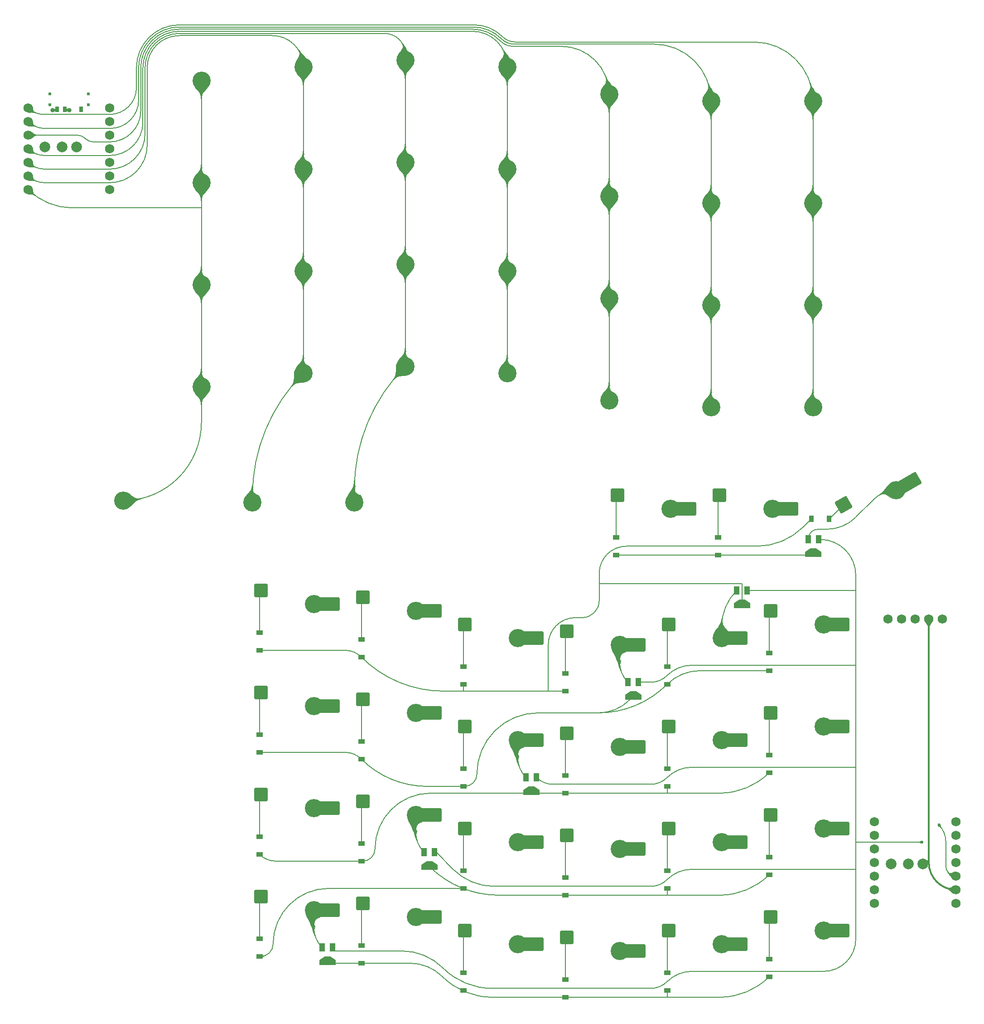
<source format=gbr>
%TF.GenerationSoftware,KiCad,Pcbnew,(6.0.7-1)-1*%
%TF.CreationDate,2023-01-14T16:38:51+08:00*%
%TF.ProjectId,prelude,7072656c-7564-4652-9e6b-696361645f70,rev?*%
%TF.SameCoordinates,Original*%
%TF.FileFunction,Copper,L1,Top*%
%TF.FilePolarity,Positive*%
%FSLAX46Y46*%
G04 Gerber Fmt 4.6, Leading zero omitted, Abs format (unit mm)*
G04 Created by KiCad (PCBNEW (6.0.7-1)-1) date 2023-01-14 16:38:51*
%MOMM*%
%LPD*%
G01*
G04 APERTURE LIST*
G04 Aperture macros list*
%AMRoundRect*
0 Rectangle with rounded corners*
0 $1 Rounding radius*
0 $2 $3 $4 $5 $6 $7 $8 $9 X,Y pos of 4 corners*
0 Add a 4 corners polygon primitive as box body*
4,1,4,$2,$3,$4,$5,$6,$7,$8,$9,$2,$3,0*
0 Add four circle primitives for the rounded corners*
1,1,$1+$1,$2,$3*
1,1,$1+$1,$4,$5*
1,1,$1+$1,$6,$7*
1,1,$1+$1,$8,$9*
0 Add four rect primitives between the rounded corners*
20,1,$1+$1,$2,$3,$4,$5,0*
20,1,$1+$1,$4,$5,$6,$7,0*
20,1,$1+$1,$6,$7,$8,$9,0*
20,1,$1+$1,$8,$9,$2,$3,0*%
%AMRotRect*
0 Rectangle, with rotation*
0 The origin of the aperture is its center*
0 $1 length*
0 $2 width*
0 $3 Rotation angle, in degrees counterclockwise*
0 Add horizontal line*
21,1,$1,$2,0,0,$3*%
%AMFreePoly0*
4,1,27,0.669380,1.507580,0.673100,1.498600,0.673100,-1.498600,0.669380,-1.507580,0.660400,-1.511300,-0.254000,-1.511300,-0.255209,-1.510799,-0.256491,-1.511053,-0.259564,-1.508995,-0.262980,-1.507580,-0.263480,-1.506373,-0.264567,-1.505645,-0.924967,-0.515045,-0.925685,-0.511417,-0.927100,-0.508000,-0.927100,0.508000,-0.925685,0.511417,-0.924967,0.515045,-0.264567,1.505645,-0.263480,1.506373,
-0.262980,1.507580,-0.259564,1.508995,-0.256491,1.511053,-0.255209,1.510799,-0.254000,1.511300,0.660400,1.511300,0.669380,1.507580,0.669380,1.507580,$1*%
G04 Aperture macros list end*
%TA.AperFunction,SMDPad,CuDef*%
%ADD10RoundRect,0.250000X1.025000X1.000000X-1.025000X1.000000X-1.025000X-1.000000X1.025000X-1.000000X0*%
%TD*%
%TA.AperFunction,SMDPad,CuDef*%
%ADD11R,2.550000X2.500000*%
%TD*%
%TA.AperFunction,ComponentPad*%
%ADD12C,3.400000*%
%TD*%
%TA.AperFunction,SMDPad,CuDef*%
%ADD13RoundRect,0.250000X0.387676X1.378525X-1.387676X0.353525X-0.387676X-1.378525X1.387676X-0.353525X0*%
%TD*%
%TA.AperFunction,SMDPad,CuDef*%
%ADD14RotRect,2.550000X2.500000X210.000000*%
%TD*%
%TA.AperFunction,SMDPad,CuDef*%
%ADD15R,1.200000X0.900000*%
%TD*%
%TA.AperFunction,SMDPad,CuDef*%
%ADD16R,0.900000X1.200000*%
%TD*%
%TA.AperFunction,SMDPad,CuDef*%
%ADD17R,1.041400X1.524000*%
%TD*%
%TA.AperFunction,SMDPad,CuDef*%
%ADD18FreePoly0,270.000000*%
%TD*%
%TA.AperFunction,ComponentPad*%
%ADD19C,1.752600*%
%TD*%
%TA.AperFunction,ComponentPad*%
%ADD20C,2.000000*%
%TD*%
%TA.AperFunction,SMDPad,CuDef*%
%ADD21R,0.600000X0.600000*%
%TD*%
%TA.AperFunction,SMDPad,CuDef*%
%ADD22R,0.800000X1.000000*%
%TD*%
%TA.AperFunction,ViaPad*%
%ADD23C,0.800000*%
%TD*%
%TA.AperFunction,ViaPad*%
%ADD24C,0.600000*%
%TD*%
%TA.AperFunction,Conductor*%
%ADD25C,0.200000*%
%TD*%
%TA.AperFunction,Conductor*%
%ADD26C,0.300000*%
%TD*%
G04 APERTURE END LIST*
D10*
%TO.P,SWL3-0,1,1*%
%TO.N,L3*%
X-57360000Y-155495000D03*
D11*
X-59210000Y-155495000D03*
D12*
X-60910000Y-155495000D03*
D10*
%TO.P,SWL3-0,2,2*%
%TO.N,Net-(D24-Pad2)*%
X-70810000Y-152955000D03*
%TD*%
%TO.P,SWL0-1,1,1*%
%TO.N,L0*%
X-114510000Y-147875000D03*
D11*
X-116360000Y-147875000D03*
D12*
X-118060000Y-147875000D03*
D10*
%TO.P,SWL0-1,2,2*%
%TO.N,Net-(D34-Pad2)*%
X-127960000Y-145335000D03*
%TD*%
%TO.P,SWL3-4,1,1*%
%TO.N,L3*%
X-57360000Y-98345000D03*
D11*
X-59210000Y-98345000D03*
D12*
X-60910000Y-98345000D03*
D10*
%TO.P,SWL3-4,2,2*%
%TO.N,Net-(D54-Pad2)*%
X-70810000Y-95805000D03*
%TD*%
%TO.P,SWL5-2,1,1*%
%TO.N,L5*%
X-19260000Y-113585000D03*
D11*
X-21110000Y-113585000D03*
D12*
X-22810000Y-113585000D03*
D10*
%TO.P,SWL5-2,2,2*%
%TO.N,Net-(D33-Pad2)*%
X-32710000Y-111045000D03*
%TD*%
%TO.P,SWL4-2,1,1*%
%TO.N,L4*%
X-38310000Y-116125000D03*
D11*
X-40160000Y-116125000D03*
D12*
X-41860000Y-116125000D03*
D10*
%TO.P,SWL4-2,2,2*%
%TO.N,Net-(D45-Pad2)*%
X-51760000Y-113585000D03*
%TD*%
%TO.P,SWL3-2,1,1*%
%TO.N,L3*%
X-57360000Y-117395000D03*
D11*
X-59210000Y-117395000D03*
D12*
X-60910000Y-117395000D03*
D10*
%TO.P,SWL3-2,2,2*%
%TO.N,Net-(D44-Pad2)*%
X-70810000Y-114855000D03*
%TD*%
%TO.P,SWL1-0,1,1*%
%TO.N,L1*%
X-95460000Y-149145000D03*
D11*
X-97310000Y-149145000D03*
D12*
X-99010000Y-149145000D03*
D10*
%TO.P,SWL1-0,2,2*%
%TO.N,Net-(D8-Pad2)*%
X-108910000Y-146605000D03*
%TD*%
%TO.P,SWL5-1,1,1*%
%TO.N,L5*%
X-19260000Y-132635000D03*
D11*
X-21110000Y-132635000D03*
D12*
X-22810000Y-132635000D03*
D10*
%TO.P,SWL5-1,2,2*%
%TO.N,Net-(D57-Pad2)*%
X-32710000Y-130095000D03*
%TD*%
%TO.P,SWL2-3,1,1*%
%TO.N,L2*%
X-76410000Y-116125000D03*
D11*
X-78260000Y-116125000D03*
D12*
X-79960000Y-116125000D03*
D10*
%TO.P,SWL2-3,2,2*%
%TO.N,Net-(D49-Pad2)*%
X-89860000Y-113585000D03*
%TD*%
D13*
%TO.P,SWL5-4,1,1*%
%TO.N,L5*%
X-6123411Y-67691133D03*
D14*
X-7725558Y-68616133D03*
D12*
X-9197801Y-69466133D03*
D13*
%TO.P,SWL5-4,2,2*%
%TO.N,Net-(D46-Pad2)*%
X-19041453Y-72216429D03*
%TD*%
D10*
%TO.P,SWL5-0,1,1*%
%TO.N,L5*%
X-19260000Y-151685000D03*
D11*
X-21110000Y-151685000D03*
D12*
X-22810000Y-151685000D03*
D10*
%TO.P,SWL5-0,2,2*%
%TO.N,Net-(D56-Pad2)*%
X-32710000Y-149145000D03*
%TD*%
%TO.P,SWL4-0,1,1*%
%TO.N,L4*%
X-38310000Y-154225000D03*
D11*
X-40160000Y-154225000D03*
D12*
X-41860000Y-154225000D03*
D10*
%TO.P,SWL4-0,2,2*%
%TO.N,Net-(D32-Pad2)*%
X-51760000Y-151685000D03*
%TD*%
%TO.P,SWL1-4,1,1*%
%TO.N,L1*%
X-95460000Y-91995000D03*
D11*
X-97310000Y-91995000D03*
D12*
X-99010000Y-91995000D03*
D10*
%TO.P,SWL1-4,2,2*%
%TO.N,Net-(D52-Pad2)*%
X-108910000Y-89455000D03*
%TD*%
%TO.P,SWL3-5,1,1*%
%TO.N,L3*%
X-47835000Y-72945000D03*
D11*
X-49685000Y-72945000D03*
D12*
X-51385000Y-72945000D03*
D10*
%TO.P,SWL3-5,2,2*%
%TO.N,Net-(D58-Pad2)*%
X-61285000Y-70405000D03*
%TD*%
%TO.P,SWL1-2,1,1*%
%TO.N,L1*%
X-95460000Y-130095000D03*
D11*
X-97310000Y-130095000D03*
D12*
X-99010000Y-130095000D03*
D10*
%TO.P,SWL1-2,2,2*%
%TO.N,Net-(D43-Pad2)*%
X-108910000Y-127555000D03*
%TD*%
%TO.P,SWL5-3,1,1*%
%TO.N,L5*%
X-19260000Y-94535000D03*
D11*
X-21110000Y-94535000D03*
D12*
X-22810000Y-94535000D03*
D10*
%TO.P,SWL5-3,2,2*%
%TO.N,Net-(D41-Pad2)*%
X-32710000Y-91995000D03*
%TD*%
%TO.P,SWL4-3,1,1*%
%TO.N,L4*%
X-38310000Y-97075000D03*
D11*
X-40160000Y-97075000D03*
D12*
X-41860000Y-97075000D03*
D10*
%TO.P,SWL4-3,2,2*%
%TO.N,Net-(D50-Pad2)*%
X-51760000Y-94535000D03*
%TD*%
%TO.P,SWL1-3,1,1*%
%TO.N,L1*%
X-95460000Y-111045000D03*
D11*
X-97310000Y-111045000D03*
D12*
X-99010000Y-111045000D03*
D10*
%TO.P,SWL1-3,2,2*%
%TO.N,Net-(D48-Pad2)*%
X-108910000Y-108505000D03*
%TD*%
%TO.P,SWL0-2,1,1*%
%TO.N,L0*%
X-114510000Y-128825000D03*
D11*
X-116360000Y-128825000D03*
D12*
X-118060000Y-128825000D03*
D10*
%TO.P,SWL0-2,2,2*%
%TO.N,Net-(D42-Pad2)*%
X-127960000Y-126285000D03*
%TD*%
%TO.P,SWL0-3,1,1*%
%TO.N,L0*%
X-114510000Y-109775000D03*
D11*
X-116360000Y-109775000D03*
D12*
X-118060000Y-109775000D03*
D10*
%TO.P,SWL0-3,2,2*%
%TO.N,Net-(D47-Pad2)*%
X-127960000Y-107235000D03*
%TD*%
%TO.P,SWL2-0,1,1*%
%TO.N,L2*%
X-76410000Y-154225000D03*
D11*
X-78260000Y-154225000D03*
D12*
X-79960000Y-154225000D03*
D10*
%TO.P,SWL2-0,2,2*%
%TO.N,Net-(D16-Pad2)*%
X-89860000Y-151685000D03*
%TD*%
%TO.P,SWL0-4,1,1*%
%TO.N,L0*%
X-114510000Y-90725000D03*
D11*
X-116360000Y-90725000D03*
D12*
X-118060000Y-90725000D03*
D10*
%TO.P,SWL0-4,2,2*%
%TO.N,Net-(D51-Pad2)*%
X-127960000Y-88185000D03*
%TD*%
%TO.P,SWL4-1,1,1*%
%TO.N,L4*%
X-38310000Y-135175000D03*
D11*
X-40160000Y-135175000D03*
D12*
X-41860000Y-135175000D03*
D10*
%TO.P,SWL4-1,2,2*%
%TO.N,Net-(D40-Pad2)*%
X-51760000Y-132635000D03*
%TD*%
%TO.P,SWL3-1,1,1*%
%TO.N,L3*%
X-57360000Y-136445000D03*
D11*
X-59210000Y-136445000D03*
D12*
X-60910000Y-136445000D03*
D10*
%TO.P,SWL3-1,2,2*%
%TO.N,Net-(D39-Pad2)*%
X-70810000Y-133905000D03*
%TD*%
%TO.P,SWL2-4,1,1*%
%TO.N,L2*%
X-76410000Y-97075000D03*
D11*
X-78260000Y-97075000D03*
D12*
X-79960000Y-97075000D03*
D10*
%TO.P,SWL2-4,2,2*%
%TO.N,Net-(D53-Pad2)*%
X-89860000Y-94535000D03*
%TD*%
%TO.P,SWL2-1,1,1*%
%TO.N,L2*%
X-76410000Y-135175000D03*
D11*
X-78260000Y-135175000D03*
D12*
X-79960000Y-135175000D03*
D10*
%TO.P,SWL2-1,2,2*%
%TO.N,Net-(D38-Pad2)*%
X-89860000Y-132635000D03*
%TD*%
%TO.P,SWL4-5,1,1*%
%TO.N,L4*%
X-28785000Y-72945000D03*
D11*
X-30635000Y-72945000D03*
D12*
X-32335000Y-72945000D03*
D10*
%TO.P,SWL4-5,2,2*%
%TO.N,Net-(D55-Pad2)*%
X-42235000Y-70405000D03*
%TD*%
D12*
%TO.P,SWR4-2,1,1*%
%TO.N,R4*%
X-62865000Y-33655000D03*
%TD*%
%TO.P,SWR2-4,1,1*%
%TO.N,R2*%
X-100965000Y-46355000D03*
%TD*%
%TO.P,SWR5-2,1,1*%
%TO.N,R5*%
X-43815000Y-34925000D03*
%TD*%
%TO.P,SWR1-0,1,1*%
%TO.N,R1*%
X-120015000Y9525000D03*
%TD*%
%TO.P,SWR4-3,1,1*%
%TO.N,R4*%
X-62865000Y-52705000D03*
%TD*%
%TO.P,SWR0-5,1,1*%
%TO.N,R0*%
X-153698085Y-71423867D03*
%TD*%
%TO.P,SWR5-3,1,1*%
%TO.N,R5*%
X-43815000Y-53975000D03*
%TD*%
%TO.P,SWR3-2,1,1*%
%TO.N,R3*%
X-81915000Y-28575000D03*
%TD*%
%TO.P,SWR2-0,1,1*%
%TO.N,R2*%
X-100965000Y10795000D03*
%TD*%
%TO.P,SWR6-0,1,1*%
%TO.N,R6*%
X-24765000Y3175000D03*
%TD*%
%TO.P,SWR0-4,1,1*%
%TO.N,R0*%
X-139065000Y-50165000D03*
%TD*%
%TO.P,SWR1-2,1,1*%
%TO.N,R1*%
X-120015000Y-9525000D03*
%TD*%
%TO.P,SWR5-0,1,1*%
%TO.N,R5*%
X-43815000Y3175000D03*
%TD*%
%TO.P,SWR2-5,1,1*%
%TO.N,R2*%
X-110490000Y-71755000D03*
%TD*%
%TO.P,SWR4-0,1,1*%
%TO.N,R4*%
X-62865000Y4445000D03*
%TD*%
%TO.P,SWR1-5,1,1*%
%TO.N,R1*%
X-129540000Y-71755000D03*
%TD*%
%TO.P,SWR0-3,1,1*%
%TO.N,R0*%
X-139065000Y-31115000D03*
%TD*%
%TO.P,SWR6-1,1,1*%
%TO.N,R6*%
X-24765000Y-15875000D03*
%TD*%
%TO.P,SWR3-4,1,1*%
%TO.N,R3*%
X-81915000Y-47625000D03*
%TD*%
%TO.P,SWR5-1,1,1*%
%TO.N,R5*%
X-43815000Y-15875000D03*
%TD*%
%TO.P,SWR3-1,1,1*%
%TO.N,R3*%
X-81915000Y-9525000D03*
%TD*%
%TO.P,SWR0-2,1,1*%
%TO.N,R0*%
X-139065000Y-12065000D03*
%TD*%
%TO.P,SWR2-3,1,1*%
%TO.N,R2*%
X-100965000Y-27305000D03*
%TD*%
%TO.P,SWR6-3,1,1*%
%TO.N,R6*%
X-24765000Y-53975000D03*
%TD*%
%TO.P,SWR3-0,1,1*%
%TO.N,R3*%
X-81915000Y9525000D03*
%TD*%
%TO.P,SWR4-1,1,1*%
%TO.N,R4*%
X-62865000Y-14605000D03*
%TD*%
%TO.P,SWR1-3,1,1*%
%TO.N,R1*%
X-120015000Y-28575000D03*
%TD*%
%TO.P,SWR2-1,1,1*%
%TO.N,R2*%
X-100965000Y-8255000D03*
%TD*%
%TO.P,SWR1-4,1,1*%
%TO.N,R1*%
X-120015000Y-47625000D03*
%TD*%
%TO.P,SWR6-2,1,1*%
%TO.N,R6*%
X-24765000Y-34925000D03*
%TD*%
%TO.P,SWR0-1,1,1*%
%TO.N,R0*%
X-139065000Y6985000D03*
%TD*%
D15*
%TO.P,D54,1,K*%
%TO.N,Net-(D46-Pad1)*%
X-71070000Y-106980000D03*
%TO.P,D54,2,A*%
%TO.N,Net-(D54-Pad2)*%
X-71070000Y-103680000D03*
%TD*%
%TO.P,D40,1,K*%
%TO.N,Net-(D34-Pad1)*%
X-52020000Y-143810000D03*
%TO.P,D40,2,A*%
%TO.N,Net-(D40-Pad2)*%
X-52020000Y-140510000D03*
%TD*%
%TO.P,D43,1,K*%
%TO.N,Net-(D33-Pad1)*%
X-109170000Y-138730000D03*
%TO.P,D43,2,A*%
%TO.N,Net-(D43-Pad2)*%
X-109170000Y-135430000D03*
%TD*%
%TO.P,D48,1,K*%
%TO.N,Net-(D41-Pad1)*%
X-109170000Y-119680000D03*
%TO.P,D48,2,A*%
%TO.N,Net-(D48-Pad2)*%
X-109170000Y-116380000D03*
%TD*%
%TO.P,D51,1,K*%
%TO.N,Net-(D46-Pad1)*%
X-128220000Y-99360000D03*
%TO.P,D51,2,A*%
%TO.N,Net-(D51-Pad2)*%
X-128220000Y-96060000D03*
%TD*%
%TO.P,D57,1,K*%
%TO.N,Net-(D34-Pad1)*%
X-32970000Y-141270000D03*
%TO.P,D57,2,A*%
%TO.N,Net-(D57-Pad2)*%
X-32970000Y-137970000D03*
%TD*%
%TO.P,D24,1,K*%
%TO.N,Net-(D16-Pad1)*%
X-71070000Y-164130000D03*
%TO.P,D24,2,A*%
%TO.N,Net-(D24-Pad2)*%
X-71070000Y-160830000D03*
%TD*%
%TO.P,D33,1,K*%
%TO.N,Net-(D33-Pad1)*%
X-32970000Y-122220000D03*
%TO.P,D33,2,A*%
%TO.N,Net-(D33-Pad2)*%
X-32970000Y-118920000D03*
%TD*%
%TO.P,D44,1,K*%
%TO.N,Net-(D33-Pad1)*%
X-71070000Y-126030000D03*
%TO.P,D44,2,A*%
%TO.N,Net-(D44-Pad2)*%
X-71070000Y-122730000D03*
%TD*%
%TO.P,D49,1,K*%
%TO.N,Net-(D41-Pad1)*%
X-90120000Y-124760000D03*
%TO.P,D49,2,A*%
%TO.N,Net-(D49-Pad2)*%
X-90120000Y-121460000D03*
%TD*%
%TO.P,D50,1,K*%
%TO.N,Net-(D41-Pad1)*%
X-52020000Y-105710000D03*
%TO.P,D50,2,A*%
%TO.N,Net-(D50-Pad2)*%
X-52020000Y-102410000D03*
%TD*%
%TO.P,D41,1,K*%
%TO.N,Net-(D41-Pad1)*%
X-32970000Y-103170000D03*
%TO.P,D41,2,A*%
%TO.N,Net-(D41-Pad2)*%
X-32970000Y-99870000D03*
%TD*%
%TO.P,D34,1,K*%
%TO.N,Net-(D34-Pad1)*%
X-128220000Y-156510000D03*
%TO.P,D34,2,A*%
%TO.N,Net-(D34-Pad2)*%
X-128220000Y-153210000D03*
%TD*%
%TO.P,D16,1,K*%
%TO.N,Net-(D16-Pad1)*%
X-90120000Y-162860000D03*
%TO.P,D16,2,A*%
%TO.N,Net-(D16-Pad2)*%
X-90120000Y-159560000D03*
%TD*%
%TO.P,D39,1,K*%
%TO.N,Net-(D34-Pad1)*%
X-71070000Y-145080000D03*
%TO.P,D39,2,A*%
%TO.N,Net-(D39-Pad2)*%
X-71070000Y-141780000D03*
%TD*%
%TO.P,D38,1,K*%
%TO.N,Net-(D34-Pad1)*%
X-90120000Y-143810000D03*
%TO.P,D38,2,A*%
%TO.N,Net-(D38-Pad2)*%
X-90120000Y-140510000D03*
%TD*%
D16*
%TO.P,D46,1,K*%
%TO.N,Net-(D46-Pad1)*%
X-25095000Y-74850000D03*
%TO.P,D46,2,A*%
%TO.N,Net-(D46-Pad2)*%
X-21795000Y-74850000D03*
%TD*%
D15*
%TO.P,D47,1,K*%
%TO.N,Net-(D41-Pad1)*%
X-128220000Y-118410000D03*
%TO.P,D47,2,A*%
%TO.N,Net-(D47-Pad2)*%
X-128220000Y-115110000D03*
%TD*%
%TO.P,D58,1,K*%
%TO.N,Net-(D55-Pad1)*%
X-61545000Y-81580000D03*
%TO.P,D58,2,A*%
%TO.N,Net-(D58-Pad2)*%
X-61545000Y-78280000D03*
%TD*%
%TO.P,D52,1,K*%
%TO.N,Net-(D46-Pad1)*%
X-109170000Y-100630000D03*
%TO.P,D52,2,A*%
%TO.N,Net-(D52-Pad2)*%
X-109170000Y-97330000D03*
%TD*%
%TO.P,D42,1,K*%
%TO.N,Net-(D33-Pad1)*%
X-128220000Y-137460000D03*
%TO.P,D42,2,A*%
%TO.N,Net-(D42-Pad2)*%
X-128220000Y-134160000D03*
%TD*%
%TO.P,D56,1,K*%
%TO.N,Net-(D16-Pad1)*%
X-32970000Y-160320000D03*
%TO.P,D56,2,A*%
%TO.N,Net-(D56-Pad2)*%
X-32970000Y-157020000D03*
%TD*%
%TO.P,D55,1,K*%
%TO.N,Net-(D55-Pad1)*%
X-42495000Y-81580000D03*
%TO.P,D55,2,A*%
%TO.N,Net-(D55-Pad2)*%
X-42495000Y-78280000D03*
%TD*%
%TO.P,D45,1,K*%
%TO.N,Net-(D33-Pad1)*%
X-52020000Y-124760000D03*
%TO.P,D45,2,A*%
%TO.N,Net-(D45-Pad2)*%
X-52020000Y-121460000D03*
%TD*%
%TO.P,D53,1,K*%
%TO.N,Net-(D46-Pad1)*%
X-90120000Y-105710000D03*
%TO.P,D53,2,A*%
%TO.N,Net-(D53-Pad2)*%
X-90120000Y-102410000D03*
%TD*%
%TO.P,D8,1,K*%
%TO.N,Net-(D16-Pad1)*%
X-109170000Y-157780000D03*
%TO.P,D8,2,A*%
%TO.N,Net-(D8-Pad2)*%
X-109170000Y-154480000D03*
%TD*%
%TO.P,D32,1,K*%
%TO.N,Net-(D16-Pad1)*%
X-52020000Y-162860000D03*
%TO.P,D32,2,A*%
%TO.N,Net-(D32-Pad2)*%
X-52020000Y-159560000D03*
%TD*%
D17*
%TO.P,Dx0,1*%
%TO.N,L0*%
X-116497900Y-154860000D03*
%TO.P,Dx0,2*%
%TO.N,LINTR*%
X-114542100Y-154860000D03*
D18*
%TO.P,Dx0,3*%
%TO.N,Net-(D16-Pad1)*%
X-115520000Y-157488900D03*
%TD*%
D17*
%TO.P,Dx2,1*%
%TO.N,L2*%
X-78397900Y-123110000D03*
%TO.P,Dx2,2*%
%TO.N,LINTR*%
X-76442100Y-123110000D03*
D18*
%TO.P,Dx2,3*%
%TO.N,Net-(D33-Pad1)*%
X-77420000Y-125738900D03*
%TD*%
D17*
%TO.P,Dx3,1*%
%TO.N,L3*%
X-59347900Y-105330000D03*
%TO.P,Dx3,2*%
%TO.N,LINTR*%
X-57392100Y-105330000D03*
D18*
%TO.P,Dx3,3*%
%TO.N,Net-(D41-Pad1)*%
X-58370000Y-107958900D03*
%TD*%
D17*
%TO.P,Dx4,1*%
%TO.N,L4*%
X-39027900Y-88185000D03*
%TO.P,Dx4,2*%
%TO.N,LINTR*%
X-37072100Y-88185000D03*
D18*
%TO.P,Dx4,3*%
%TO.N,Net-(D46-Pad1)*%
X-38050000Y-90813900D03*
%TD*%
D17*
%TO.P,Dx1,1*%
%TO.N,L1*%
X-97447900Y-137080000D03*
%TO.P,Dx1,2*%
%TO.N,LINTR*%
X-95492100Y-137080000D03*
D18*
%TO.P,Dx1,3*%
%TO.N,Net-(D34-Pad1)*%
X-96470000Y-139708900D03*
%TD*%
D17*
%TO.P,Dx5,1*%
%TO.N,L5*%
X-25692900Y-78660000D03*
%TO.P,Dx5,2*%
%TO.N,LINTR*%
X-23737100Y-78660000D03*
D18*
%TO.P,Dx5,3*%
%TO.N,Net-(D55-Pad1)*%
X-24715000Y-81288900D03*
%TD*%
D19*
%TO.P,U2,8,B9_RX/1.12*%
%TO.N,Net-(Display2-Pad5)*%
X-156210000Y-13335000D03*
%TO.P,U2,7,B8_TX/1.11*%
%TO.N,R0*%
X-171450000Y-13335000D03*
D20*
%TO.P,U2,22,BAT*%
%TO.N,RBAT+*%
X-168330000Y-5415000D03*
D19*
%TO.P,U2,14,5V*%
%TO.N,unconnected-(U2-Pad14)*%
X-156210000Y1905000D03*
%TO.P,U2,13,GND*%
%TO.N,RGND*%
X-156210000Y-635000D03*
%TO.P,U2,12,3V3*%
%TO.N,Net-(Display2-Pad3)*%
X-156210000Y-3175000D03*
%TO.P,U2,11,A6_MOSI/1.15*%
%TO.N,Net-(Display2-Pad1)*%
X-156210000Y-5715000D03*
%TO.P,U2,10,A5_MISO/1.14*%
%TO.N,RINTR*%
X-156210000Y-8255000D03*
%TO.P,U2,9,A7_SCK/1.13*%
%TO.N,Net-(Display2-Pad2)*%
X-156210000Y-10795000D03*
%TO.P,U2,6,A9_SCL/0.05_H*%
%TO.N,R1*%
X-171450000Y-10795000D03*
%TO.P,U2,5,A8_SDA/0.04_H*%
%TO.N,R2*%
X-171450000Y-8255000D03*
%TO.P,U2,4,A11/0.29*%
%TO.N,R3*%
X-171450000Y-5715000D03*
%TO.P,U2,3,A10/0.28*%
%TO.N,R4*%
X-171450000Y-3175000D03*
%TO.P,U2,2,A4/0.03_H*%
%TO.N,R5*%
X-171450000Y-635000D03*
%TO.P,U2,1,A2/0.02_H*%
%TO.N,R6*%
X-171450000Y1905000D03*
%TD*%
D20*
%TO.P,U1,22,BAT*%
%TO.N,LBAT+*%
X-10165000Y-139285000D03*
D19*
%TO.P,U1,14,5V*%
%TO.N,unconnected-(U1-Pad14)*%
X1955000Y-146605000D03*
%TO.P,U1,13,GND*%
%TO.N,LGND*%
X1955000Y-144065000D03*
%TO.P,U1,12,3V3*%
%TO.N,Net-(Display1-Pad3)*%
X1955000Y-141525000D03*
%TO.P,U1,11,A6_MOSI/1.15*%
%TO.N,Net-(Display1-Pad1)*%
X1955000Y-138985000D03*
%TO.P,U1,10,A5_MISO/1.14*%
%TO.N,LINTR*%
X1955000Y-136445000D03*
%TO.P,U1,9,A7_SCK/1.13*%
%TO.N,Net-(Display1-Pad2)*%
X1955000Y-133905000D03*
%TO.P,U1,8,B9_RX/1.12*%
%TO.N,Net-(Display1-Pad5)*%
X1955000Y-131365000D03*
%TO.P,U1,7,B8_TX/1.11*%
%TO.N,LRGB*%
X-13285000Y-131365000D03*
%TO.P,U1,6,A9_SCL/0.05_H*%
%TO.N,L5*%
X-13285000Y-133905000D03*
%TO.P,U1,5,A8_SDA/0.04_H*%
%TO.N,L4*%
X-13285000Y-136445000D03*
%TO.P,U1,4,A11/0.29*%
%TO.N,L3*%
X-13285000Y-138985000D03*
%TO.P,U1,3,A10/0.28*%
%TO.N,L2*%
X-13285000Y-141525000D03*
%TO.P,U1,2,A4/0.03_H*%
%TO.N,L1*%
X-13285000Y-144065000D03*
%TO.P,U1,1,A2/0.02_H*%
%TO.N,L0*%
X-13285000Y-146605000D03*
%TD*%
D20*
%TO.P,TP3,1,1*%
%TO.N,Net-(Tog1-Pad2)*%
X-165100000Y-5415000D03*
%TD*%
%TO.P,TP4,1,1*%
%TO.N,RGND*%
X-162433000Y-5415000D03*
%TD*%
D19*
%TO.P,Display1,5,CS*%
%TO.N,Net-(Display1-Pad5)*%
X-585000Y-93519000D03*
%TO.P,Display1,4,GND*%
%TO.N,LGND*%
X-3125000Y-93519000D03*
%TO.P,Display1,3,VCC*%
%TO.N,Net-(Display1-Pad3)*%
X-5665000Y-93519000D03*
%TO.P,Display1,2,SCK*%
%TO.N,Net-(Display1-Pad2)*%
X-8205000Y-93519000D03*
%TO.P,Display1,1,MOSI*%
%TO.N,Net-(Display1-Pad1)*%
X-10745000Y-93519000D03*
%TD*%
D20*
%TO.P,TP1,1,1*%
%TO.N,Net-(Tog0-Pad2)*%
X-6935000Y-139285000D03*
%TD*%
%TO.P,TP2,1,1*%
%TO.N,LGND*%
X-4268000Y-139285000D03*
%TD*%
D21*
%TO.P,Tog1,*%
%TO.N,*%
X-167430000Y4512500D03*
X-160230000Y4512500D03*
X-167430000Y2472500D03*
X-160230000Y2472500D03*
D22*
%TO.P,Tog1,1*%
%TO.N,unconnected-(Tog1-Pad1)*%
X-161580000Y1672500D03*
%TO.P,Tog1,2*%
%TO.N,Net-(Tog1-Pad2)*%
X-164580000Y1672500D03*
%TO.P,Tog1,3*%
%TO.N,RBAT+*%
X-166080000Y1672500D03*
%TD*%
D23*
%TO.N,RBAT+*%
X-166900000Y1500000D03*
%TO.N,Net-(Tog1-Pad2)*%
X-163750000Y1500000D03*
D24*
%TO.N,Net-(Display1-Pad3)*%
X-1220000Y-132000000D03*
%TO.N,LINTR*%
X-4395000Y-135175000D03*
%TD*%
D25*
%TO.N,L5*%
X-23787900Y-76755000D02*
G75*
G03*
X-25692900Y-78660000I1J-1905001D01*
G01*
X-23787900Y-76755000D02*
X-22175000Y-76755000D01*
X-16754935Y-74509935D02*
X-13488328Y-71243328D01*
X-16754935Y-74509935D02*
G75*
G02*
X-22175000Y-76755000I-5420068J5420071D01*
G01*
X-9197801Y-69466134D02*
G75*
G03*
X-13488328Y-71243328I-1J-6067718D01*
G01*
%TO.N,Net-(D46-Pad2)*%
X-21795000Y-74850000D02*
X-21675024Y-74850000D01*
X-21675024Y-74850000D02*
X-19041453Y-72216429D01*
%TO.N,Net-(D46-Pad1)*%
X-26556663Y-76311662D02*
G75*
G02*
X-35292102Y-79930000I-8735436J8735430D01*
G01*
X-26556663Y-76311662D02*
X-25095000Y-74850000D01*
%TO.N,R4*%
X-150400000Y1365000D02*
X-150400000Y9400000D01*
X-150400000Y1365000D02*
G75*
G02*
X-156210000Y-4445000I-5810001J1D01*
G01*
X-160782000Y-3810000D02*
G75*
G03*
X-162315025Y-3175000I-1533023J-1533019D01*
G01*
X-62865000Y4445000D02*
G75*
G03*
X-71820000Y13400000I-8955001J-1D01*
G01*
X-83278679Y14478680D02*
G75*
G03*
X-88400000Y16600000I-5121320J-5121321D01*
G01*
X-159248975Y-4445000D02*
G75*
G02*
X-160782000Y-3810000I0J2168024D01*
G01*
X-143200000Y16600000D02*
G75*
G03*
X-150400000Y9400000I-1J-7199999D01*
G01*
X-80785787Y13400001D02*
G75*
G02*
X-83199999Y14400001I-3J3414204D01*
G01*
X-159248975Y-4445000D02*
X-156210000Y-4445000D01*
X-83278679Y14478680D02*
X-83200000Y14400000D01*
X-143200000Y16600000D02*
X-88400000Y16600000D01*
X-171450000Y-3175000D02*
X-162315025Y-3175000D01*
X-80785787Y13400000D02*
X-71820000Y13400000D01*
%TO.N,R5*%
X-150800000Y3380989D02*
G75*
G02*
X-156115989Y-1935000I-5315989J0D01*
G01*
X-143200000Y17000000D02*
G75*
G03*
X-150800000Y9400000I-2J-7599998D01*
G01*
X-43815000Y3175000D02*
G75*
G03*
X-54440000Y13800000I-10624998J2D01*
G01*
X-83000000Y14800000D02*
G75*
G03*
X-88311269Y17000000I-5311268J-5311264D01*
G01*
X-80585787Y13800000D02*
X-54440000Y13800000D01*
X-80585787Y13800001D02*
G75*
G02*
X-82999999Y14800001I-3J3414204D01*
G01*
X-156335000Y-1935000D02*
X-156115989Y-1935000D01*
X-150800000Y3380989D02*
X-150800000Y9400000D01*
X-143200000Y17000000D02*
X-88311269Y17000000D01*
%TO.N,R6*%
X-168506591Y685801D02*
G75*
G02*
X-171450000Y1905000I-5J4162597D01*
G01*
X-151200000Y5695800D02*
G75*
G02*
X-156210000Y685800I-5010000J0D01*
G01*
X-143200000Y17400000D02*
G75*
G03*
X-151200000Y9400000I1J-8000001D01*
G01*
X-82800000Y15200000D02*
G75*
G03*
X-88111269Y17400000I-5311268J-5311264D01*
G01*
X-80385787Y14200001D02*
G75*
G02*
X-82799999Y15200001I-3J3414204D01*
G01*
X-24765000Y3175000D02*
G75*
G03*
X-35790000Y14200000I-11025001J-1D01*
G01*
X-143200000Y17400000D02*
X-88111269Y17400000D01*
X-168506591Y685800D02*
X-156210000Y685800D01*
X-151200000Y5695800D02*
X-151200000Y9400000D01*
X-80385787Y14200000D02*
X-35790000Y14200000D01*
%TO.N,R0*%
X-139065000Y-12065000D02*
X-139065000Y6985000D01*
X-139065000Y-31115000D02*
X-139065000Y-12065000D01*
X-139065000Y-50165000D02*
X-139065000Y-31115000D01*
%TO.N,R1*%
X-120015000Y-28575000D02*
X-120015000Y-47625000D01*
X-120015000Y-9525000D02*
X-120015000Y-28575000D01*
X-120015000Y9525000D02*
X-120015000Y-9525000D01*
%TO.N,R2*%
X-100965000Y-8255000D02*
X-100965000Y10795000D01*
X-100965000Y-27305000D02*
X-100965000Y-8255000D01*
X-100965000Y-46355000D02*
X-100965000Y-27305000D01*
%TO.N,R3*%
X-81915000Y-28575000D02*
X-81915000Y-47625000D01*
X-81915000Y-9525000D02*
X-81915000Y-28575000D01*
X-81915000Y9525000D02*
X-81915000Y-9525000D01*
%TO.N,R4*%
X-62865000Y-14605000D02*
X-62865000Y4445000D01*
X-62865000Y-33655000D02*
X-62865000Y-14605000D01*
X-62865000Y-52705000D02*
X-62865000Y-33655000D01*
%TO.N,R5*%
X-43815000Y-34925000D02*
X-43815000Y-53975000D01*
X-43815000Y-15875000D02*
X-43815000Y-34925000D01*
X-43815000Y3175000D02*
X-43815000Y-15875000D01*
%TO.N,R6*%
X-24765000Y-15875000D02*
X-24765000Y3175000D01*
X-24765000Y-34925000D02*
X-24765000Y-15875000D01*
X-24765000Y-53975000D02*
X-24765000Y-34925000D01*
D26*
%TO.N,Net-(Tog1-Pad2)*%
X-163750000Y1500000D02*
X-164580000Y1500000D01*
%TO.N,RBAT+*%
X-166900000Y1500000D02*
X-166080000Y1500000D01*
D25*
%TO.N,Net-(Display1-Pad3)*%
X50000Y-135066051D02*
X50000Y-139620000D01*
X1955000Y-141525000D02*
G75*
G02*
X50000Y-139620000I1J1905001D01*
G01*
X50000Y-135066051D02*
G75*
G03*
X-1220000Y-132000000I-4336047J1D01*
G01*
%TO.N,Net-(D16-Pad1)*%
X-84748658Y-164130000D02*
G75*
G02*
X-94017393Y-160290760I5J13107971D01*
G01*
X-109170000Y-157780000D02*
X-100077829Y-157780000D01*
D26*
%TO.N,LGND*%
X-3125000Y-138350000D02*
X-3125000Y-138985000D01*
X-3125000Y-93519000D02*
X-3125000Y-138350000D01*
D25*
%TO.N,Net-(D16-Pad1)*%
X-94018153Y-160290000D02*
X-94017393Y-160290760D01*
X-94018153Y-160290000D02*
G75*
G03*
X-100077829Y-157780000I-6059677J-6059679D01*
G01*
%TO.N,Net-(D41-Pad1)*%
X-52020000Y-105710000D02*
G75*
G02*
X-45887898Y-103170000I6132104J-6132106D01*
G01*
X-112236051Y-118410000D02*
G75*
G02*
X-109170000Y-119680000I1J-4336047D01*
G01*
X-64899829Y-111045000D02*
G75*
G03*
X-59021016Y-108609916I-1J8313899D01*
G01*
X-58370000Y-107958900D02*
X-59021016Y-108609916D01*
X-96905796Y-124760000D02*
X-90120000Y-124760000D01*
X-32970000Y-103170000D02*
X-45887898Y-103170000D01*
%TO.N,Net-(D46-Pad1)*%
X-67895000Y-93265000D02*
G75*
G03*
X-64720000Y-90090000I0J3175000D01*
G01*
X-109170000Y-100630000D02*
G75*
G03*
X-93839744Y-106980000I15330261J15330268D01*
G01*
%TO.N,Net-(D41-Pad1)*%
X-96905796Y-124760000D02*
G75*
G02*
X-109170000Y-119680000I-1J17344200D01*
G01*
%TO.N,Net-(D46-Pad1)*%
X-112236051Y-99360000D02*
X-128220000Y-99360000D01*
X-71070000Y-106980000D02*
X-75135000Y-106980000D01*
X-74245000Y-98345000D02*
X-74245000Y-106980000D01*
%TO.N,LINTR*%
X-47420924Y-140255001D02*
G75*
G03*
X-52020000Y-142160000I-2J-6504070D01*
G01*
%TO.N,Net-(D46-Pad1)*%
X-35292102Y-79930000D02*
X-59640000Y-79930000D01*
D26*
%TO.N,LGND*%
X-3125000Y-139285000D02*
X-3125000Y-138350000D01*
D25*
%TO.N,LINTR*%
X-22810000Y-159305000D02*
X-47420924Y-159305000D01*
%TO.N,Net-(D46-Pad1)*%
X-64720000Y-86915000D02*
X-64720000Y-90090000D01*
%TO.N,Net-(D41-Pad1)*%
X-76150000Y-111045000D02*
G75*
G03*
X-87580000Y-122475000I-2J-11429998D01*
G01*
%TO.N,L3*%
X-60910000Y-101558757D02*
X-60910000Y-98345000D01*
%TO.N,Net-(D16-Pad1)*%
X-32970000Y-160320000D02*
G75*
G02*
X-42168153Y-164130000I-9198153J9198153D01*
G01*
X-109170000Y-157780000D02*
X-115520000Y-157780000D01*
%TO.N,LINTR*%
X-47420924Y-140255000D02*
X-16775495Y-140255000D01*
%TO.N,Net-(D16-Pad1)*%
X-71070000Y-164130000D02*
X-51765000Y-164130000D01*
X-52020000Y-162860000D02*
X-52020000Y-164130000D01*
%TO.N,Net-(D46-Pad1)*%
X-38050000Y-90813900D02*
X-38050000Y-86915000D01*
%TO.N,LINTR*%
X-93930000Y-158670000D02*
G75*
G03*
X-84731847Y-162480000I9198153J9198153D01*
G01*
X-47420924Y-102155001D02*
G75*
G03*
X-52020000Y-104060000I-2J-6504070D01*
G01*
X-52020000Y-104060000D02*
G75*
G02*
X-55086051Y-105330000I-3066052J3066052D01*
G01*
X-16775495Y-102155000D02*
X-16775495Y-101835495D01*
%TO.N,Net-(D8-Pad2)*%
X-109170000Y-154480000D02*
X-109170000Y-146605000D01*
%TO.N,LINTR*%
X-92025000Y-140255000D02*
G75*
G03*
X-84359872Y-143430000I7665131J7665134D01*
G01*
X-55086051Y-162480000D02*
G75*
G03*
X-52020000Y-161210000I-1J4336052D01*
G01*
X-16775495Y-121205000D02*
X-16775495Y-121520495D01*
%TO.N,Net-(D16-Pad1)*%
X-84748658Y-164130000D02*
X-71070000Y-164130000D01*
%TO.N,LINTR*%
X-55086051Y-124380000D02*
X-73376049Y-124380000D01*
%TO.N,L4*%
X-41860000Y-95022294D02*
G75*
G02*
X-39027900Y-88185000I9669384J4D01*
G01*
%TO.N,LINTR*%
X-16775495Y-88500495D02*
X-16775495Y-85325495D01*
%TO.N,Net-(D54-Pad2)*%
X-71070000Y-103680000D02*
X-71070000Y-95805000D01*
%TO.N,LINTR*%
X-37072100Y-88185000D02*
X-16775495Y-88185000D01*
X-55086051Y-143430000D02*
X-84359872Y-143430000D01*
%TO.N,Net-(D41-Pad1)*%
X-87580000Y-122475000D02*
G75*
G02*
X-89865000Y-124760000I-2285000J0D01*
G01*
%TO.N,Net-(D33-Pad1)*%
X-106630000Y-136445000D02*
G75*
G02*
X-96215000Y-126030000I10415000J0D01*
G01*
X-71070000Y-126030000D02*
X-96215000Y-126030000D01*
%TO.N,LINTR*%
X-16775495Y-101835495D02*
X-16775495Y-88500495D01*
X-16775495Y-135494505D02*
X-16775495Y-139935495D01*
%TO.N,Net-(D55-Pad1)*%
X-42495000Y-81580000D02*
X-24715000Y-81580000D01*
%TO.N,LINTR*%
X-16775495Y-121520495D02*
X-16775495Y-135494505D01*
X-55086051Y-162480000D02*
X-84731847Y-162480000D01*
X-101595128Y-155495000D02*
X-114542100Y-155495000D01*
%TO.N,Net-(D34-Pad1)*%
X-52020000Y-145080000D02*
X-42168153Y-145080000D01*
%TO.N,LINTR*%
X-16775495Y-88185000D02*
X-16775495Y-88500495D01*
%TO.N,Net-(D46-Pad1)*%
X-64720000Y-85010000D02*
X-64720000Y-86915000D01*
%TO.N,Net-(D55-Pad1)*%
X-61545000Y-81580000D02*
X-42495000Y-81580000D01*
%TO.N,LINTR*%
X-101595128Y-155495000D02*
G75*
G02*
X-93930000Y-158670000I-1J-10840129D01*
G01*
%TO.N,Net-(D52-Pad2)*%
X-109170000Y-97330000D02*
X-109170000Y-89455000D01*
%TO.N,Net-(D51-Pad2)*%
X-128220000Y-96060000D02*
X-128220000Y-88185000D01*
%TO.N,Net-(D50-Pad2)*%
X-52020000Y-102410000D02*
X-52020000Y-94535000D01*
%TO.N,LINTR*%
X-76442100Y-123110000D02*
G75*
G03*
X-73376049Y-124380000I3066056J3066063D01*
G01*
X-16775495Y-121520495D02*
X-16775495Y-101835495D01*
%TO.N,Net-(D49-Pad2)*%
X-90120000Y-121460000D02*
X-90120000Y-113585000D01*
D26*
%TO.N,LGND*%
X-4268000Y-139285000D02*
X-3125000Y-139285000D01*
D25*
%TO.N,Net-(D55-Pad2)*%
X-42495000Y-78280000D02*
X-42495000Y-70405000D01*
%TO.N,Net-(D47-Pad2)*%
X-128220000Y-115110000D02*
X-128220000Y-107235000D01*
%TO.N,Net-(D58-Pad2)*%
X-61545000Y-78280000D02*
X-61545000Y-70405000D01*
%TO.N,LINTR*%
X-16775495Y-139935495D02*
X-16775495Y-153270495D01*
%TO.N,Net-(D42-Pad2)*%
X-128220000Y-134160000D02*
X-128220000Y-126285000D01*
%TO.N,Net-(D41-Pad2)*%
X-32970000Y-99870000D02*
X-32970000Y-91995000D01*
%TO.N,Net-(D33-Pad1)*%
X-108915000Y-138730000D02*
G75*
G03*
X-106630000Y-136445000I0J2285000D01*
G01*
X-125153949Y-138730000D02*
X-109170000Y-138730000D01*
X-71070000Y-126030000D02*
X-52020000Y-126030000D01*
D26*
%TO.N,LGND*%
X1955000Y-144065000D02*
G75*
G02*
X-3125000Y-138985000I2J5080002D01*
G01*
D25*
%TO.N,Net-(D33-Pad1)*%
X-52020000Y-126030000D02*
X-42168153Y-126030000D01*
%TO.N,Net-(D40-Pad2)*%
X-52020000Y-140510000D02*
X-52020000Y-132635000D01*
%TO.N,Net-(D34-Pad1)*%
X-32970000Y-141270000D02*
G75*
G02*
X-42168153Y-145080000I-9198155J9198158D01*
G01*
%TO.N,Net-(D24-Pad2)*%
X-71070000Y-160830000D02*
X-71070000Y-152955000D01*
%TO.N,LINTR*%
X-52020000Y-123110000D02*
G75*
G02*
X-55086051Y-124380000I-3066052J3066052D01*
G01*
%TO.N,Net-(D34-Pad1)*%
X-96470000Y-139708900D02*
G75*
G03*
X-83503018Y-145080000I12966985J12966989D01*
G01*
%TO.N,LINTR*%
X-47420924Y-121205001D02*
G75*
G03*
X-52020000Y-123110000I-2J-6504070D01*
G01*
%TO.N,Net-(D34-Pad1)*%
X-127330000Y-156510000D02*
X-128220000Y-156510000D01*
X-83503018Y-145080000D02*
X-71070000Y-145080000D01*
X-52020000Y-143810000D02*
X-52020000Y-145080000D01*
%TO.N,Net-(D46-Pad1)*%
X-75135000Y-106980000D02*
X-74245000Y-106980000D01*
%TO.N,LINTR*%
X-92025000Y-140255000D02*
X-95200000Y-137080000D01*
%TO.N,Net-(D38-Pad2)*%
X-90120000Y-140510000D02*
X-90120000Y-132635000D01*
%TO.N,L0*%
X-118059999Y-151088757D02*
G75*
G03*
X-116497900Y-154860000I5333336J-3D01*
G01*
%TO.N,Net-(D46-Pad1)*%
X-112236051Y-99360000D02*
G75*
G02*
X-109170000Y-100630000I1J-4336047D01*
G01*
%TO.N,LINTR*%
X-4395000Y-135175000D02*
X-16775495Y-135175000D01*
%TO.N,Net-(D41-Pad1)*%
X-52020000Y-105710000D02*
G75*
G02*
X-64899829Y-111045000I-12879828J12879826D01*
G01*
%TO.N,Net-(D48-Pad2)*%
X-109170000Y-116380000D02*
X-109170000Y-108505000D01*
%TO.N,Net-(D34-Pad2)*%
X-128220000Y-153210000D02*
X-128220000Y-145335000D01*
%TO.N,LINTR*%
X-52020000Y-161210000D02*
G75*
G02*
X-47420924Y-159305000I4599074J-4599071D01*
G01*
%TO.N,Net-(D33-Pad1)*%
X-32970000Y-122220000D02*
G75*
G02*
X-42168153Y-126030000I-9198155J9198158D01*
G01*
%TO.N,Net-(D34-Pad1)*%
X-115265000Y-143810000D02*
X-90120000Y-143810000D01*
%TO.N,L4*%
X-41860000Y-95022294D02*
X-41860000Y-97075000D01*
%TO.N,Net-(D46-Pad1)*%
X-90375000Y-106980000D02*
X-75135000Y-106980000D01*
%TO.N,LINTR*%
X-16775495Y-135175000D02*
X-16775495Y-135494505D01*
%TO.N,Net-(D46-Pad1)*%
X-38050000Y-86915000D02*
X-64720000Y-86915000D01*
X-74245000Y-98345000D02*
G75*
G02*
X-69165000Y-93265000I5080002J-2D01*
G01*
%TO.N,Net-(D34-Pad1)*%
X-115265000Y-143810000D02*
G75*
G03*
X-125680000Y-154225000I0J-10415000D01*
G01*
%TO.N,Net-(D41-Pad1)*%
X-112236051Y-118410000D02*
X-128220000Y-118410000D01*
%TO.N,Net-(D53-Pad2)*%
X-90120000Y-102410000D02*
X-90120000Y-94535000D01*
%TO.N,Net-(D33-Pad1)*%
X-125153949Y-138730000D02*
G75*
G02*
X-128220000Y-137460000I-1J4336047D01*
G01*
%TO.N,Net-(D45-Pad2)*%
X-52020000Y-121460000D02*
X-52020000Y-113585000D01*
%TO.N,Net-(D41-Pad1)*%
X-76150000Y-111045000D02*
X-64899829Y-111045000D01*
%TO.N,L3*%
X-60909999Y-101558757D02*
G75*
G03*
X-59347899Y-105329999I5333347J2D01*
G01*
%TO.N,Net-(D46-Pad1)*%
X-90375000Y-106980000D02*
X-93839744Y-106980000D01*
%TO.N,LINTR*%
X-16775495Y-85325495D02*
G75*
G03*
X-23440990Y-78660000I-6665494J1D01*
G01*
X-57392100Y-105330000D02*
X-55086051Y-105330000D01*
%TO.N,Net-(D46-Pad1)*%
X-67895000Y-93265000D02*
X-69165000Y-93265000D01*
%TO.N,L1*%
X-99010000Y-133308757D02*
X-99010000Y-130095000D01*
%TO.N,Net-(D43-Pad2)*%
X-109170000Y-135430000D02*
X-109170000Y-127555000D01*
%TO.N,L2*%
X-79959999Y-119338757D02*
G75*
G03*
X-78397899Y-123109999I5333347J2D01*
G01*
%TO.N,Net-(D33-Pad1)*%
X-52020000Y-124760000D02*
X-52020000Y-126030000D01*
%TO.N,Net-(D39-Pad2)*%
X-71070000Y-141780000D02*
X-71070000Y-133905000D01*
%TO.N,Net-(D34-Pad1)*%
X-71070000Y-145080000D02*
X-52020000Y-145080000D01*
%TO.N,Net-(D46-Pad1)*%
X-90120000Y-106980000D02*
X-90375000Y-106980000D01*
%TO.N,LINTR*%
X-22810000Y-159305000D02*
G75*
G03*
X-16775495Y-153270495I-1J6034506D01*
G01*
X-52020000Y-142160000D02*
G75*
G02*
X-55086051Y-143430000I-3066052J3066052D01*
G01*
%TO.N,L1*%
X-99009999Y-133308757D02*
G75*
G03*
X-97447899Y-137079999I5333347J2D01*
G01*
%TO.N,Net-(D46-Pad1)*%
X-64720000Y-85010000D02*
G75*
G02*
X-59640000Y-79930000I5080002J-2D01*
G01*
%TO.N,LINTR*%
X-47420924Y-102155000D02*
X-16775495Y-102155000D01*
%TO.N,Net-(D16-Pad2)*%
X-90120000Y-159560000D02*
X-90120000Y-151685000D01*
%TO.N,Net-(D56-Pad2)*%
X-32970000Y-157020000D02*
X-32970000Y-149145000D01*
%TO.N,Net-(D46-Pad1)*%
X-90120000Y-105710000D02*
X-90120000Y-106980000D01*
%TO.N,L2*%
X-79960000Y-119338757D02*
X-79960000Y-116125000D01*
%TO.N,Net-(D57-Pad2)*%
X-32970000Y-137970000D02*
X-32970000Y-130095000D01*
%TO.N,LINTR*%
X-16775495Y-140255000D02*
X-16775495Y-139935495D01*
%TO.N,Net-(D44-Pad2)*%
X-71070000Y-122730000D02*
X-71070000Y-114855000D01*
%TO.N,Net-(D16-Pad1)*%
X-52020000Y-164130000D02*
X-51765000Y-164130000D01*
%TO.N,LINTR*%
X-47420924Y-121205000D02*
X-16775495Y-121205000D01*
%TO.N,Net-(D16-Pad1)*%
X-52020000Y-164130000D02*
X-42168153Y-164130000D01*
%TO.N,Net-(D33-Pad2)*%
X-32970000Y-118920000D02*
X-32970000Y-111045000D01*
%TO.N,Net-(D32-Pad2)*%
X-52020000Y-159560000D02*
X-52020000Y-151685000D01*
%TO.N,L0*%
X-118060000Y-151088757D02*
X-118060000Y-147875000D01*
%TO.N,Net-(D34-Pad1)*%
X-125680000Y-154225000D02*
G75*
G02*
X-127965000Y-156510000I-2285000J0D01*
G01*
%TO.N,R0*%
X-139065000Y-50165000D02*
X-139065000Y-56790782D01*
X-139065000Y6985000D02*
X-139065000Y-16764000D01*
X-163171662Y-16764000D02*
X-139065000Y-16764000D01*
X-163171662Y-16763999D02*
G75*
G02*
X-171449999Y-13334999I0J11707337D01*
G01*
X-153698085Y-71423867D02*
G75*
G03*
X-139065000Y-56790782I1J14633084D01*
G01*
%TO.N,R1*%
X-149200000Y9400005D02*
X-149200000Y-5055000D01*
X-125800000Y15400000D02*
X-143200004Y15400000D01*
X-156210000Y-12065000D02*
X-168383949Y-12065000D01*
X-156210000Y-12065000D02*
G75*
G03*
X-149200000Y-5055000I2J7009998D01*
G01*
X-149200000Y9400005D02*
G75*
G02*
X-143200004Y15400000I5999996J-1D01*
G01*
X-125800000Y15400000D02*
G75*
G02*
X-120015000Y9615000I1J-5784999D01*
G01*
X-171450000Y-10795000D02*
G75*
G03*
X-168383949Y-12065000I3066054J3066058D01*
G01*
X-129540000Y-70620384D02*
G75*
G02*
X-120015000Y-47625000I32520386J-1D01*
G01*
%TO.N,R2*%
X-110490000Y-69350384D02*
X-110490000Y-71755000D01*
X-156210000Y-9525000D02*
X-168383949Y-9525000D01*
X-104800000Y15800000D02*
X-143200000Y15800000D01*
X-149600000Y9400000D02*
X-149600000Y-2915000D01*
X-171450000Y-8255000D02*
G75*
G03*
X-168383949Y-9525000I3066054J3066058D01*
G01*
X-149600000Y9400000D02*
G75*
G02*
X-143200000Y15800000I6400001J-1D01*
G01*
X-104800000Y15800000D02*
G75*
G02*
X-100965000Y11965000I2J-3834998D01*
G01*
X-110490000Y-69350384D02*
G75*
G02*
X-100965000Y-46355000I32520386J-1D01*
G01*
X-156210000Y-9525000D02*
G75*
G03*
X-149600000Y-2915000I1J6609999D01*
G01*
%TO.N,R3*%
X-150000000Y-775000D02*
X-150000000Y9400000D01*
X-143200000Y16200000D02*
X-88399994Y16200000D01*
X-168383949Y-6985000D02*
X-156210000Y-6985000D01*
X-81915000Y9715000D02*
G75*
G03*
X-88399994Y16200000I-6484991J9D01*
G01*
X-150000000Y-775000D02*
G75*
G02*
X-156210000Y-6985000I-6210000J0D01*
G01*
X-143200000Y16200000D02*
G75*
G03*
X-150000000Y9400000I0J-6800000D01*
G01*
X-168383949Y-6985000D02*
G75*
G02*
X-171450000Y-5715000I-1J4336047D01*
G01*
%TO.N,R5*%
X-156335000Y-1935000D02*
X-156230000Y-1935000D01*
X-168311523Y-1935000D02*
X-156335000Y-1935000D01*
X-168311523Y-1934999D02*
G75*
G02*
X-171449999Y-634999I-1J4438473D01*
G01*
%TD*%
%TA.AperFunction,Conductor*%
%TO.N,L5*%
G36*
X-10138265Y-68059587D02*
G01*
X-8365989Y-69340324D01*
X-8361291Y-69347947D01*
X-8363634Y-69357025D01*
X-9712558Y-71077763D01*
X-9720359Y-71082160D01*
X-9726028Y-71081441D01*
X-9735432Y-71077763D01*
X-10041684Y-70957989D01*
X-10042801Y-70957481D01*
X-10327106Y-70809594D01*
X-10327791Y-70809207D01*
X-10583149Y-70653205D01*
X-10583340Y-70653086D01*
X-10819301Y-70502604D01*
X-10819308Y-70502600D01*
X-10819408Y-70502536D01*
X-11045660Y-70371185D01*
X-11045972Y-70371049D01*
X-11045976Y-70371047D01*
X-11271237Y-70272899D01*
X-11271238Y-70272899D01*
X-11271756Y-70272673D01*
X-11360465Y-70253069D01*
X-11506730Y-70220745D01*
X-11506733Y-70220745D01*
X-11507442Y-70220588D01*
X-11624339Y-70224222D01*
X-11761738Y-70228492D01*
X-11761741Y-70228493D01*
X-11762465Y-70228515D01*
X-11763161Y-70228715D01*
X-11763163Y-70228715D01*
X-11915921Y-70272551D01*
X-12046569Y-70310042D01*
X-12047093Y-70310316D01*
X-12047096Y-70310317D01*
X-12063463Y-70318868D01*
X-12359920Y-70473750D01*
X-12368839Y-70474544D01*
X-12375248Y-70469598D01*
X-12469819Y-70318868D01*
X-12471313Y-70310039D01*
X-12466514Y-70302993D01*
X-12263826Y-70164336D01*
X-12109280Y-70058612D01*
X-11821522Y-69821469D01*
X-11821321Y-69821269D01*
X-11594285Y-69595099D01*
X-11594108Y-69594922D01*
X-11408626Y-69375980D01*
X-11246663Y-69161654D01*
X-11223773Y-69130614D01*
X-11089935Y-68949129D01*
X-11089678Y-68948793D01*
X-10919913Y-68735225D01*
X-10919346Y-68734564D01*
X-10718134Y-68516868D01*
X-10717349Y-68516095D01*
X-10466169Y-68291074D01*
X-10465301Y-68290368D01*
X-10152057Y-68059650D01*
X-10143363Y-68057502D01*
X-10138265Y-68059587D01*
G37*
%TD.AperFunction*%
%TD*%
%TA.AperFunction,Conductor*%
%TO.N,R4*%
G36*
X-63411279Y7796702D02*
G01*
X-63405241Y7790783D01*
X-63230670Y7405715D01*
X-63230512Y7405446D01*
X-63230510Y7405443D01*
X-63046844Y7093639D01*
X-63046839Y7093632D01*
X-63046672Y7093348D01*
X-63046475Y7093088D01*
X-63046469Y7093080D01*
X-62888342Y6885085D01*
X-62857949Y6845107D01*
X-62857730Y6844877D01*
X-62857723Y6844869D01*
X-62679677Y6658066D01*
X-62676772Y6652736D01*
X-62673764Y6640257D01*
X-62667821Y6615598D01*
X-62578614Y6419397D01*
X-62453915Y6243604D01*
X-62298225Y6094563D01*
X-62117160Y5977651D01*
X-62116644Y5977443D01*
X-61917770Y5897294D01*
X-61917765Y5897292D01*
X-61917255Y5897087D01*
X-61893352Y5892419D01*
X-61824538Y5878980D01*
X-61817806Y5875003D01*
X-61631794Y5652592D01*
X-61631075Y5651638D01*
X-61524953Y5494628D01*
X-61416921Y5334791D01*
X-61415128Y5326018D01*
X-61417450Y5320967D01*
X-62083300Y4482128D01*
X-62784441Y3598827D01*
X-63811666Y4481803D01*
X-64451749Y5032001D01*
X-64455789Y5039993D01*
X-64454817Y5045618D01*
X-64313399Y5364406D01*
X-64312812Y5365553D01*
X-64149648Y5645271D01*
X-64149168Y5646026D01*
X-63990992Y5875003D01*
X-63979130Y5892174D01*
X-63978956Y5892419D01*
X-63975380Y5897294D01*
X-63813862Y6117538D01*
X-63665726Y6334008D01*
X-63594301Y6465990D01*
X-63546735Y6553886D01*
X-63546734Y6553887D01*
X-63546490Y6554339D01*
X-63468007Y6791158D01*
X-63442131Y7057095D01*
X-63480714Y7364778D01*
X-63592319Y7716465D01*
X-63591555Y7725387D01*
X-63585503Y7730871D01*
X-63459934Y7780977D01*
X-63420233Y7796819D01*
X-63411279Y7796702D01*
G37*
%TD.AperFunction*%
%TD*%
%TA.AperFunction,Conductor*%
%TO.N,R4*%
G36*
X-171060489Y-2390472D02*
G01*
X-170902712Y-2477137D01*
X-170901725Y-2477745D01*
X-170765592Y-2571162D01*
X-170764867Y-2571702D01*
X-170648874Y-2665253D01*
X-170648532Y-2665540D01*
X-170544297Y-2756390D01*
X-170443632Y-2841471D01*
X-170443470Y-2841588D01*
X-170443464Y-2841593D01*
X-170385896Y-2883266D01*
X-170338346Y-2917687D01*
X-170338015Y-2917867D01*
X-170338009Y-2917871D01*
X-170220482Y-2981871D01*
X-170220074Y-2982093D01*
X-170080452Y-3031744D01*
X-169911115Y-3063695D01*
X-169714763Y-3074397D01*
X-169706689Y-3078269D01*
X-169703700Y-3086080D01*
X-169703700Y-3263920D01*
X-169707127Y-3272193D01*
X-169714763Y-3275603D01*
X-169911115Y-3286304D01*
X-170080452Y-3318255D01*
X-170220074Y-3367906D01*
X-170220480Y-3368127D01*
X-170220482Y-3368128D01*
X-170338009Y-3432128D01*
X-170338015Y-3432132D01*
X-170338346Y-3432312D01*
X-170338655Y-3432536D01*
X-170443464Y-3508406D01*
X-170443470Y-3508411D01*
X-170443632Y-3508528D01*
X-170544297Y-3593609D01*
X-170637389Y-3674747D01*
X-170648532Y-3684459D01*
X-170648874Y-3684746D01*
X-170764867Y-3778297D01*
X-170765592Y-3778837D01*
X-170901725Y-3872254D01*
X-170902712Y-3872862D01*
X-171060489Y-3959528D01*
X-171069390Y-3960507D01*
X-171074232Y-3957706D01*
X-171162748Y-3872584D01*
X-171879381Y-3183433D01*
X-171882969Y-3175229D01*
X-171879381Y-3166567D01*
X-171784162Y-3075000D01*
X-171074232Y-2392294D01*
X-171065893Y-2389029D01*
X-171060489Y-2390472D01*
G37*
%TD.AperFunction*%
%TD*%
%TA.AperFunction,Conductor*%
%TO.N,R5*%
G36*
X-44261104Y6544567D02*
G01*
X-44255438Y6538320D01*
X-44231116Y6475246D01*
X-44104605Y6147158D01*
X-43938707Y5828872D01*
X-43918086Y5799116D01*
X-43763087Y5575452D01*
X-43763082Y5575445D01*
X-43762884Y5575160D01*
X-43762645Y5574891D01*
X-43641674Y5438701D01*
X-43639047Y5433672D01*
X-43617821Y5345598D01*
X-43528614Y5149397D01*
X-43403915Y4973604D01*
X-43403514Y4973220D01*
X-43403513Y4973219D01*
X-43288626Y4863239D01*
X-43248225Y4824563D01*
X-43067160Y4707651D01*
X-43066644Y4707443D01*
X-42867777Y4627297D01*
X-42867774Y4627296D01*
X-42867255Y4627087D01*
X-42767373Y4607581D01*
X-42760555Y4603501D01*
X-42593254Y4398692D01*
X-42563167Y4361859D01*
X-42562447Y4360878D01*
X-42353826Y4043093D01*
X-42352151Y4034296D01*
X-42354553Y4029262D01*
X-42547365Y3793661D01*
X-43747073Y2327719D01*
X-45392819Y3785611D01*
X-45396739Y3793661D01*
X-45395685Y3799267D01*
X-45289637Y4029262D01*
X-45248371Y4118759D01*
X-45247764Y4119903D01*
X-45079867Y4397923D01*
X-45079361Y4398692D01*
X-44905150Y4641671D01*
X-44904932Y4641965D01*
X-44735579Y4863232D01*
X-44735574Y4863239D01*
X-44735521Y4863308D01*
X-44582209Y5076292D01*
X-44518452Y5186634D01*
X-44456513Y5293828D01*
X-44456510Y5293834D01*
X-44456264Y5294260D01*
X-44368844Y5530704D01*
X-44331105Y5799116D01*
X-44354203Y6112988D01*
X-44446601Y6475247D01*
X-44445325Y6484110D01*
X-44438945Y6489243D01*
X-44332193Y6524619D01*
X-44270035Y6545217D01*
X-44261104Y6544567D01*
G37*
%TD.AperFunction*%
%TD*%
%TA.AperFunction,Conductor*%
%TO.N,R6*%
G36*
X-170657107Y2274511D02*
G01*
X-170653792Y2269939D01*
X-170590400Y2112877D01*
X-170590022Y2111787D01*
X-170544597Y1956737D01*
X-170544408Y1956006D01*
X-170511716Y1810084D01*
X-170511683Y1809929D01*
X-170483560Y1673179D01*
X-170451840Y1545895D01*
X-170408291Y1428107D01*
X-170344671Y1319780D01*
X-170252736Y1220879D01*
X-170124243Y1131371D01*
X-169960852Y1055801D01*
X-169954782Y1049219D01*
X-169954828Y1041023D01*
X-169994843Y935822D01*
X-170018051Y874809D01*
X-170024196Y868295D01*
X-170032720Y867881D01*
X-170089378Y886959D01*
X-170234235Y935737D01*
X-170234246Y935740D01*
X-170234489Y935822D01*
X-170417240Y979722D01*
X-170417510Y979760D01*
X-170417518Y979761D01*
X-170539588Y996715D01*
X-170577294Y1001952D01*
X-170577556Y1001964D01*
X-170577558Y1001964D01*
X-170607323Y1003309D01*
X-170721637Y1008473D01*
X-170721812Y1008469D01*
X-170721825Y1008469D01*
X-170794750Y1006734D01*
X-170857255Y1005248D01*
X-170857321Y1005245D01*
X-170919975Y1001964D01*
X-170991088Y998240D01*
X-170991182Y998236D01*
X-171129951Y993418D01*
X-171130590Y993414D01*
X-171201954Y994974D01*
X-171281157Y996705D01*
X-171282089Y996762D01*
X-171451726Y1014075D01*
X-171452727Y1014222D01*
X-171640658Y1050008D01*
X-171648144Y1054921D01*
X-171650078Y1060045D01*
X-171789140Y2168482D01*
X-171786770Y2177117D01*
X-171778534Y2181594D01*
X-170665643Y2277217D01*
X-170657107Y2274511D01*
G37*
%TD.AperFunction*%
%TD*%
%TA.AperFunction,Conductor*%
%TO.N,R6*%
G36*
X-25191537Y6547578D02*
G01*
X-25185946Y6541271D01*
X-25167210Y6491011D01*
X-25039753Y6149103D01*
X-24877395Y5829795D01*
X-24877191Y5829496D01*
X-24877188Y5829490D01*
X-24704303Y5575402D01*
X-24704098Y5575101D01*
X-24703857Y5574826D01*
X-24594307Y5449785D01*
X-24591733Y5444816D01*
X-24567821Y5345598D01*
X-24478614Y5149397D01*
X-24353915Y4973604D01*
X-24198225Y4824563D01*
X-24017160Y4707651D01*
X-24016644Y4707443D01*
X-23817770Y4627294D01*
X-23817765Y4627292D01*
X-23817255Y4627087D01*
X-23787133Y4621205D01*
X-23715951Y4607303D01*
X-23709116Y4603201D01*
X-23545763Y4402292D01*
X-23509573Y4357782D01*
X-23508854Y4356796D01*
X-23301317Y4038850D01*
X-23299664Y4030049D01*
X-23302081Y4025019D01*
X-23484155Y3803852D01*
X-24699533Y2327525D01*
X-26341040Y3790188D01*
X-26344937Y3798250D01*
X-26343867Y3803850D01*
X-26195415Y4123450D01*
X-26194802Y4124598D01*
X-26025996Y4402292D01*
X-26025484Y4403064D01*
X-25850494Y4645410D01*
X-25850271Y4645709D01*
X-25680092Y4866256D01*
X-25680079Y4866274D01*
X-25680040Y4866324D01*
X-25525741Y5078618D01*
X-25398500Y5296101D01*
X-25309331Y5532428D01*
X-25269249Y5801253D01*
X-25289268Y6116229D01*
X-25377825Y6480410D01*
X-25376450Y6489259D01*
X-25370008Y6494322D01*
X-25200459Y6548332D01*
X-25191537Y6547578D01*
G37*
%TD.AperFunction*%
%TD*%
%TA.AperFunction,Conductor*%
%TO.N,R0*%
G36*
X-138967752Y-8678427D02*
G01*
X-138964346Y-8686006D01*
X-138940792Y-9082236D01*
X-138940708Y-9082641D01*
X-138900847Y-9275464D01*
X-138900726Y-9279511D01*
X-138928283Y-9469573D01*
X-138928257Y-9470131D01*
X-138918425Y-9682550D01*
X-138918318Y-9684872D01*
X-138867821Y-9894402D01*
X-138778614Y-10090603D01*
X-138653915Y-10266396D01*
X-138498225Y-10415437D01*
X-138317160Y-10532349D01*
X-138316644Y-10532557D01*
X-138117770Y-10612706D01*
X-138117765Y-10612708D01*
X-138117255Y-10612913D01*
X-138079207Y-10620343D01*
X-137989595Y-10637844D01*
X-137982957Y-10641710D01*
X-137909227Y-10727677D01*
X-137908584Y-10728498D01*
X-137717910Y-10995718D01*
X-137717212Y-10996821D01*
X-137539212Y-11316425D01*
X-137538181Y-11325320D01*
X-137541001Y-11330228D01*
X-138245982Y-12063321D01*
X-138245983Y-12063323D01*
X-139065000Y-12915000D01*
X-140588999Y-11330228D01*
X-140592264Y-11321889D01*
X-140590788Y-11316425D01*
X-140412787Y-10996821D01*
X-140412089Y-10995718D01*
X-140221415Y-10728498D01*
X-140220772Y-10727677D01*
X-140027714Y-10502574D01*
X-140027340Y-10502158D01*
X-139838326Y-10302002D01*
X-139660250Y-10110063D01*
X-139660109Y-10109911D01*
X-139499484Y-9908987D01*
X-139491017Y-9894908D01*
X-139363306Y-9682550D01*
X-139363304Y-9682547D01*
X-139363055Y-9682132D01*
X-139257428Y-9412248D01*
X-139189207Y-9082236D01*
X-139165654Y-8686006D01*
X-139161743Y-8677951D01*
X-139153975Y-8675000D01*
X-138976025Y-8675000D01*
X-138967752Y-8678427D01*
G37*
%TD.AperFunction*%
%TD*%
%TA.AperFunction,Conductor*%
%TO.N,R0*%
G36*
X-139056567Y7826231D02*
G01*
X-137541001Y6250228D01*
X-137537736Y6241889D01*
X-137539212Y6236425D01*
X-137717212Y5916821D01*
X-137717910Y5915718D01*
X-137908584Y5648498D01*
X-137909227Y5647677D01*
X-138102285Y5422574D01*
X-138102659Y5422158D01*
X-138291673Y5222002D01*
X-138469890Y5029911D01*
X-138630515Y4828987D01*
X-138766944Y4602132D01*
X-138872571Y4332248D01*
X-138940792Y4002236D01*
X-138940817Y4001820D01*
X-138940817Y4001818D01*
X-138964346Y3606006D01*
X-138968257Y3597950D01*
X-138976025Y3595000D01*
X-139153975Y3595000D01*
X-139162248Y3598427D01*
X-139165654Y3606006D01*
X-139189182Y4001818D01*
X-139189182Y4001820D01*
X-139189207Y4002236D01*
X-139257428Y4332248D01*
X-139363055Y4602132D01*
X-139499484Y4828987D01*
X-139660109Y5029911D01*
X-139838326Y5222002D01*
X-140027340Y5422158D01*
X-140027714Y5422574D01*
X-140220772Y5647677D01*
X-140221415Y5648498D01*
X-140412089Y5915718D01*
X-140412787Y5916821D01*
X-140590788Y6236425D01*
X-140591819Y6245320D01*
X-140588999Y6250228D01*
X-139073433Y7826231D01*
X-139065229Y7829819D01*
X-139056567Y7826231D01*
G37*
%TD.AperFunction*%
%TD*%
%TA.AperFunction,Conductor*%
%TO.N,R0*%
G36*
X-138967752Y-27728427D02*
G01*
X-138964346Y-27736006D01*
X-138940792Y-28132236D01*
X-138940708Y-28132641D01*
X-138900847Y-28325464D01*
X-138900726Y-28329511D01*
X-138928283Y-28519573D01*
X-138928257Y-28520131D01*
X-138918425Y-28732550D01*
X-138918318Y-28734872D01*
X-138867821Y-28944402D01*
X-138778614Y-29140603D01*
X-138653915Y-29316396D01*
X-138498225Y-29465437D01*
X-138317160Y-29582349D01*
X-138316644Y-29582557D01*
X-138117770Y-29662706D01*
X-138117765Y-29662708D01*
X-138117255Y-29662913D01*
X-138079207Y-29670343D01*
X-137989595Y-29687844D01*
X-137982957Y-29691710D01*
X-137909227Y-29777677D01*
X-137908584Y-29778498D01*
X-137717910Y-30045718D01*
X-137717212Y-30046821D01*
X-137539212Y-30366425D01*
X-137538181Y-30375320D01*
X-137541001Y-30380228D01*
X-138245982Y-31113321D01*
X-138245983Y-31113323D01*
X-139065000Y-31965000D01*
X-140588999Y-30380228D01*
X-140592264Y-30371889D01*
X-140590788Y-30366425D01*
X-140412787Y-30046821D01*
X-140412089Y-30045718D01*
X-140221415Y-29778498D01*
X-140220772Y-29777677D01*
X-140027714Y-29552574D01*
X-140027340Y-29552158D01*
X-139838326Y-29352002D01*
X-139660250Y-29160063D01*
X-139660109Y-29159911D01*
X-139499484Y-28958987D01*
X-139491017Y-28944908D01*
X-139363306Y-28732550D01*
X-139363304Y-28732547D01*
X-139363055Y-28732132D01*
X-139257428Y-28462248D01*
X-139189207Y-28132236D01*
X-139165654Y-27736006D01*
X-139161743Y-27727951D01*
X-139153975Y-27725000D01*
X-138976025Y-27725000D01*
X-138967752Y-27728427D01*
G37*
%TD.AperFunction*%
%TD*%
%TA.AperFunction,Conductor*%
%TO.N,R0*%
G36*
X-138246065Y-12066592D02*
G01*
X-137541001Y-12799772D01*
X-137537736Y-12808111D01*
X-137539212Y-12813575D01*
X-137717212Y-13133178D01*
X-137717910Y-13134281D01*
X-137908584Y-13401501D01*
X-137909227Y-13402322D01*
X-138102285Y-13627425D01*
X-138102659Y-13627841D01*
X-138291673Y-13827997D01*
X-138469890Y-14020088D01*
X-138630515Y-14221012D01*
X-138766944Y-14447867D01*
X-138872571Y-14717751D01*
X-138940792Y-15047763D01*
X-138940817Y-15048179D01*
X-138940817Y-15048181D01*
X-138964346Y-15443994D01*
X-138968257Y-15452050D01*
X-138976025Y-15455000D01*
X-139153975Y-15455000D01*
X-139162248Y-15451573D01*
X-139165654Y-15443994D01*
X-139189182Y-15048181D01*
X-139189182Y-15048179D01*
X-139189207Y-15047763D01*
X-139257428Y-14717751D01*
X-139363055Y-14447867D01*
X-139499484Y-14221012D01*
X-139660109Y-14020088D01*
X-139838326Y-13827997D01*
X-140027340Y-13627841D01*
X-140027714Y-13627425D01*
X-140220772Y-13402322D01*
X-140221415Y-13401501D01*
X-140412089Y-13134281D01*
X-140412787Y-13133178D01*
X-140590788Y-12813575D01*
X-140591819Y-12804680D01*
X-140588999Y-12799772D01*
X-139884018Y-12066679D01*
X-139884017Y-12066677D01*
X-139065000Y-11215000D01*
X-138246065Y-12066592D01*
G37*
%TD.AperFunction*%
%TD*%
%TA.AperFunction,Conductor*%
%TO.N,R0*%
G36*
X-138967752Y-46778427D02*
G01*
X-138964346Y-46786006D01*
X-138940792Y-47182236D01*
X-138940708Y-47182641D01*
X-138900847Y-47375464D01*
X-138900726Y-47379511D01*
X-138928283Y-47569573D01*
X-138928257Y-47570131D01*
X-138918425Y-47782550D01*
X-138918318Y-47784872D01*
X-138867821Y-47994402D01*
X-138778614Y-48190603D01*
X-138653915Y-48366396D01*
X-138498225Y-48515437D01*
X-138317160Y-48632349D01*
X-138316644Y-48632557D01*
X-138117770Y-48712706D01*
X-138117765Y-48712708D01*
X-138117255Y-48712913D01*
X-138079207Y-48720343D01*
X-137989595Y-48737844D01*
X-137982957Y-48741710D01*
X-137909227Y-48827677D01*
X-137908584Y-48828498D01*
X-137717910Y-49095718D01*
X-137717212Y-49096821D01*
X-137539212Y-49416425D01*
X-137538181Y-49425320D01*
X-137541001Y-49430228D01*
X-138245982Y-50163321D01*
X-138245983Y-50163323D01*
X-139065000Y-51015000D01*
X-140588999Y-49430228D01*
X-140592264Y-49421889D01*
X-140590788Y-49416425D01*
X-140412787Y-49096821D01*
X-140412089Y-49095718D01*
X-140221415Y-48828498D01*
X-140220772Y-48827677D01*
X-140027714Y-48602574D01*
X-140027340Y-48602158D01*
X-139838326Y-48402002D01*
X-139660250Y-48210063D01*
X-139660109Y-48209911D01*
X-139499484Y-48008987D01*
X-139491017Y-47994908D01*
X-139363306Y-47782550D01*
X-139363304Y-47782547D01*
X-139363055Y-47782132D01*
X-139257428Y-47512248D01*
X-139189207Y-47182236D01*
X-139165654Y-46786006D01*
X-139161743Y-46777951D01*
X-139153975Y-46775000D01*
X-138976025Y-46775000D01*
X-138967752Y-46778427D01*
G37*
%TD.AperFunction*%
%TD*%
%TA.AperFunction,Conductor*%
%TO.N,R0*%
G36*
X-138246065Y-31116592D02*
G01*
X-137541001Y-31849772D01*
X-137537736Y-31858111D01*
X-137539212Y-31863575D01*
X-137717212Y-32183178D01*
X-137717910Y-32184281D01*
X-137908584Y-32451501D01*
X-137909227Y-32452322D01*
X-138102285Y-32677425D01*
X-138102659Y-32677841D01*
X-138291673Y-32877997D01*
X-138469890Y-33070088D01*
X-138630515Y-33271012D01*
X-138766944Y-33497867D01*
X-138872571Y-33767751D01*
X-138940792Y-34097763D01*
X-138940817Y-34098179D01*
X-138940817Y-34098181D01*
X-138964346Y-34493994D01*
X-138968257Y-34502050D01*
X-138976025Y-34505000D01*
X-139153975Y-34505000D01*
X-139162248Y-34501573D01*
X-139165654Y-34493994D01*
X-139189182Y-34098181D01*
X-139189182Y-34098179D01*
X-139189207Y-34097763D01*
X-139257428Y-33767751D01*
X-139363055Y-33497867D01*
X-139499484Y-33271012D01*
X-139660109Y-33070088D01*
X-139838326Y-32877997D01*
X-140027340Y-32677841D01*
X-140027714Y-32677425D01*
X-140220772Y-32452322D01*
X-140221415Y-32451501D01*
X-140412089Y-32184281D01*
X-140412787Y-32183178D01*
X-140590788Y-31863575D01*
X-140591819Y-31854680D01*
X-140588999Y-31849772D01*
X-139884018Y-31116679D01*
X-139884017Y-31116677D01*
X-139065000Y-30265000D01*
X-138246065Y-31116592D01*
G37*
%TD.AperFunction*%
%TD*%
%TA.AperFunction,Conductor*%
%TO.N,R1*%
G36*
X-119196065Y-28576592D02*
G01*
X-118491001Y-29309772D01*
X-118487736Y-29318111D01*
X-118489212Y-29323575D01*
X-118667212Y-29643178D01*
X-118667910Y-29644281D01*
X-118858584Y-29911501D01*
X-118859227Y-29912322D01*
X-119052285Y-30137425D01*
X-119052659Y-30137841D01*
X-119241673Y-30337997D01*
X-119419890Y-30530088D01*
X-119580515Y-30731012D01*
X-119716944Y-30957867D01*
X-119822571Y-31227751D01*
X-119890792Y-31557763D01*
X-119890817Y-31558179D01*
X-119890817Y-31558181D01*
X-119914346Y-31953994D01*
X-119918257Y-31962050D01*
X-119926025Y-31965000D01*
X-120103975Y-31965000D01*
X-120112248Y-31961573D01*
X-120115654Y-31953994D01*
X-120139182Y-31558181D01*
X-120139182Y-31558179D01*
X-120139207Y-31557763D01*
X-120207428Y-31227751D01*
X-120313055Y-30957867D01*
X-120449484Y-30731012D01*
X-120610109Y-30530088D01*
X-120788326Y-30337997D01*
X-120977340Y-30137841D01*
X-120977714Y-30137425D01*
X-121170772Y-29912322D01*
X-121171415Y-29911501D01*
X-121362089Y-29644281D01*
X-121362787Y-29643178D01*
X-121540788Y-29323575D01*
X-121541819Y-29314680D01*
X-121538999Y-29309772D01*
X-120834018Y-28576679D01*
X-120834017Y-28576677D01*
X-120015000Y-27725000D01*
X-119196065Y-28576592D01*
G37*
%TD.AperFunction*%
%TD*%
%TA.AperFunction,Conductor*%
%TO.N,R1*%
G36*
X-119917752Y-44238427D02*
G01*
X-119914346Y-44246006D01*
X-119890792Y-44642236D01*
X-119890708Y-44642641D01*
X-119850847Y-44835464D01*
X-119850726Y-44839511D01*
X-119878283Y-45029573D01*
X-119878257Y-45030131D01*
X-119868425Y-45242550D01*
X-119868318Y-45244872D01*
X-119817821Y-45454402D01*
X-119728614Y-45650603D01*
X-119603915Y-45826396D01*
X-119448225Y-45975437D01*
X-119267160Y-46092349D01*
X-119266644Y-46092557D01*
X-119067770Y-46172706D01*
X-119067765Y-46172708D01*
X-119067255Y-46172913D01*
X-119029207Y-46180343D01*
X-118939595Y-46197844D01*
X-118932957Y-46201710D01*
X-118859227Y-46287677D01*
X-118858584Y-46288498D01*
X-118667910Y-46555718D01*
X-118667212Y-46556821D01*
X-118489212Y-46876425D01*
X-118488181Y-46885320D01*
X-118491001Y-46890228D01*
X-120015000Y-48475000D01*
X-121538999Y-46890228D01*
X-121542264Y-46881889D01*
X-121540788Y-46876425D01*
X-121362787Y-46556821D01*
X-121362089Y-46555718D01*
X-121171415Y-46288498D01*
X-121170772Y-46287677D01*
X-120977714Y-46062574D01*
X-120977340Y-46062158D01*
X-120788326Y-45862002D01*
X-120610250Y-45670063D01*
X-120610109Y-45669911D01*
X-120449484Y-45468987D01*
X-120441017Y-45454908D01*
X-120313306Y-45242550D01*
X-120313304Y-45242547D01*
X-120313055Y-45242132D01*
X-120207428Y-44972248D01*
X-120139207Y-44642236D01*
X-120115654Y-44246006D01*
X-120111743Y-44237951D01*
X-120103975Y-44235000D01*
X-119926025Y-44235000D01*
X-119917752Y-44238427D01*
G37*
%TD.AperFunction*%
%TD*%
%TA.AperFunction,Conductor*%
%TO.N,R1*%
G36*
X-119196065Y-9526592D02*
G01*
X-118491001Y-10259772D01*
X-118487736Y-10268111D01*
X-118489212Y-10273575D01*
X-118667212Y-10593178D01*
X-118667910Y-10594281D01*
X-118858584Y-10861501D01*
X-118859227Y-10862322D01*
X-119052285Y-11087425D01*
X-119052659Y-11087841D01*
X-119241673Y-11287997D01*
X-119419890Y-11480088D01*
X-119580515Y-11681012D01*
X-119716944Y-11907867D01*
X-119822571Y-12177751D01*
X-119890792Y-12507763D01*
X-119890817Y-12508179D01*
X-119890817Y-12508181D01*
X-119914346Y-12903994D01*
X-119918257Y-12912050D01*
X-119926025Y-12915000D01*
X-120103975Y-12915000D01*
X-120112248Y-12911573D01*
X-120115654Y-12903994D01*
X-120139182Y-12508181D01*
X-120139182Y-12508179D01*
X-120139207Y-12507763D01*
X-120207428Y-12177751D01*
X-120313055Y-11907867D01*
X-120449484Y-11681012D01*
X-120610109Y-11480088D01*
X-120788326Y-11287997D01*
X-120977340Y-11087841D01*
X-120977714Y-11087425D01*
X-121170772Y-10862322D01*
X-121171415Y-10861501D01*
X-121362089Y-10594281D01*
X-121362787Y-10593178D01*
X-121540788Y-10273575D01*
X-121541819Y-10264680D01*
X-121538999Y-10259772D01*
X-120834018Y-9526679D01*
X-120834017Y-9526677D01*
X-120015000Y-8675000D01*
X-119196065Y-9526592D01*
G37*
%TD.AperFunction*%
%TD*%
%TA.AperFunction,Conductor*%
%TO.N,R1*%
G36*
X-119917752Y-25188427D02*
G01*
X-119914346Y-25196006D01*
X-119890792Y-25592236D01*
X-119890708Y-25592641D01*
X-119850847Y-25785464D01*
X-119850726Y-25789511D01*
X-119878283Y-25979573D01*
X-119878257Y-25980131D01*
X-119868425Y-26192550D01*
X-119868318Y-26194872D01*
X-119817821Y-26404402D01*
X-119728614Y-26600603D01*
X-119603915Y-26776396D01*
X-119448225Y-26925437D01*
X-119267160Y-27042349D01*
X-119266644Y-27042557D01*
X-119067770Y-27122706D01*
X-119067765Y-27122708D01*
X-119067255Y-27122913D01*
X-119029207Y-27130343D01*
X-118939595Y-27147844D01*
X-118932957Y-27151710D01*
X-118859227Y-27237677D01*
X-118858584Y-27238498D01*
X-118667910Y-27505718D01*
X-118667212Y-27506821D01*
X-118489212Y-27826425D01*
X-118488181Y-27835320D01*
X-118491001Y-27840228D01*
X-119195982Y-28573321D01*
X-119195983Y-28573323D01*
X-120015000Y-29425000D01*
X-121538999Y-27840228D01*
X-121542264Y-27831889D01*
X-121540788Y-27826425D01*
X-121362787Y-27506821D01*
X-121362089Y-27505718D01*
X-121171415Y-27238498D01*
X-121170772Y-27237677D01*
X-120977714Y-27012574D01*
X-120977340Y-27012158D01*
X-120788326Y-26812002D01*
X-120610250Y-26620063D01*
X-120610109Y-26619911D01*
X-120449484Y-26418987D01*
X-120441017Y-26404908D01*
X-120313306Y-26192550D01*
X-120313304Y-26192547D01*
X-120313055Y-26192132D01*
X-120207428Y-25922248D01*
X-120139207Y-25592236D01*
X-120115654Y-25196006D01*
X-120111743Y-25187951D01*
X-120103975Y-25185000D01*
X-119926025Y-25185000D01*
X-119917752Y-25188427D01*
G37*
%TD.AperFunction*%
%TD*%
%TA.AperFunction,Conductor*%
%TO.N,R1*%
G36*
X-119248959Y9578411D02*
G01*
X-119162128Y9488118D01*
X-118491001Y8790228D01*
X-118487736Y8781889D01*
X-118489212Y8776425D01*
X-118667212Y8456821D01*
X-118667910Y8455718D01*
X-118858584Y8188498D01*
X-118859227Y8187677D01*
X-119052285Y7962574D01*
X-119052659Y7962158D01*
X-119241673Y7762002D01*
X-119419890Y7569911D01*
X-119580515Y7368987D01*
X-119716944Y7142132D01*
X-119822571Y6872248D01*
X-119890792Y6542236D01*
X-119890817Y6541820D01*
X-119890817Y6541818D01*
X-119914346Y6146006D01*
X-119918257Y6137950D01*
X-119926025Y6135000D01*
X-120103975Y6135000D01*
X-120112248Y6138427D01*
X-120115654Y6146006D01*
X-120139182Y6541818D01*
X-120139182Y6541820D01*
X-120139207Y6542236D01*
X-120207428Y6872248D01*
X-120313055Y7142132D01*
X-120449484Y7368987D01*
X-120610109Y7569911D01*
X-120788326Y7762002D01*
X-120977340Y7962158D01*
X-120977714Y7962574D01*
X-121170772Y8187677D01*
X-121171415Y8188498D01*
X-121362089Y8455718D01*
X-121362787Y8456821D01*
X-121540788Y8776425D01*
X-121541819Y8785320D01*
X-121538999Y8790228D01*
X-120892764Y9462233D01*
X-120015000Y10375000D01*
X-119248959Y9578411D01*
G37*
%TD.AperFunction*%
%TD*%
%TA.AperFunction,Conductor*%
%TO.N,R1*%
G36*
X-119917752Y-6138427D02*
G01*
X-119914346Y-6146006D01*
X-119890792Y-6542236D01*
X-119890708Y-6542641D01*
X-119850847Y-6735464D01*
X-119850726Y-6739511D01*
X-119878283Y-6929573D01*
X-119878257Y-6930131D01*
X-119868425Y-7142550D01*
X-119868318Y-7144872D01*
X-119817821Y-7354402D01*
X-119728614Y-7550603D01*
X-119603915Y-7726396D01*
X-119448225Y-7875437D01*
X-119267160Y-7992349D01*
X-119266644Y-7992557D01*
X-119067770Y-8072706D01*
X-119067765Y-8072708D01*
X-119067255Y-8072913D01*
X-119029207Y-8080343D01*
X-118939595Y-8097844D01*
X-118932957Y-8101710D01*
X-118859227Y-8187677D01*
X-118858584Y-8188498D01*
X-118667910Y-8455718D01*
X-118667212Y-8456821D01*
X-118489212Y-8776425D01*
X-118488181Y-8785320D01*
X-118491001Y-8790228D01*
X-119195982Y-9523321D01*
X-119195983Y-9523323D01*
X-120015000Y-10375000D01*
X-121538999Y-8790228D01*
X-121542264Y-8781889D01*
X-121540788Y-8776425D01*
X-121362787Y-8456821D01*
X-121362089Y-8455718D01*
X-121171415Y-8188498D01*
X-121170772Y-8187677D01*
X-120977714Y-7962574D01*
X-120977340Y-7962158D01*
X-120788326Y-7762002D01*
X-120610250Y-7570063D01*
X-120610109Y-7569911D01*
X-120449484Y-7368987D01*
X-120441017Y-7354908D01*
X-120313306Y-7142550D01*
X-120313304Y-7142547D01*
X-120313055Y-7142132D01*
X-120207428Y-6872248D01*
X-120139207Y-6542236D01*
X-120115654Y-6146006D01*
X-120111743Y-6137951D01*
X-120103975Y-6135000D01*
X-119926025Y-6135000D01*
X-119917752Y-6138427D01*
G37*
%TD.AperFunction*%
%TD*%
%TA.AperFunction,Conductor*%
%TO.N,R2*%
G36*
X-100119066Y10765333D02*
G01*
X-99441001Y10060228D01*
X-99437736Y10051889D01*
X-99439212Y10046425D01*
X-99617212Y9726821D01*
X-99617910Y9725718D01*
X-99808584Y9458498D01*
X-99809227Y9457677D01*
X-100002285Y9232574D01*
X-100002659Y9232158D01*
X-100191673Y9032002D01*
X-100369890Y8839911D01*
X-100530515Y8638987D01*
X-100666944Y8412132D01*
X-100772571Y8142248D01*
X-100840792Y7812236D01*
X-100840817Y7811820D01*
X-100840817Y7811818D01*
X-100864346Y7416006D01*
X-100868257Y7407950D01*
X-100876025Y7405000D01*
X-101053975Y7405000D01*
X-101062248Y7408427D01*
X-101065654Y7416006D01*
X-101089182Y7811818D01*
X-101089182Y7811820D01*
X-101089207Y7812236D01*
X-101157428Y8142248D01*
X-101263055Y8412132D01*
X-101399484Y8638987D01*
X-101560109Y8839911D01*
X-101738326Y9032002D01*
X-101927340Y9232158D01*
X-101927714Y9232574D01*
X-102120772Y9457677D01*
X-102121415Y9458498D01*
X-102312089Y9725718D01*
X-102312787Y9726821D01*
X-102490788Y10046425D01*
X-102491819Y10055320D01*
X-102488999Y10060228D01*
X-101812436Y10763770D01*
X-101812436Y10763771D01*
X-100965000Y11645000D01*
X-100119066Y10765333D01*
G37*
%TD.AperFunction*%
%TD*%
%TA.AperFunction,Conductor*%
%TO.N,R2*%
G36*
X-100867752Y-4868427D02*
G01*
X-100864346Y-4876006D01*
X-100840792Y-5272236D01*
X-100840708Y-5272641D01*
X-100800847Y-5465464D01*
X-100800726Y-5469511D01*
X-100828283Y-5659573D01*
X-100828257Y-5660131D01*
X-100818425Y-5872550D01*
X-100818318Y-5874872D01*
X-100767821Y-6084402D01*
X-100678614Y-6280603D01*
X-100553915Y-6456396D01*
X-100398225Y-6605437D01*
X-100217160Y-6722349D01*
X-100216644Y-6722557D01*
X-100017770Y-6802706D01*
X-100017765Y-6802708D01*
X-100017255Y-6802913D01*
X-99979207Y-6810343D01*
X-99889595Y-6827844D01*
X-99882957Y-6831710D01*
X-99809227Y-6917677D01*
X-99808584Y-6918498D01*
X-99617910Y-7185718D01*
X-99617212Y-7186821D01*
X-99439212Y-7506425D01*
X-99438181Y-7515320D01*
X-99441001Y-7520228D01*
X-100145982Y-8253321D01*
X-100145983Y-8253323D01*
X-100965000Y-9105000D01*
X-102488999Y-7520228D01*
X-102492264Y-7511889D01*
X-102490788Y-7506425D01*
X-102312787Y-7186821D01*
X-102312089Y-7185718D01*
X-102121415Y-6918498D01*
X-102120772Y-6917677D01*
X-101927714Y-6692574D01*
X-101927340Y-6692158D01*
X-101738326Y-6492002D01*
X-101560250Y-6300063D01*
X-101560109Y-6299911D01*
X-101399484Y-6098987D01*
X-101391017Y-6084908D01*
X-101263306Y-5872550D01*
X-101263304Y-5872547D01*
X-101263055Y-5872132D01*
X-101157428Y-5602248D01*
X-101089207Y-5272236D01*
X-101065654Y-4876006D01*
X-101061743Y-4867951D01*
X-101053975Y-4865000D01*
X-100876025Y-4865000D01*
X-100867752Y-4868427D01*
G37*
%TD.AperFunction*%
%TD*%
%TA.AperFunction,Conductor*%
%TO.N,R2*%
G36*
X-100867752Y-23918427D02*
G01*
X-100864346Y-23926006D01*
X-100840792Y-24322236D01*
X-100840708Y-24322641D01*
X-100800847Y-24515464D01*
X-100800726Y-24519511D01*
X-100828283Y-24709573D01*
X-100828257Y-24710131D01*
X-100818425Y-24922550D01*
X-100818318Y-24924872D01*
X-100767821Y-25134402D01*
X-100678614Y-25330603D01*
X-100553915Y-25506396D01*
X-100398225Y-25655437D01*
X-100217160Y-25772349D01*
X-100216644Y-25772557D01*
X-100017770Y-25852706D01*
X-100017765Y-25852708D01*
X-100017255Y-25852913D01*
X-99979207Y-25860343D01*
X-99889595Y-25877844D01*
X-99882957Y-25881710D01*
X-99809227Y-25967677D01*
X-99808584Y-25968498D01*
X-99617910Y-26235718D01*
X-99617212Y-26236821D01*
X-99439212Y-26556425D01*
X-99438181Y-26565320D01*
X-99441001Y-26570228D01*
X-100145982Y-27303321D01*
X-100145983Y-27303323D01*
X-100965000Y-28155000D01*
X-102488999Y-26570228D01*
X-102492264Y-26561889D01*
X-102490788Y-26556425D01*
X-102312787Y-26236821D01*
X-102312089Y-26235718D01*
X-102121415Y-25968498D01*
X-102120772Y-25967677D01*
X-101927714Y-25742574D01*
X-101927340Y-25742158D01*
X-101738326Y-25542002D01*
X-101560250Y-25350063D01*
X-101560109Y-25349911D01*
X-101399484Y-25148987D01*
X-101391017Y-25134908D01*
X-101263306Y-24922550D01*
X-101263304Y-24922547D01*
X-101263055Y-24922132D01*
X-101157428Y-24652248D01*
X-101089207Y-24322236D01*
X-101065654Y-23926006D01*
X-101061743Y-23917951D01*
X-101053975Y-23915000D01*
X-100876025Y-23915000D01*
X-100867752Y-23918427D01*
G37*
%TD.AperFunction*%
%TD*%
%TA.AperFunction,Conductor*%
%TO.N,R2*%
G36*
X-100146065Y-8256592D02*
G01*
X-99441001Y-8989772D01*
X-99437736Y-8998111D01*
X-99439212Y-9003575D01*
X-99617212Y-9323178D01*
X-99617910Y-9324281D01*
X-99808584Y-9591501D01*
X-99809227Y-9592322D01*
X-100002285Y-9817425D01*
X-100002659Y-9817841D01*
X-100191673Y-10017997D01*
X-100369890Y-10210088D01*
X-100530515Y-10411012D01*
X-100666944Y-10637867D01*
X-100772571Y-10907751D01*
X-100840792Y-11237763D01*
X-100840817Y-11238179D01*
X-100840817Y-11238181D01*
X-100864346Y-11633994D01*
X-100868257Y-11642050D01*
X-100876025Y-11645000D01*
X-101053975Y-11645000D01*
X-101062248Y-11641573D01*
X-101065654Y-11633994D01*
X-101089182Y-11238181D01*
X-101089182Y-11238179D01*
X-101089207Y-11237763D01*
X-101157428Y-10907751D01*
X-101263055Y-10637867D01*
X-101399484Y-10411012D01*
X-101560109Y-10210088D01*
X-101738326Y-10017997D01*
X-101927340Y-9817841D01*
X-101927714Y-9817425D01*
X-102120772Y-9592322D01*
X-102121415Y-9591501D01*
X-102312089Y-9324281D01*
X-102312787Y-9323178D01*
X-102490788Y-9003575D01*
X-102491819Y-8994680D01*
X-102488999Y-8989772D01*
X-101784018Y-8256679D01*
X-101784017Y-8256677D01*
X-100965000Y-7405000D01*
X-100146065Y-8256592D01*
G37*
%TD.AperFunction*%
%TD*%
%TA.AperFunction,Conductor*%
%TO.N,R2*%
G36*
X-100867752Y-42968427D02*
G01*
X-100864346Y-42976006D01*
X-100840792Y-43372236D01*
X-100840708Y-43372641D01*
X-100800847Y-43565464D01*
X-100800726Y-43569511D01*
X-100828283Y-43759573D01*
X-100828257Y-43760131D01*
X-100818425Y-43972550D01*
X-100818318Y-43974872D01*
X-100767821Y-44184402D01*
X-100678614Y-44380603D01*
X-100553915Y-44556396D01*
X-100398225Y-44705437D01*
X-100217160Y-44822349D01*
X-100216644Y-44822557D01*
X-100017770Y-44902706D01*
X-100017765Y-44902708D01*
X-100017255Y-44902913D01*
X-99979207Y-44910343D01*
X-99889595Y-44927844D01*
X-99882957Y-44931710D01*
X-99809227Y-45017677D01*
X-99808584Y-45018498D01*
X-99617910Y-45285718D01*
X-99617212Y-45286821D01*
X-99439212Y-45606425D01*
X-99438181Y-45615320D01*
X-99441001Y-45620228D01*
X-100965000Y-47205000D01*
X-102488999Y-45620228D01*
X-102492264Y-45611889D01*
X-102490788Y-45606425D01*
X-102312787Y-45286821D01*
X-102312089Y-45285718D01*
X-102121415Y-45018498D01*
X-102120772Y-45017677D01*
X-101927714Y-44792574D01*
X-101927340Y-44792158D01*
X-101738326Y-44592002D01*
X-101560250Y-44400063D01*
X-101560109Y-44399911D01*
X-101399484Y-44198987D01*
X-101391017Y-44184908D01*
X-101263306Y-43972550D01*
X-101263304Y-43972547D01*
X-101263055Y-43972132D01*
X-101157428Y-43702248D01*
X-101089207Y-43372236D01*
X-101065654Y-42976006D01*
X-101061743Y-42967951D01*
X-101053975Y-42965000D01*
X-100876025Y-42965000D01*
X-100867752Y-42968427D01*
G37*
%TD.AperFunction*%
%TD*%
%TA.AperFunction,Conductor*%
%TO.N,R2*%
G36*
X-100146065Y-27306592D02*
G01*
X-99441001Y-28039772D01*
X-99437736Y-28048111D01*
X-99439212Y-28053575D01*
X-99617212Y-28373178D01*
X-99617910Y-28374281D01*
X-99808584Y-28641501D01*
X-99809227Y-28642322D01*
X-100002285Y-28867425D01*
X-100002659Y-28867841D01*
X-100191673Y-29067997D01*
X-100369890Y-29260088D01*
X-100530515Y-29461012D01*
X-100666944Y-29687867D01*
X-100772571Y-29957751D01*
X-100840792Y-30287763D01*
X-100840817Y-30288179D01*
X-100840817Y-30288181D01*
X-100864346Y-30683994D01*
X-100868257Y-30692050D01*
X-100876025Y-30695000D01*
X-101053975Y-30695000D01*
X-101062248Y-30691573D01*
X-101065654Y-30683994D01*
X-101089182Y-30288181D01*
X-101089182Y-30288179D01*
X-101089207Y-30287763D01*
X-101157428Y-29957751D01*
X-101263055Y-29687867D01*
X-101399484Y-29461012D01*
X-101560109Y-29260088D01*
X-101738326Y-29067997D01*
X-101927340Y-28867841D01*
X-101927714Y-28867425D01*
X-102120772Y-28642322D01*
X-102121415Y-28641501D01*
X-102312089Y-28374281D01*
X-102312787Y-28373178D01*
X-102490788Y-28053575D01*
X-102491819Y-28044680D01*
X-102488999Y-28039772D01*
X-101784018Y-27306679D01*
X-101784017Y-27306677D01*
X-100965000Y-26455000D01*
X-100146065Y-27306592D01*
G37*
%TD.AperFunction*%
%TD*%
%TA.AperFunction,Conductor*%
%TO.N,R3*%
G36*
X-81096065Y-28576592D02*
G01*
X-80391001Y-29309772D01*
X-80387736Y-29318111D01*
X-80389212Y-29323575D01*
X-80567212Y-29643178D01*
X-80567910Y-29644281D01*
X-80758584Y-29911501D01*
X-80759227Y-29912322D01*
X-80952285Y-30137425D01*
X-80952659Y-30137841D01*
X-81141673Y-30337997D01*
X-81319890Y-30530088D01*
X-81480515Y-30731012D01*
X-81616944Y-30957867D01*
X-81722571Y-31227751D01*
X-81790792Y-31557763D01*
X-81790817Y-31558179D01*
X-81790817Y-31558181D01*
X-81814346Y-31953994D01*
X-81818257Y-31962050D01*
X-81826025Y-31965000D01*
X-82003975Y-31965000D01*
X-82012248Y-31961573D01*
X-82015654Y-31953994D01*
X-82039182Y-31558181D01*
X-82039182Y-31558179D01*
X-82039207Y-31557763D01*
X-82107428Y-31227751D01*
X-82213055Y-30957867D01*
X-82349484Y-30731012D01*
X-82510109Y-30530088D01*
X-82688326Y-30337997D01*
X-82877340Y-30137841D01*
X-82877714Y-30137425D01*
X-83070772Y-29912322D01*
X-83071415Y-29911501D01*
X-83262089Y-29644281D01*
X-83262787Y-29643178D01*
X-83440788Y-29323575D01*
X-83441819Y-29314680D01*
X-83438999Y-29309772D01*
X-82734018Y-28576679D01*
X-82734017Y-28576677D01*
X-81915000Y-27725000D01*
X-81096065Y-28576592D01*
G37*
%TD.AperFunction*%
%TD*%
%TA.AperFunction,Conductor*%
%TO.N,R3*%
G36*
X-81817752Y-44238427D02*
G01*
X-81814346Y-44246006D01*
X-81790792Y-44642236D01*
X-81790708Y-44642641D01*
X-81750847Y-44835464D01*
X-81750726Y-44839511D01*
X-81778283Y-45029573D01*
X-81778257Y-45030131D01*
X-81768425Y-45242550D01*
X-81768318Y-45244872D01*
X-81717821Y-45454402D01*
X-81628614Y-45650603D01*
X-81503915Y-45826396D01*
X-81348225Y-45975437D01*
X-81167160Y-46092349D01*
X-81166644Y-46092557D01*
X-80967770Y-46172706D01*
X-80967765Y-46172708D01*
X-80967255Y-46172913D01*
X-80929207Y-46180343D01*
X-80839595Y-46197844D01*
X-80832957Y-46201710D01*
X-80759227Y-46287677D01*
X-80758584Y-46288498D01*
X-80567910Y-46555718D01*
X-80567212Y-46556821D01*
X-80389212Y-46876425D01*
X-80388181Y-46885320D01*
X-80391001Y-46890228D01*
X-81906567Y-48466231D01*
X-81914771Y-48469819D01*
X-81923433Y-48466231D01*
X-83438999Y-46890228D01*
X-83442264Y-46881889D01*
X-83440788Y-46876425D01*
X-83262787Y-46556821D01*
X-83262089Y-46555718D01*
X-83071415Y-46288498D01*
X-83070772Y-46287677D01*
X-82877714Y-46062574D01*
X-82877340Y-46062158D01*
X-82688326Y-45862002D01*
X-82510250Y-45670063D01*
X-82510109Y-45669911D01*
X-82349484Y-45468987D01*
X-82341017Y-45454908D01*
X-82213306Y-45242550D01*
X-82213304Y-45242547D01*
X-82213055Y-45242132D01*
X-82107428Y-44972248D01*
X-82039207Y-44642236D01*
X-82015654Y-44246006D01*
X-82011743Y-44237951D01*
X-82003975Y-44235000D01*
X-81826025Y-44235000D01*
X-81817752Y-44238427D01*
G37*
%TD.AperFunction*%
%TD*%
%TA.AperFunction,Conductor*%
%TO.N,R3*%
G36*
X-81817752Y-25188427D02*
G01*
X-81814346Y-25196006D01*
X-81790792Y-25592236D01*
X-81790708Y-25592641D01*
X-81750847Y-25785464D01*
X-81750726Y-25789511D01*
X-81778283Y-25979573D01*
X-81778257Y-25980131D01*
X-81768425Y-26192550D01*
X-81768318Y-26194872D01*
X-81717821Y-26404402D01*
X-81628614Y-26600603D01*
X-81503915Y-26776396D01*
X-81348225Y-26925437D01*
X-81167160Y-27042349D01*
X-81166644Y-27042557D01*
X-80967770Y-27122706D01*
X-80967765Y-27122708D01*
X-80967255Y-27122913D01*
X-80929207Y-27130343D01*
X-80839595Y-27147844D01*
X-80832957Y-27151710D01*
X-80759227Y-27237677D01*
X-80758584Y-27238498D01*
X-80567910Y-27505718D01*
X-80567212Y-27506821D01*
X-80389212Y-27826425D01*
X-80388181Y-27835320D01*
X-80391001Y-27840228D01*
X-81095982Y-28573321D01*
X-81095983Y-28573323D01*
X-81915000Y-29425000D01*
X-83438999Y-27840228D01*
X-83442264Y-27831889D01*
X-83440788Y-27826425D01*
X-83262787Y-27506821D01*
X-83262089Y-27505718D01*
X-83071415Y-27238498D01*
X-83070772Y-27237677D01*
X-82877714Y-27012574D01*
X-82877340Y-27012158D01*
X-82688326Y-26812002D01*
X-82510250Y-26620063D01*
X-82510109Y-26619911D01*
X-82349484Y-26418987D01*
X-82341017Y-26404908D01*
X-82213306Y-26192550D01*
X-82213304Y-26192547D01*
X-82213055Y-26192132D01*
X-82107428Y-25922248D01*
X-82039207Y-25592236D01*
X-82015654Y-25196006D01*
X-82011743Y-25187951D01*
X-82003975Y-25185000D01*
X-81826025Y-25185000D01*
X-81817752Y-25188427D01*
G37*
%TD.AperFunction*%
%TD*%
%TA.AperFunction,Conductor*%
%TO.N,R3*%
G36*
X-81096065Y-9526592D02*
G01*
X-80391001Y-10259772D01*
X-80387736Y-10268111D01*
X-80389212Y-10273575D01*
X-80567212Y-10593178D01*
X-80567910Y-10594281D01*
X-80758584Y-10861501D01*
X-80759227Y-10862322D01*
X-80952285Y-11087425D01*
X-80952659Y-11087841D01*
X-81141673Y-11287997D01*
X-81319890Y-11480088D01*
X-81480515Y-11681012D01*
X-81616944Y-11907867D01*
X-81722571Y-12177751D01*
X-81790792Y-12507763D01*
X-81790817Y-12508179D01*
X-81790817Y-12508181D01*
X-81814346Y-12903994D01*
X-81818257Y-12912050D01*
X-81826025Y-12915000D01*
X-82003975Y-12915000D01*
X-82012248Y-12911573D01*
X-82015654Y-12903994D01*
X-82039182Y-12508181D01*
X-82039182Y-12508179D01*
X-82039207Y-12507763D01*
X-82107428Y-12177751D01*
X-82213055Y-11907867D01*
X-82349484Y-11681012D01*
X-82510109Y-11480088D01*
X-82688326Y-11287997D01*
X-82877340Y-11087841D01*
X-82877714Y-11087425D01*
X-83070772Y-10862322D01*
X-83071415Y-10861501D01*
X-83262089Y-10594281D01*
X-83262787Y-10593178D01*
X-83440788Y-10273575D01*
X-83441819Y-10264680D01*
X-83438999Y-10259772D01*
X-82734018Y-9526679D01*
X-82734017Y-9526677D01*
X-81915000Y-8675000D01*
X-81096065Y-9526592D01*
G37*
%TD.AperFunction*%
%TD*%
%TA.AperFunction,Conductor*%
%TO.N,R3*%
G36*
X-81817752Y-6138427D02*
G01*
X-81814346Y-6146006D01*
X-81790792Y-6542236D01*
X-81790708Y-6542641D01*
X-81750847Y-6735464D01*
X-81750726Y-6739511D01*
X-81778283Y-6929573D01*
X-81778257Y-6930131D01*
X-81768425Y-7142550D01*
X-81768318Y-7144872D01*
X-81717821Y-7354402D01*
X-81628614Y-7550603D01*
X-81503915Y-7726396D01*
X-81348225Y-7875437D01*
X-81167160Y-7992349D01*
X-81166644Y-7992557D01*
X-80967770Y-8072706D01*
X-80967765Y-8072708D01*
X-80967255Y-8072913D01*
X-80929207Y-8080343D01*
X-80839595Y-8097844D01*
X-80832957Y-8101710D01*
X-80759227Y-8187677D01*
X-80758584Y-8188498D01*
X-80567910Y-8455718D01*
X-80567212Y-8456821D01*
X-80389212Y-8776425D01*
X-80388181Y-8785320D01*
X-80391001Y-8790228D01*
X-81095982Y-9523321D01*
X-81095983Y-9523323D01*
X-81915000Y-10375000D01*
X-83438999Y-8790228D01*
X-83442264Y-8781889D01*
X-83440788Y-8776425D01*
X-83262787Y-8456821D01*
X-83262089Y-8455718D01*
X-83071415Y-8188498D01*
X-83070772Y-8187677D01*
X-82877714Y-7962574D01*
X-82877340Y-7962158D01*
X-82688326Y-7762002D01*
X-82510250Y-7570063D01*
X-82510109Y-7569911D01*
X-82349484Y-7368987D01*
X-82341017Y-7354908D01*
X-82213306Y-7142550D01*
X-82213304Y-7142547D01*
X-82213055Y-7142132D01*
X-82107428Y-6872248D01*
X-82039207Y-6542236D01*
X-82015654Y-6146006D01*
X-82011743Y-6137951D01*
X-82003975Y-6135000D01*
X-81826025Y-6135000D01*
X-81817752Y-6138427D01*
G37*
%TD.AperFunction*%
%TD*%
%TA.AperFunction,Conductor*%
%TO.N,R3*%
G36*
X-81141015Y9570150D02*
G01*
X-81047403Y9472805D01*
X-80391001Y8790228D01*
X-80387736Y8781889D01*
X-80389212Y8776425D01*
X-80567212Y8456821D01*
X-80567910Y8455718D01*
X-80758584Y8188498D01*
X-80759227Y8187677D01*
X-80952285Y7962574D01*
X-80952659Y7962158D01*
X-81141673Y7762002D01*
X-81319890Y7569911D01*
X-81480515Y7368987D01*
X-81616944Y7142132D01*
X-81722571Y6872248D01*
X-81790792Y6542236D01*
X-81790817Y6541820D01*
X-81790817Y6541818D01*
X-81814346Y6146006D01*
X-81818257Y6137950D01*
X-81826025Y6135000D01*
X-82003975Y6135000D01*
X-82012248Y6138427D01*
X-82015654Y6146006D01*
X-82039182Y6541818D01*
X-82039182Y6541820D01*
X-82039207Y6542236D01*
X-82107428Y6872248D01*
X-82213055Y7142132D01*
X-82349484Y7368987D01*
X-82510109Y7569911D01*
X-82688326Y7762002D01*
X-82877340Y7962158D01*
X-82877714Y7962574D01*
X-83070772Y8187677D01*
X-83071415Y8188498D01*
X-83262089Y8455718D01*
X-83262787Y8456821D01*
X-83440788Y8776425D01*
X-83441819Y8785320D01*
X-83438999Y8790228D01*
X-82782597Y9472805D01*
X-82782597Y9472806D01*
X-81915000Y10375000D01*
X-81141015Y9570150D01*
G37*
%TD.AperFunction*%
%TD*%
%TA.AperFunction,Conductor*%
%TO.N,R4*%
G36*
X-62081967Y4480742D02*
G01*
X-61341001Y3710228D01*
X-61337736Y3701889D01*
X-61339212Y3696425D01*
X-61517212Y3376821D01*
X-61517910Y3375718D01*
X-61708584Y3108498D01*
X-61709227Y3107677D01*
X-61902285Y2882574D01*
X-61902659Y2882158D01*
X-62091673Y2682002D01*
X-62269890Y2489911D01*
X-62430515Y2288987D01*
X-62566944Y2062132D01*
X-62672571Y1792248D01*
X-62740792Y1462236D01*
X-62740817Y1461820D01*
X-62740817Y1461818D01*
X-62764346Y1066006D01*
X-62768257Y1057950D01*
X-62776025Y1055000D01*
X-62953975Y1055000D01*
X-62962248Y1058427D01*
X-62965654Y1066006D01*
X-62989182Y1461818D01*
X-62989182Y1461820D01*
X-62989207Y1462236D01*
X-63057428Y1792248D01*
X-63163055Y2062132D01*
X-63299484Y2288987D01*
X-63460109Y2489911D01*
X-63638326Y2682002D01*
X-63827340Y2882158D01*
X-63827714Y2882574D01*
X-64020772Y3107677D01*
X-64021415Y3108498D01*
X-64212089Y3375718D01*
X-64212787Y3376821D01*
X-64390788Y3696425D01*
X-64391819Y3705320D01*
X-64388999Y3710228D01*
X-63723139Y4402640D01*
X-63723138Y4402641D01*
X-62865000Y5295000D01*
X-62081967Y4480742D01*
G37*
%TD.AperFunction*%
%TD*%
%TA.AperFunction,Conductor*%
%TO.N,R4*%
G36*
X-62767752Y-11218427D02*
G01*
X-62764346Y-11226006D01*
X-62740792Y-11622236D01*
X-62740708Y-11622641D01*
X-62700847Y-11815464D01*
X-62700726Y-11819511D01*
X-62728283Y-12009573D01*
X-62728257Y-12010131D01*
X-62718425Y-12222550D01*
X-62718318Y-12224872D01*
X-62667821Y-12434402D01*
X-62578614Y-12630603D01*
X-62453915Y-12806396D01*
X-62298225Y-12955437D01*
X-62117160Y-13072349D01*
X-62116644Y-13072557D01*
X-61917770Y-13152706D01*
X-61917765Y-13152708D01*
X-61917255Y-13152913D01*
X-61879207Y-13160343D01*
X-61789595Y-13177844D01*
X-61782957Y-13181710D01*
X-61709227Y-13267677D01*
X-61708584Y-13268498D01*
X-61517910Y-13535718D01*
X-61517212Y-13536821D01*
X-61339212Y-13856425D01*
X-61338181Y-13865320D01*
X-61341001Y-13870228D01*
X-62045982Y-14603321D01*
X-62045983Y-14603323D01*
X-62865000Y-15455000D01*
X-64388999Y-13870228D01*
X-64392264Y-13861889D01*
X-64390788Y-13856425D01*
X-64212787Y-13536821D01*
X-64212089Y-13535718D01*
X-64021415Y-13268498D01*
X-64020772Y-13267677D01*
X-63827714Y-13042574D01*
X-63827340Y-13042158D01*
X-63638326Y-12842002D01*
X-63460250Y-12650063D01*
X-63460109Y-12649911D01*
X-63299484Y-12448987D01*
X-63291017Y-12434908D01*
X-63163306Y-12222550D01*
X-63163304Y-12222547D01*
X-63163055Y-12222132D01*
X-63057428Y-11952248D01*
X-62989207Y-11622236D01*
X-62965654Y-11226006D01*
X-62961743Y-11217951D01*
X-62953975Y-11215000D01*
X-62776025Y-11215000D01*
X-62767752Y-11218427D01*
G37*
%TD.AperFunction*%
%TD*%
%TA.AperFunction,Conductor*%
%TO.N,R4*%
G36*
X-62767752Y-30268427D02*
G01*
X-62764346Y-30276006D01*
X-62740792Y-30672236D01*
X-62740708Y-30672641D01*
X-62700847Y-30865464D01*
X-62700726Y-30869511D01*
X-62728283Y-31059573D01*
X-62728257Y-31060131D01*
X-62718425Y-31272550D01*
X-62718318Y-31274872D01*
X-62667821Y-31484402D01*
X-62578614Y-31680603D01*
X-62453915Y-31856396D01*
X-62298225Y-32005437D01*
X-62117160Y-32122349D01*
X-62116644Y-32122557D01*
X-61917770Y-32202706D01*
X-61917765Y-32202708D01*
X-61917255Y-32202913D01*
X-61879207Y-32210343D01*
X-61789595Y-32227844D01*
X-61782957Y-32231710D01*
X-61709227Y-32317677D01*
X-61708584Y-32318498D01*
X-61517910Y-32585718D01*
X-61517212Y-32586821D01*
X-61339212Y-32906425D01*
X-61338181Y-32915320D01*
X-61341001Y-32920228D01*
X-62045982Y-33653321D01*
X-62045983Y-33653323D01*
X-62865000Y-34505000D01*
X-64388999Y-32920228D01*
X-64392264Y-32911889D01*
X-64390788Y-32906425D01*
X-64212787Y-32586821D01*
X-64212089Y-32585718D01*
X-64021415Y-32318498D01*
X-64020772Y-32317677D01*
X-63827714Y-32092574D01*
X-63827340Y-32092158D01*
X-63638326Y-31892002D01*
X-63460250Y-31700063D01*
X-63460109Y-31699911D01*
X-63299484Y-31498987D01*
X-63291017Y-31484908D01*
X-63163306Y-31272550D01*
X-63163304Y-31272547D01*
X-63163055Y-31272132D01*
X-63057428Y-31002248D01*
X-62989207Y-30672236D01*
X-62965654Y-30276006D01*
X-62961743Y-30267951D01*
X-62953975Y-30265000D01*
X-62776025Y-30265000D01*
X-62767752Y-30268427D01*
G37*
%TD.AperFunction*%
%TD*%
%TA.AperFunction,Conductor*%
%TO.N,R4*%
G36*
X-62046065Y-14606592D02*
G01*
X-61341001Y-15339772D01*
X-61337736Y-15348111D01*
X-61339212Y-15353575D01*
X-61517212Y-15673178D01*
X-61517910Y-15674281D01*
X-61708584Y-15941501D01*
X-61709227Y-15942322D01*
X-61902285Y-16167425D01*
X-61902659Y-16167841D01*
X-62091673Y-16367997D01*
X-62269890Y-16560088D01*
X-62430515Y-16761012D01*
X-62566944Y-16987867D01*
X-62672571Y-17257751D01*
X-62740792Y-17587763D01*
X-62740817Y-17588179D01*
X-62740817Y-17588181D01*
X-62764346Y-17983994D01*
X-62768257Y-17992050D01*
X-62776025Y-17995000D01*
X-62953975Y-17995000D01*
X-62962248Y-17991573D01*
X-62965654Y-17983994D01*
X-62989182Y-17588181D01*
X-62989182Y-17588179D01*
X-62989207Y-17587763D01*
X-63057428Y-17257751D01*
X-63163055Y-16987867D01*
X-63299484Y-16761012D01*
X-63460109Y-16560088D01*
X-63638326Y-16367997D01*
X-63827340Y-16167841D01*
X-63827714Y-16167425D01*
X-64020772Y-15942322D01*
X-64021415Y-15941501D01*
X-64212089Y-15674281D01*
X-64212787Y-15673178D01*
X-64390788Y-15353575D01*
X-64391819Y-15344680D01*
X-64388999Y-15339772D01*
X-63684018Y-14606679D01*
X-63684017Y-14606677D01*
X-62865000Y-13755000D01*
X-62046065Y-14606592D01*
G37*
%TD.AperFunction*%
%TD*%
%TA.AperFunction,Conductor*%
%TO.N,R4*%
G36*
X-62046065Y-33656592D02*
G01*
X-61341001Y-34389772D01*
X-61337736Y-34398111D01*
X-61339212Y-34403575D01*
X-61517212Y-34723178D01*
X-61517910Y-34724281D01*
X-61708584Y-34991501D01*
X-61709227Y-34992322D01*
X-61902285Y-35217425D01*
X-61902659Y-35217841D01*
X-62091673Y-35417997D01*
X-62269890Y-35610088D01*
X-62430515Y-35811012D01*
X-62566944Y-36037867D01*
X-62672571Y-36307751D01*
X-62740792Y-36637763D01*
X-62740817Y-36638179D01*
X-62740817Y-36638181D01*
X-62764346Y-37033994D01*
X-62768257Y-37042050D01*
X-62776025Y-37045000D01*
X-62953975Y-37045000D01*
X-62962248Y-37041573D01*
X-62965654Y-37033994D01*
X-62989182Y-36638181D01*
X-62989182Y-36638179D01*
X-62989207Y-36637763D01*
X-63057428Y-36307751D01*
X-63163055Y-36037867D01*
X-63299484Y-35811012D01*
X-63460109Y-35610088D01*
X-63638326Y-35417997D01*
X-63827340Y-35217841D01*
X-63827714Y-35217425D01*
X-64020772Y-34992322D01*
X-64021415Y-34991501D01*
X-64212089Y-34724281D01*
X-64212787Y-34723178D01*
X-64390788Y-34403575D01*
X-64391819Y-34394680D01*
X-64388999Y-34389772D01*
X-63684018Y-33656679D01*
X-63684017Y-33656677D01*
X-62865000Y-32805000D01*
X-62046065Y-33656592D01*
G37*
%TD.AperFunction*%
%TD*%
%TA.AperFunction,Conductor*%
%TO.N,R4*%
G36*
X-62767752Y-49318427D02*
G01*
X-62764346Y-49326006D01*
X-62740792Y-49722236D01*
X-62740708Y-49722641D01*
X-62700847Y-49915464D01*
X-62700726Y-49919511D01*
X-62728283Y-50109573D01*
X-62728257Y-50110131D01*
X-62718425Y-50322550D01*
X-62718318Y-50324872D01*
X-62667821Y-50534402D01*
X-62578614Y-50730603D01*
X-62453915Y-50906396D01*
X-62298225Y-51055437D01*
X-62117160Y-51172349D01*
X-62116644Y-51172557D01*
X-61917770Y-51252706D01*
X-61917765Y-51252708D01*
X-61917255Y-51252913D01*
X-61879207Y-51260343D01*
X-61789595Y-51277844D01*
X-61782957Y-51281710D01*
X-61709227Y-51367677D01*
X-61708584Y-51368498D01*
X-61517910Y-51635718D01*
X-61517212Y-51636821D01*
X-61339212Y-51956425D01*
X-61338181Y-51965320D01*
X-61341001Y-51970228D01*
X-62856567Y-53546231D01*
X-62864771Y-53549819D01*
X-62873433Y-53546231D01*
X-64388999Y-51970228D01*
X-64392264Y-51961889D01*
X-64390788Y-51956425D01*
X-64212787Y-51636821D01*
X-64212089Y-51635718D01*
X-64021415Y-51368498D01*
X-64020772Y-51367677D01*
X-63827714Y-51142574D01*
X-63827340Y-51142158D01*
X-63638326Y-50942002D01*
X-63460250Y-50750063D01*
X-63460109Y-50749911D01*
X-63299484Y-50548987D01*
X-63291017Y-50534908D01*
X-63163306Y-50322550D01*
X-63163304Y-50322547D01*
X-63163055Y-50322132D01*
X-63057428Y-50052248D01*
X-62989207Y-49722236D01*
X-62965654Y-49326006D01*
X-62961743Y-49317951D01*
X-62953975Y-49315000D01*
X-62776025Y-49315000D01*
X-62767752Y-49318427D01*
G37*
%TD.AperFunction*%
%TD*%
%TA.AperFunction,Conductor*%
%TO.N,R5*%
G36*
X-42996065Y-34926592D02*
G01*
X-42291001Y-35659772D01*
X-42287736Y-35668111D01*
X-42289212Y-35673575D01*
X-42467212Y-35993178D01*
X-42467910Y-35994281D01*
X-42658584Y-36261501D01*
X-42659227Y-36262322D01*
X-42852285Y-36487425D01*
X-42852659Y-36487841D01*
X-43041673Y-36687997D01*
X-43219890Y-36880088D01*
X-43380515Y-37081012D01*
X-43516944Y-37307867D01*
X-43622571Y-37577751D01*
X-43690792Y-37907763D01*
X-43690817Y-37908179D01*
X-43690817Y-37908181D01*
X-43714346Y-38303994D01*
X-43718257Y-38312050D01*
X-43726025Y-38315000D01*
X-43903975Y-38315000D01*
X-43912248Y-38311573D01*
X-43915654Y-38303994D01*
X-43939182Y-37908181D01*
X-43939182Y-37908179D01*
X-43939207Y-37907763D01*
X-44007428Y-37577751D01*
X-44113055Y-37307867D01*
X-44249484Y-37081012D01*
X-44410109Y-36880088D01*
X-44588326Y-36687997D01*
X-44777340Y-36487841D01*
X-44777714Y-36487425D01*
X-44970772Y-36262322D01*
X-44971415Y-36261501D01*
X-45162089Y-35994281D01*
X-45162787Y-35993178D01*
X-45340788Y-35673575D01*
X-45341819Y-35664680D01*
X-45338999Y-35659772D01*
X-44634018Y-34926679D01*
X-44634017Y-34926677D01*
X-43815000Y-34075000D01*
X-42996065Y-34926592D01*
G37*
%TD.AperFunction*%
%TD*%
%TA.AperFunction,Conductor*%
%TO.N,R5*%
G36*
X-43717752Y-50588427D02*
G01*
X-43714346Y-50596006D01*
X-43690792Y-50992236D01*
X-43690708Y-50992641D01*
X-43650847Y-51185464D01*
X-43650726Y-51189511D01*
X-43678283Y-51379573D01*
X-43678257Y-51380131D01*
X-43668425Y-51592550D01*
X-43668318Y-51594872D01*
X-43617821Y-51804402D01*
X-43528614Y-52000603D01*
X-43403915Y-52176396D01*
X-43248225Y-52325437D01*
X-43067160Y-52442349D01*
X-43066644Y-52442557D01*
X-42867770Y-52522706D01*
X-42867765Y-52522708D01*
X-42867255Y-52522913D01*
X-42829207Y-52530343D01*
X-42739595Y-52547844D01*
X-42732957Y-52551710D01*
X-42659227Y-52637677D01*
X-42658584Y-52638498D01*
X-42467910Y-52905718D01*
X-42467212Y-52906821D01*
X-42289212Y-53226425D01*
X-42288181Y-53235320D01*
X-42291001Y-53240228D01*
X-43806567Y-54816231D01*
X-43814771Y-54819819D01*
X-43823433Y-54816231D01*
X-45338999Y-53240228D01*
X-45342264Y-53231889D01*
X-45340788Y-53226425D01*
X-45162787Y-52906821D01*
X-45162089Y-52905718D01*
X-44971415Y-52638498D01*
X-44970772Y-52637677D01*
X-44777714Y-52412574D01*
X-44777340Y-52412158D01*
X-44588326Y-52212002D01*
X-44410250Y-52020063D01*
X-44410109Y-52019911D01*
X-44249484Y-51818987D01*
X-44241017Y-51804908D01*
X-44113306Y-51592550D01*
X-44113304Y-51592547D01*
X-44113055Y-51592132D01*
X-44007428Y-51322248D01*
X-43939207Y-50992236D01*
X-43915654Y-50596006D01*
X-43911743Y-50587951D01*
X-43903975Y-50585000D01*
X-43726025Y-50585000D01*
X-43717752Y-50588427D01*
G37*
%TD.AperFunction*%
%TD*%
%TA.AperFunction,Conductor*%
%TO.N,R5*%
G36*
X-43717752Y-31538427D02*
G01*
X-43714346Y-31546006D01*
X-43690792Y-31942236D01*
X-43690708Y-31942641D01*
X-43650847Y-32135464D01*
X-43650726Y-32139511D01*
X-43678283Y-32329573D01*
X-43678257Y-32330131D01*
X-43668425Y-32542550D01*
X-43668318Y-32544872D01*
X-43617821Y-32754402D01*
X-43528614Y-32950603D01*
X-43403915Y-33126396D01*
X-43248225Y-33275437D01*
X-43067160Y-33392349D01*
X-43066644Y-33392557D01*
X-42867770Y-33472706D01*
X-42867765Y-33472708D01*
X-42867255Y-33472913D01*
X-42829207Y-33480343D01*
X-42739595Y-33497844D01*
X-42732957Y-33501710D01*
X-42659227Y-33587677D01*
X-42658584Y-33588498D01*
X-42467910Y-33855718D01*
X-42467212Y-33856821D01*
X-42289212Y-34176425D01*
X-42288181Y-34185320D01*
X-42291001Y-34190228D01*
X-42995982Y-34923321D01*
X-42995983Y-34923323D01*
X-43815000Y-35775000D01*
X-45338999Y-34190228D01*
X-45342264Y-34181889D01*
X-45340788Y-34176425D01*
X-45162787Y-33856821D01*
X-45162089Y-33855718D01*
X-44971415Y-33588498D01*
X-44970772Y-33587677D01*
X-44777714Y-33362574D01*
X-44777340Y-33362158D01*
X-44588326Y-33162002D01*
X-44410250Y-32970063D01*
X-44410109Y-32969911D01*
X-44249484Y-32768987D01*
X-44241017Y-32754908D01*
X-44113306Y-32542550D01*
X-44113304Y-32542547D01*
X-44113055Y-32542132D01*
X-44007428Y-32272248D01*
X-43939207Y-31942236D01*
X-43915654Y-31546006D01*
X-43911743Y-31537951D01*
X-43903975Y-31535000D01*
X-43726025Y-31535000D01*
X-43717752Y-31538427D01*
G37*
%TD.AperFunction*%
%TD*%
%TA.AperFunction,Conductor*%
%TO.N,R5*%
G36*
X-42996065Y-15876592D02*
G01*
X-42291001Y-16609772D01*
X-42287736Y-16618111D01*
X-42289212Y-16623575D01*
X-42467212Y-16943178D01*
X-42467910Y-16944281D01*
X-42658584Y-17211501D01*
X-42659227Y-17212322D01*
X-42852285Y-17437425D01*
X-42852659Y-17437841D01*
X-43041673Y-17637997D01*
X-43219890Y-17830088D01*
X-43380515Y-18031012D01*
X-43516944Y-18257867D01*
X-43622571Y-18527751D01*
X-43690792Y-18857763D01*
X-43690817Y-18858179D01*
X-43690817Y-18858181D01*
X-43714346Y-19253994D01*
X-43718257Y-19262050D01*
X-43726025Y-19265000D01*
X-43903975Y-19265000D01*
X-43912248Y-19261573D01*
X-43915654Y-19253994D01*
X-43939182Y-18858181D01*
X-43939182Y-18858179D01*
X-43939207Y-18857763D01*
X-44007428Y-18527751D01*
X-44113055Y-18257867D01*
X-44249484Y-18031012D01*
X-44410109Y-17830088D01*
X-44588326Y-17637997D01*
X-44777340Y-17437841D01*
X-44777714Y-17437425D01*
X-44970772Y-17212322D01*
X-44971415Y-17211501D01*
X-45162089Y-16944281D01*
X-45162787Y-16943178D01*
X-45340788Y-16623575D01*
X-45341819Y-16614680D01*
X-45338999Y-16609772D01*
X-44634018Y-15876679D01*
X-44634017Y-15876677D01*
X-43815000Y-15025000D01*
X-42996065Y-15876592D01*
G37*
%TD.AperFunction*%
%TD*%
%TA.AperFunction,Conductor*%
%TO.N,R5*%
G36*
X-43027889Y3206501D02*
G01*
X-43026526Y3205083D01*
X-43026525Y3205082D01*
X-42291001Y2440228D01*
X-42287736Y2431889D01*
X-42289212Y2426425D01*
X-42467212Y2106821D01*
X-42467910Y2105718D01*
X-42658584Y1838498D01*
X-42659227Y1837677D01*
X-42852285Y1612574D01*
X-42852659Y1612158D01*
X-43041673Y1412002D01*
X-43219890Y1219911D01*
X-43380515Y1018987D01*
X-43516944Y792132D01*
X-43622571Y522248D01*
X-43690792Y192236D01*
X-43690817Y191820D01*
X-43690817Y191818D01*
X-43714346Y-203994D01*
X-43718257Y-212050D01*
X-43726025Y-215000D01*
X-43903975Y-215000D01*
X-43912248Y-211573D01*
X-43915654Y-203994D01*
X-43939182Y191818D01*
X-43939182Y191820D01*
X-43939207Y192236D01*
X-44007428Y522248D01*
X-44113055Y792132D01*
X-44249484Y1018987D01*
X-44410109Y1219911D01*
X-44588326Y1412002D01*
X-44777340Y1612158D01*
X-44777714Y1612574D01*
X-44970772Y1837677D01*
X-44971415Y1838498D01*
X-45162089Y2105718D01*
X-45162787Y2106821D01*
X-45340788Y2426425D01*
X-45341819Y2435320D01*
X-45338999Y2440228D01*
X-44666736Y3139299D01*
X-44665122Y3140977D01*
X-43815000Y4025000D01*
X-43027889Y3206501D01*
G37*
%TD.AperFunction*%
%TD*%
%TA.AperFunction,Conductor*%
%TO.N,R5*%
G36*
X-43717752Y-12488427D02*
G01*
X-43714346Y-12496006D01*
X-43690792Y-12892236D01*
X-43690708Y-12892641D01*
X-43650847Y-13085464D01*
X-43650726Y-13089511D01*
X-43678283Y-13279573D01*
X-43678257Y-13280131D01*
X-43668425Y-13492550D01*
X-43668318Y-13494872D01*
X-43617821Y-13704402D01*
X-43528614Y-13900603D01*
X-43403915Y-14076396D01*
X-43248225Y-14225437D01*
X-43067160Y-14342349D01*
X-43066644Y-14342557D01*
X-42867770Y-14422706D01*
X-42867765Y-14422708D01*
X-42867255Y-14422913D01*
X-42829207Y-14430343D01*
X-42739595Y-14447844D01*
X-42732957Y-14451710D01*
X-42659227Y-14537677D01*
X-42658584Y-14538498D01*
X-42467910Y-14805718D01*
X-42467212Y-14806821D01*
X-42289212Y-15126425D01*
X-42288181Y-15135320D01*
X-42291001Y-15140228D01*
X-42995982Y-15873321D01*
X-42995983Y-15873323D01*
X-43815000Y-16725000D01*
X-45338999Y-15140228D01*
X-45342264Y-15131889D01*
X-45340788Y-15126425D01*
X-45162787Y-14806821D01*
X-45162089Y-14805718D01*
X-44971415Y-14538498D01*
X-44970772Y-14537677D01*
X-44777714Y-14312574D01*
X-44777340Y-14312158D01*
X-44588326Y-14112002D01*
X-44410250Y-13920063D01*
X-44410109Y-13919911D01*
X-44249484Y-13718987D01*
X-44241017Y-13704908D01*
X-44113306Y-13492550D01*
X-44113304Y-13492547D01*
X-44113055Y-13492132D01*
X-44007428Y-13222248D01*
X-43939207Y-12892236D01*
X-43915654Y-12496006D01*
X-43911743Y-12487951D01*
X-43903975Y-12485000D01*
X-43726025Y-12485000D01*
X-43717752Y-12488427D01*
G37*
%TD.AperFunction*%
%TD*%
%TA.AperFunction,Conductor*%
%TO.N,R6*%
G36*
X-23975458Y3203974D02*
G01*
X-23975458Y3203973D01*
X-23241001Y2440228D01*
X-23237736Y2431889D01*
X-23239212Y2426425D01*
X-23417212Y2106821D01*
X-23417910Y2105718D01*
X-23608584Y1838498D01*
X-23609227Y1837677D01*
X-23802285Y1612574D01*
X-23802659Y1612158D01*
X-23991673Y1412002D01*
X-24169890Y1219911D01*
X-24330515Y1018987D01*
X-24466944Y792132D01*
X-24572571Y522248D01*
X-24640792Y192236D01*
X-24640817Y191820D01*
X-24640817Y191818D01*
X-24664346Y-203994D01*
X-24668257Y-212050D01*
X-24676025Y-215000D01*
X-24853975Y-215000D01*
X-24862248Y-211573D01*
X-24865654Y-203994D01*
X-24889182Y191818D01*
X-24889182Y191820D01*
X-24889207Y192236D01*
X-24957428Y522248D01*
X-25063055Y792132D01*
X-25199484Y1018987D01*
X-25360109Y1219911D01*
X-25538326Y1412002D01*
X-25727340Y1612158D01*
X-25727714Y1612574D01*
X-25920772Y1837677D01*
X-25921415Y1838498D01*
X-26112089Y2105718D01*
X-26112787Y2106821D01*
X-26290788Y2426425D01*
X-26291819Y2435320D01*
X-26288999Y2440228D01*
X-25615502Y3140582D01*
X-25613888Y3142260D01*
X-24765000Y4025000D01*
X-23975458Y3203974D01*
G37*
%TD.AperFunction*%
%TD*%
%TA.AperFunction,Conductor*%
%TO.N,R6*%
G36*
X-24667752Y-12488427D02*
G01*
X-24664346Y-12496006D01*
X-24640792Y-12892236D01*
X-24640708Y-12892641D01*
X-24600847Y-13085464D01*
X-24600726Y-13089511D01*
X-24628283Y-13279573D01*
X-24628257Y-13280131D01*
X-24618425Y-13492550D01*
X-24618318Y-13494872D01*
X-24567821Y-13704402D01*
X-24478614Y-13900603D01*
X-24353915Y-14076396D01*
X-24198225Y-14225437D01*
X-24017160Y-14342349D01*
X-24016644Y-14342557D01*
X-23817770Y-14422706D01*
X-23817765Y-14422708D01*
X-23817255Y-14422913D01*
X-23779207Y-14430343D01*
X-23689595Y-14447844D01*
X-23682957Y-14451710D01*
X-23609227Y-14537677D01*
X-23608584Y-14538498D01*
X-23417910Y-14805718D01*
X-23417212Y-14806821D01*
X-23239212Y-15126425D01*
X-23238181Y-15135320D01*
X-23241001Y-15140228D01*
X-23945982Y-15873321D01*
X-23945983Y-15873323D01*
X-24765000Y-16725000D01*
X-26288999Y-15140228D01*
X-26292264Y-15131889D01*
X-26290788Y-15126425D01*
X-26112787Y-14806821D01*
X-26112089Y-14805718D01*
X-25921415Y-14538498D01*
X-25920772Y-14537677D01*
X-25727714Y-14312574D01*
X-25727340Y-14312158D01*
X-25538326Y-14112002D01*
X-25360250Y-13920063D01*
X-25360109Y-13919911D01*
X-25199484Y-13718987D01*
X-25191017Y-13704908D01*
X-25063306Y-13492550D01*
X-25063304Y-13492547D01*
X-25063055Y-13492132D01*
X-24957428Y-13222248D01*
X-24889207Y-12892236D01*
X-24865654Y-12496006D01*
X-24861743Y-12487951D01*
X-24853975Y-12485000D01*
X-24676025Y-12485000D01*
X-24667752Y-12488427D01*
G37*
%TD.AperFunction*%
%TD*%
%TA.AperFunction,Conductor*%
%TO.N,R6*%
G36*
X-23946065Y-15876592D02*
G01*
X-23241001Y-16609772D01*
X-23237736Y-16618111D01*
X-23239212Y-16623575D01*
X-23417212Y-16943178D01*
X-23417910Y-16944281D01*
X-23608584Y-17211501D01*
X-23609227Y-17212322D01*
X-23802285Y-17437425D01*
X-23802659Y-17437841D01*
X-23991673Y-17637997D01*
X-24169890Y-17830088D01*
X-24330515Y-18031012D01*
X-24466944Y-18257867D01*
X-24572571Y-18527751D01*
X-24640792Y-18857763D01*
X-24640817Y-18858179D01*
X-24640817Y-18858181D01*
X-24664346Y-19253994D01*
X-24668257Y-19262050D01*
X-24676025Y-19265000D01*
X-24853975Y-19265000D01*
X-24862248Y-19261573D01*
X-24865654Y-19253994D01*
X-24889182Y-18858181D01*
X-24889182Y-18858179D01*
X-24889207Y-18857763D01*
X-24957428Y-18527751D01*
X-25063055Y-18257867D01*
X-25199484Y-18031012D01*
X-25360109Y-17830088D01*
X-25538326Y-17637997D01*
X-25727340Y-17437841D01*
X-25727714Y-17437425D01*
X-25920772Y-17212322D01*
X-25921415Y-17211501D01*
X-26112089Y-16944281D01*
X-26112787Y-16943178D01*
X-26290788Y-16623575D01*
X-26291819Y-16614680D01*
X-26288999Y-16609772D01*
X-25584018Y-15876679D01*
X-25584017Y-15876677D01*
X-24765000Y-15025000D01*
X-23946065Y-15876592D01*
G37*
%TD.AperFunction*%
%TD*%
%TA.AperFunction,Conductor*%
%TO.N,R6*%
G36*
X-24667752Y-31538427D02*
G01*
X-24664346Y-31546006D01*
X-24640792Y-31942236D01*
X-24640708Y-31942641D01*
X-24600847Y-32135464D01*
X-24600726Y-32139511D01*
X-24628283Y-32329573D01*
X-24628257Y-32330131D01*
X-24618425Y-32542550D01*
X-24618318Y-32544872D01*
X-24567821Y-32754402D01*
X-24478614Y-32950603D01*
X-24353915Y-33126396D01*
X-24198225Y-33275437D01*
X-24017160Y-33392349D01*
X-24016644Y-33392557D01*
X-23817770Y-33472706D01*
X-23817765Y-33472708D01*
X-23817255Y-33472913D01*
X-23779207Y-33480343D01*
X-23689595Y-33497844D01*
X-23682957Y-33501710D01*
X-23609227Y-33587677D01*
X-23608584Y-33588498D01*
X-23417910Y-33855718D01*
X-23417212Y-33856821D01*
X-23239212Y-34176425D01*
X-23238181Y-34185320D01*
X-23241001Y-34190228D01*
X-23945982Y-34923321D01*
X-23945983Y-34923323D01*
X-24765000Y-35775000D01*
X-26288999Y-34190228D01*
X-26292264Y-34181889D01*
X-26290788Y-34176425D01*
X-26112787Y-33856821D01*
X-26112089Y-33855718D01*
X-25921415Y-33588498D01*
X-25920772Y-33587677D01*
X-25727714Y-33362574D01*
X-25727340Y-33362158D01*
X-25538326Y-33162002D01*
X-25360250Y-32970063D01*
X-25360109Y-32969911D01*
X-25199484Y-32768987D01*
X-25191017Y-32754908D01*
X-25063306Y-32542550D01*
X-25063304Y-32542547D01*
X-25063055Y-32542132D01*
X-24957428Y-32272248D01*
X-24889207Y-31942236D01*
X-24865654Y-31546006D01*
X-24861743Y-31537951D01*
X-24853975Y-31535000D01*
X-24676025Y-31535000D01*
X-24667752Y-31538427D01*
G37*
%TD.AperFunction*%
%TD*%
%TA.AperFunction,Conductor*%
%TO.N,R6*%
G36*
X-24667752Y-50588427D02*
G01*
X-24664346Y-50596006D01*
X-24640792Y-50992236D01*
X-24640708Y-50992641D01*
X-24600847Y-51185464D01*
X-24600726Y-51189511D01*
X-24628283Y-51379573D01*
X-24628257Y-51380131D01*
X-24618425Y-51592550D01*
X-24618318Y-51594872D01*
X-24567821Y-51804402D01*
X-24478614Y-52000603D01*
X-24353915Y-52176396D01*
X-24198225Y-52325437D01*
X-24017160Y-52442349D01*
X-24016644Y-52442557D01*
X-23817770Y-52522706D01*
X-23817765Y-52522708D01*
X-23817255Y-52522913D01*
X-23779207Y-52530343D01*
X-23689595Y-52547844D01*
X-23682957Y-52551710D01*
X-23609227Y-52637677D01*
X-23608584Y-52638498D01*
X-23417910Y-52905718D01*
X-23417212Y-52906821D01*
X-23239212Y-53226425D01*
X-23238181Y-53235320D01*
X-23241001Y-53240228D01*
X-24756567Y-54816231D01*
X-24764771Y-54819819D01*
X-24773433Y-54816231D01*
X-26288999Y-53240228D01*
X-26292264Y-53231889D01*
X-26290788Y-53226425D01*
X-26112787Y-52906821D01*
X-26112089Y-52905718D01*
X-25921415Y-52638498D01*
X-25920772Y-52637677D01*
X-25727714Y-52412574D01*
X-25727340Y-52412158D01*
X-25538326Y-52212002D01*
X-25360250Y-52020063D01*
X-25360109Y-52019911D01*
X-25199484Y-51818987D01*
X-25191017Y-51804908D01*
X-25063306Y-51592550D01*
X-25063304Y-51592547D01*
X-25063055Y-51592132D01*
X-24957428Y-51322248D01*
X-24889207Y-50992236D01*
X-24865654Y-50596006D01*
X-24861743Y-50587951D01*
X-24853975Y-50585000D01*
X-24676025Y-50585000D01*
X-24667752Y-50588427D01*
G37*
%TD.AperFunction*%
%TD*%
%TA.AperFunction,Conductor*%
%TO.N,R6*%
G36*
X-23946065Y-34926592D02*
G01*
X-23241001Y-35659772D01*
X-23237736Y-35668111D01*
X-23239212Y-35673575D01*
X-23417212Y-35993178D01*
X-23417910Y-35994281D01*
X-23608584Y-36261501D01*
X-23609227Y-36262322D01*
X-23802285Y-36487425D01*
X-23802659Y-36487841D01*
X-23991673Y-36687997D01*
X-24169890Y-36880088D01*
X-24330515Y-37081012D01*
X-24466944Y-37307867D01*
X-24572571Y-37577751D01*
X-24640792Y-37907763D01*
X-24640817Y-37908179D01*
X-24640817Y-37908181D01*
X-24664346Y-38303994D01*
X-24668257Y-38312050D01*
X-24676025Y-38315000D01*
X-24853975Y-38315000D01*
X-24862248Y-38311573D01*
X-24865654Y-38303994D01*
X-24889182Y-37908181D01*
X-24889182Y-37908179D01*
X-24889207Y-37907763D01*
X-24957428Y-37577751D01*
X-25063055Y-37307867D01*
X-25199484Y-37081012D01*
X-25360109Y-36880088D01*
X-25538326Y-36687997D01*
X-25727340Y-36487841D01*
X-25727714Y-36487425D01*
X-25920772Y-36262322D01*
X-25921415Y-36261501D01*
X-26112089Y-35994281D01*
X-26112787Y-35993178D01*
X-26290788Y-35673575D01*
X-26291819Y-35664680D01*
X-26288999Y-35659772D01*
X-25584018Y-34926679D01*
X-25584017Y-34926677D01*
X-24765000Y-34075000D01*
X-23946065Y-34926592D01*
G37*
%TD.AperFunction*%
%TD*%
%TA.AperFunction,Conductor*%
%TO.N,Net-(Tog1-Pad2)*%
G36*
X-163918348Y1854223D02*
G01*
X-163558769Y1508433D01*
X-163555181Y1500229D01*
X-163558769Y1491567D01*
X-163918348Y1145777D01*
X-163926687Y1142512D01*
X-163931777Y1143789D01*
X-163992413Y1174742D01*
X-163992741Y1174917D01*
X-164051527Y1207540D01*
X-164051654Y1207612D01*
X-164104297Y1237876D01*
X-164119865Y1246554D01*
X-164153501Y1265302D01*
X-164153513Y1265309D01*
X-164153613Y1265364D01*
X-164202418Y1289656D01*
X-164253603Y1310376D01*
X-164253863Y1310453D01*
X-164253868Y1310455D01*
X-164309793Y1327066D01*
X-164309791Y1327066D01*
X-164310062Y1327146D01*
X-164374686Y1339592D01*
X-164374937Y1339618D01*
X-164374946Y1339619D01*
X-164450160Y1347314D01*
X-164450165Y1347314D01*
X-164450367Y1347335D01*
X-164528649Y1349663D01*
X-164536815Y1353333D01*
X-164540000Y1361357D01*
X-164540000Y1638642D01*
X-164536573Y1646915D01*
X-164528648Y1650337D01*
X-164450569Y1652658D01*
X-164450367Y1652664D01*
X-164450165Y1652685D01*
X-164450160Y1652685D01*
X-164374946Y1660380D01*
X-164374937Y1660381D01*
X-164374686Y1660407D01*
X-164310062Y1672853D01*
X-164295453Y1677192D01*
X-164253868Y1689544D01*
X-164253863Y1689546D01*
X-164253603Y1689623D01*
X-164202418Y1710343D01*
X-164153613Y1734635D01*
X-164153513Y1734690D01*
X-164153501Y1734697D01*
X-164104344Y1762097D01*
X-164104297Y1762123D01*
X-164051627Y1792402D01*
X-164051500Y1792474D01*
X-163992741Y1825082D01*
X-163992413Y1825257D01*
X-163931777Y1856211D01*
X-163922851Y1856920D01*
X-163918348Y1854223D01*
G37*
%TD.AperFunction*%
%TD*%
%TA.AperFunction,Conductor*%
%TO.N,RBAT+*%
G36*
X-166718223Y1856211D02*
G01*
X-166657586Y1825257D01*
X-166657258Y1825082D01*
X-166598499Y1792474D01*
X-166598372Y1792402D01*
X-166545702Y1762123D01*
X-166545655Y1762097D01*
X-166496498Y1734697D01*
X-166496486Y1734690D01*
X-166496386Y1734635D01*
X-166447581Y1710343D01*
X-166396396Y1689623D01*
X-166396136Y1689546D01*
X-166396131Y1689544D01*
X-166354546Y1677192D01*
X-166339937Y1672853D01*
X-166275313Y1660407D01*
X-166275062Y1660381D01*
X-166275053Y1660380D01*
X-166199839Y1652685D01*
X-166199834Y1652685D01*
X-166199632Y1652664D01*
X-166199430Y1652658D01*
X-166121352Y1650337D01*
X-166113185Y1646666D01*
X-166110000Y1638642D01*
X-166110000Y1361357D01*
X-166113427Y1353084D01*
X-166121351Y1349663D01*
X-166199632Y1347335D01*
X-166199834Y1347314D01*
X-166199839Y1347314D01*
X-166275053Y1339619D01*
X-166275062Y1339618D01*
X-166275313Y1339592D01*
X-166339937Y1327146D01*
X-166340208Y1327066D01*
X-166340206Y1327066D01*
X-166396131Y1310455D01*
X-166396136Y1310453D01*
X-166396396Y1310376D01*
X-166447581Y1289656D01*
X-166496386Y1265364D01*
X-166496486Y1265309D01*
X-166496498Y1265302D01*
X-166530134Y1246554D01*
X-166545702Y1237876D01*
X-166598345Y1207612D01*
X-166598499Y1207525D01*
X-166657253Y1174920D01*
X-166657611Y1174729D01*
X-166718223Y1143789D01*
X-166727149Y1143080D01*
X-166731652Y1145777D01*
X-167091231Y1491567D01*
X-167094819Y1499771D01*
X-167091231Y1508433D01*
X-166731652Y1854223D01*
X-166723313Y1857488D01*
X-166718223Y1856211D01*
G37*
%TD.AperFunction*%
%TD*%
%TA.AperFunction,Conductor*%
%TO.N,Net-(Display1-Pad3)*%
G36*
X1763476Y-140673414D02*
G01*
X1767582Y-140677262D01*
X1868515Y-140833031D01*
X2373749Y-141612755D01*
X2375372Y-141621561D01*
X2370292Y-141628936D01*
X2368107Y-141630046D01*
X1265008Y-142051384D01*
X1256057Y-142051135D01*
X1251489Y-142047493D01*
X1145116Y-141906242D01*
X1051044Y-141779380D01*
X969783Y-141668071D01*
X896543Y-141566449D01*
X826539Y-141468646D01*
X754980Y-141368795D01*
X677081Y-141261029D01*
X588054Y-141139481D01*
X483110Y-140998283D01*
X364483Y-140840882D01*
X362241Y-140832214D01*
X366757Y-140824520D01*
X440754Y-140768400D01*
X508297Y-140717176D01*
X516960Y-140714907D01*
X524017Y-140718620D01*
X628673Y-140833542D01*
X739258Y-140908847D01*
X740073Y-140909105D01*
X740074Y-140909105D01*
X849303Y-140943620D01*
X849305Y-140943620D01*
X850111Y-140943875D01*
X850957Y-140943890D01*
X962132Y-140945861D01*
X962135Y-140945861D01*
X962771Y-140945872D01*
X974020Y-140943565D01*
X1078400Y-140922163D01*
X1078407Y-140922161D01*
X1078778Y-140922085D01*
X1117965Y-140908366D01*
X1199512Y-140879817D01*
X1199522Y-140879813D01*
X1199671Y-140879761D01*
X1199818Y-140879699D01*
X1199826Y-140879696D01*
X1326989Y-140826146D01*
X1462032Y-140768588D01*
X1462500Y-140768400D01*
X1606591Y-140714204D01*
X1607530Y-140713895D01*
X1754583Y-140672364D01*
X1763476Y-140673414D01*
G37*
%TD.AperFunction*%
%TD*%
%TA.AperFunction,Conductor*%
%TO.N,Net-(Display1-Pad3)*%
G36*
X-1143875Y-131900000D02*
G01*
X-941711Y-131910957D01*
X-933635Y-131914827D01*
X-931093Y-131919432D01*
X-916681Y-131969973D01*
X-916563Y-131970419D01*
X-904062Y-132021874D01*
X-903999Y-132022146D01*
X-893871Y-132068647D01*
X-884458Y-132111655D01*
X-884451Y-132111685D01*
X-884436Y-132111753D01*
X-874000Y-132153045D01*
X-860844Y-132194228D01*
X-843248Y-132237005D01*
X-843136Y-132237222D01*
X-843131Y-132237233D01*
X-822819Y-132276622D01*
X-819489Y-132283079D01*
X-819367Y-132283275D01*
X-819367Y-132283276D01*
X-792709Y-132326309D01*
X-787849Y-132334155D01*
X-762978Y-132369000D01*
X-753222Y-132382669D01*
X-751205Y-132391394D01*
X-755692Y-132398801D01*
X-894660Y-132503793D01*
X-897205Y-132505716D01*
X-905872Y-132507969D01*
X-913311Y-132503793D01*
X-947956Y-132461481D01*
X-947957Y-132461480D01*
X-948137Y-132461260D01*
X-987510Y-132421564D01*
X-1025289Y-132391414D01*
X-1062463Y-132368812D01*
X-1062784Y-132368666D01*
X-1062792Y-132368662D01*
X-1099775Y-132351870D01*
X-1099778Y-132351869D01*
X-1100022Y-132351758D01*
X-1138954Y-132338257D01*
X-1139081Y-132338220D01*
X-1139088Y-132338218D01*
X-1180249Y-132326309D01*
X-1224792Y-132313946D01*
X-1224996Y-132313886D01*
X-1273629Y-132299159D01*
X-1274147Y-132298988D01*
X-1301929Y-132289130D01*
X-1320282Y-132282618D01*
X-1326933Y-132276622D01*
X-1328069Y-132271416D01*
X-1327554Y-132237233D01*
X-1322517Y-131902494D01*
X-1318966Y-131894273D01*
X-1310186Y-131890987D01*
X-1143875Y-131900000D01*
G37*
%TD.AperFunction*%
%TD*%
%TA.AperFunction,Conductor*%
%TO.N,LGND*%
G36*
X-3116567Y-93089619D02*
G01*
X-2342253Y-93894810D01*
X-2338989Y-93903148D01*
X-2340397Y-93908487D01*
X-2424127Y-94063242D01*
X-2424640Y-94064101D01*
X-2513411Y-94199147D01*
X-2513845Y-94199762D01*
X-2601491Y-94316042D01*
X-2601688Y-94316297D01*
X-2685861Y-94421804D01*
X-2763928Y-94524218D01*
X-2833334Y-94631346D01*
X-2891612Y-94751102D01*
X-2936293Y-94891402D01*
X-2964912Y-95060163D01*
X-2964929Y-95060516D01*
X-2974453Y-95254175D01*
X-2978282Y-95262270D01*
X-2986139Y-95265300D01*
X-3263861Y-95265300D01*
X-3272134Y-95261873D01*
X-3275547Y-95254175D01*
X-3285070Y-95060516D01*
X-3285087Y-95060163D01*
X-3313706Y-94891402D01*
X-3358387Y-94751102D01*
X-3416665Y-94631346D01*
X-3486071Y-94524218D01*
X-3564138Y-94421804D01*
X-3648311Y-94316297D01*
X-3648508Y-94316042D01*
X-3736154Y-94199762D01*
X-3736588Y-94199147D01*
X-3825359Y-94064101D01*
X-3825872Y-94063242D01*
X-3909603Y-93908487D01*
X-3910526Y-93899580D01*
X-3907747Y-93894811D01*
X-3133433Y-93089619D01*
X-3125229Y-93086031D01*
X-3116567Y-93089619D01*
G37*
%TD.AperFunction*%
%TD*%
%TA.AperFunction,Conductor*%
%TO.N,L3*%
G36*
X-60901567Y-97503769D02*
G01*
X-59385868Y-99079910D01*
X-59382603Y-99088249D01*
X-59383960Y-99093494D01*
X-59632937Y-99563868D01*
X-59633281Y-99564472D01*
X-59749798Y-99756116D01*
X-59757024Y-99761405D01*
X-59758684Y-99761685D01*
X-59854004Y-99770779D01*
X-59854008Y-99770780D01*
X-59854555Y-99770832D01*
X-59855082Y-99770987D01*
X-59855084Y-99770987D01*
X-60060834Y-99831348D01*
X-60060837Y-99831349D01*
X-60061368Y-99831505D01*
X-60150966Y-99877651D01*
X-60252479Y-99929933D01*
X-60252483Y-99929936D01*
X-60252977Y-99930190D01*
X-60422469Y-100063327D01*
X-60563726Y-100226112D01*
X-60564003Y-100226591D01*
X-60564006Y-100226595D01*
X-60654525Y-100383063D01*
X-60671654Y-100412672D01*
X-60671837Y-100413198D01*
X-60671838Y-100413201D01*
X-60742178Y-100615757D01*
X-60742179Y-100615762D01*
X-60742357Y-100616274D01*
X-60773283Y-100829573D01*
X-60763318Y-101044872D01*
X-60763189Y-101045409D01*
X-60763188Y-101045413D01*
X-60741311Y-101136188D01*
X-60712821Y-101254402D01*
X-60712591Y-101254907D01*
X-60712591Y-101254908D01*
X-60664988Y-101359605D01*
X-60664793Y-101368437D01*
X-60664688Y-101368470D01*
X-60664786Y-101368785D01*
X-60664785Y-101368816D01*
X-60665010Y-101369374D01*
X-60747229Y-101740228D01*
X-60762241Y-102156658D01*
X-60698982Y-102636798D01*
X-60698879Y-102637178D01*
X-60698878Y-102637182D01*
X-60549292Y-103188076D01*
X-60550431Y-103196958D01*
X-60556917Y-103202253D01*
X-60725226Y-103257794D01*
X-60734156Y-103257132D01*
X-60739994Y-103250376D01*
X-60932003Y-102673188D01*
X-61100472Y-102179180D01*
X-61100483Y-102179150D01*
X-61100504Y-102179087D01*
X-61249901Y-101758063D01*
X-61256388Y-101740763D01*
X-61388256Y-101389092D01*
X-61388267Y-101389064D01*
X-61388279Y-101389032D01*
X-61523726Y-101050912D01*
X-61534409Y-101025966D01*
X-61664309Y-100722657D01*
X-61664326Y-100722617D01*
X-61818167Y-100383063D01*
X-61993336Y-100011167D01*
X-62197918Y-99585845D01*
X-62436447Y-99093347D01*
X-62436969Y-99084407D01*
X-62434350Y-99080137D01*
X-60918433Y-97503769D01*
X-60910229Y-97500181D01*
X-60901567Y-97503769D01*
G37*
%TD.AperFunction*%
%TD*%
%TA.AperFunction,Conductor*%
%TO.N,LGND*%
G36*
X-3824719Y-138388707D02*
G01*
X-3820678Y-138390733D01*
X-3762598Y-138419858D01*
X-3762511Y-138419903D01*
X-3740003Y-138431427D01*
X-3688975Y-138457554D01*
X-3662554Y-138470554D01*
X-3614052Y-138494420D01*
X-3614029Y-138494431D01*
X-3613933Y-138494478D01*
X-3613844Y-138494517D01*
X-3613821Y-138494528D01*
X-3565443Y-138515867D01*
X-3540162Y-138527018D01*
X-3539968Y-138527086D01*
X-3539966Y-138527087D01*
X-3497971Y-138541853D01*
X-3470356Y-138551563D01*
X-3469972Y-138551642D01*
X-3469971Y-138551642D01*
X-3467716Y-138552104D01*
X-3407206Y-138564504D01*
X-3406493Y-138564474D01*
X-3406491Y-138564474D01*
X-3354652Y-138562282D01*
X-3354651Y-138562282D01*
X-3353403Y-138562229D01*
X-3328329Y-138549559D01*
X-3313078Y-138541853D01*
X-3313077Y-138541852D01*
X-3311640Y-138541126D01*
X-3302923Y-138527087D01*
X-3285256Y-138498631D01*
X-3285256Y-138498630D01*
X-3284608Y-138497587D01*
X-3276394Y-138438099D01*
X-3271869Y-138430373D01*
X-3264805Y-138428000D01*
X-2987505Y-138428000D01*
X-2979232Y-138431427D01*
X-2975831Y-138440477D01*
X-2983146Y-138550372D01*
X-2983392Y-138552104D01*
X-3005278Y-138651781D01*
X-3005797Y-138653502D01*
X-3038013Y-138736589D01*
X-3038655Y-138737970D01*
X-3077914Y-138809811D01*
X-3078391Y-138810607D01*
X-3121469Y-138876430D01*
X-3121542Y-138876540D01*
X-3164864Y-138941140D01*
X-3164951Y-138941288D01*
X-3164960Y-138941303D01*
X-3187343Y-138979572D01*
X-3204711Y-139009264D01*
X-3237528Y-139085908D01*
X-3259796Y-139176134D01*
X-3259832Y-139176617D01*
X-3259833Y-139176621D01*
X-3267185Y-139274179D01*
X-3271224Y-139282171D01*
X-3278852Y-139285000D01*
X-4738954Y-139285000D01*
X-4747227Y-139281573D01*
X-4750654Y-139273300D01*
X-4747064Y-139264867D01*
X-4110448Y-138652663D01*
X-3838072Y-138390733D01*
X-3829734Y-138387468D01*
X-3824719Y-138388707D01*
G37*
%TD.AperFunction*%
%TD*%
%TA.AperFunction,Conductor*%
%TO.N,LGND*%
G36*
X1648042Y-143252821D02*
G01*
X1902107Y-143543260D01*
X2383510Y-144093586D01*
X2386378Y-144102069D01*
X2382057Y-144110390D01*
X1513099Y-144812511D01*
X1504510Y-144815045D01*
X1499397Y-144813237D01*
X1342662Y-144711971D01*
X1341946Y-144711470D01*
X1208543Y-144610414D01*
X1207949Y-144609933D01*
X1095867Y-144512876D01*
X1095507Y-144512551D01*
X995979Y-144418870D01*
X995942Y-144418834D01*
X900566Y-144328270D01*
X900545Y-144328251D01*
X900462Y-144328172D01*
X900370Y-144328091D01*
X800629Y-144240290D01*
X800620Y-144240283D01*
X800475Y-144240155D01*
X764155Y-144212605D01*
X687566Y-144154508D01*
X687555Y-144154500D01*
X687358Y-144154351D01*
X687140Y-144154215D01*
X687131Y-144154209D01*
X552690Y-144070438D01*
X552689Y-144070438D01*
X552454Y-144070291D01*
X387103Y-143987508D01*
X386885Y-143987420D01*
X386877Y-143987417D01*
X193127Y-143909736D01*
X186723Y-143903476D01*
X186473Y-143894911D01*
X280586Y-143633628D01*
X286614Y-143627006D01*
X294866Y-143626360D01*
X467817Y-143676732D01*
X624571Y-143697011D01*
X625115Y-143696979D01*
X625120Y-143696979D01*
X692219Y-143693011D01*
X760628Y-143688967D01*
X761172Y-143688826D01*
X761177Y-143688825D01*
X828031Y-143671466D01*
X882048Y-143657441D01*
X882482Y-143657248D01*
X882485Y-143657247D01*
X994610Y-143607399D01*
X994615Y-143607397D01*
X994886Y-143607276D01*
X995136Y-143607131D01*
X995144Y-143607127D01*
X1105115Y-143543366D01*
X1105132Y-143543356D01*
X1105202Y-143543315D01*
X1219016Y-143470424D01*
X1219132Y-143470351D01*
X1342217Y-143393547D01*
X1342784Y-143393215D01*
X1481140Y-143317324D01*
X1482057Y-143316872D01*
X1627690Y-143252822D01*
X1634528Y-143249815D01*
X1643479Y-143249621D01*
X1648042Y-143252821D01*
G37*
%TD.AperFunction*%
%TD*%
%TA.AperFunction,Conductor*%
%TO.N,LINTR*%
G36*
X-4519723Y-134910812D02*
G01*
X-4337231Y-135086305D01*
X-4253769Y-135166567D01*
X-4250181Y-135174771D01*
X-4253769Y-135183433D01*
X-4519722Y-135439187D01*
X-4528061Y-135442452D01*
X-4533212Y-135441144D01*
X-4577293Y-135418318D01*
X-4577774Y-135418054D01*
X-4621815Y-135392561D01*
X-4622086Y-135392399D01*
X-4661286Y-135368274D01*
X-4697730Y-135346023D01*
X-4697734Y-135346021D01*
X-4697817Y-135345970D01*
X-4697912Y-135345917D01*
X-4733602Y-135326094D01*
X-4733608Y-135326091D01*
X-4733806Y-135325981D01*
X-4771520Y-135308713D01*
X-4813229Y-135294574D01*
X-4861200Y-135283971D01*
X-4917701Y-135277310D01*
X-4973701Y-135275388D01*
X-4981852Y-135271680D01*
X-4985000Y-135263695D01*
X-4985000Y-135086305D01*
X-4981573Y-135078032D01*
X-4973702Y-135074612D01*
X-4917701Y-135072689D01*
X-4861200Y-135066028D01*
X-4813229Y-135055425D01*
X-4771520Y-135041286D01*
X-4733806Y-135024018D01*
X-4733608Y-135023908D01*
X-4733602Y-135023905D01*
X-4697912Y-135004082D01*
X-4697903Y-135004077D01*
X-4697817Y-135004029D01*
X-4661286Y-134981725D01*
X-4622077Y-134957595D01*
X-4621815Y-134957438D01*
X-4577774Y-134931945D01*
X-4577293Y-134931681D01*
X-4565572Y-134925612D01*
X-4533211Y-134908855D01*
X-4524290Y-134908094D01*
X-4519723Y-134910812D01*
G37*
%TD.AperFunction*%
%TD*%
%TA.AperFunction,Conductor*%
%TO.N,L4*%
G36*
X-41747422Y-93324558D02*
G01*
X-41623319Y-93346604D01*
X-41615772Y-93351425D01*
X-41613742Y-93359459D01*
X-41662716Y-93785537D01*
X-41648985Y-94147804D01*
X-41648867Y-94148326D01*
X-41648867Y-94148328D01*
X-41581507Y-94446931D01*
X-41580405Y-94451818D01*
X-41466089Y-94714070D01*
X-41465845Y-94714453D01*
X-41315296Y-94950815D01*
X-41315290Y-94950823D01*
X-41315147Y-94951048D01*
X-41136694Y-95179243D01*
X-41046594Y-95287215D01*
X-40939930Y-95415038D01*
X-40939744Y-95415267D01*
X-40786954Y-95608047D01*
X-40750150Y-95654484D01*
X-40733949Y-95674926D01*
X-40733470Y-95675575D01*
X-40527706Y-95975555D01*
X-40527109Y-95976522D01*
X-40334161Y-96326442D01*
X-40333167Y-96335340D01*
X-40335974Y-96340200D01*
X-41851567Y-97916231D01*
X-41859771Y-97919819D01*
X-41868433Y-97916231D01*
X-43384126Y-96340096D01*
X-43387391Y-96331757D01*
X-43386029Y-96326503D01*
X-43192631Y-95961935D01*
X-43192198Y-95961188D01*
X-42999442Y-95654791D01*
X-42999039Y-95654192D01*
X-42827211Y-95415145D01*
X-42812204Y-95394267D01*
X-42811999Y-95393992D01*
X-42632628Y-95161824D01*
X-42462487Y-94938956D01*
X-42303323Y-94706872D01*
X-42156784Y-94446931D01*
X-42027675Y-94147804D01*
X-42024637Y-94140766D01*
X-42024635Y-94140762D01*
X-42024519Y-94140492D01*
X-41908175Y-93768911D01*
X-41817618Y-93351425D01*
X-41811790Y-93324558D01*
X-41806687Y-93317199D01*
X-41798311Y-93315518D01*
X-41747422Y-93324558D01*
G37*
%TD.AperFunction*%
%TD*%
%TA.AperFunction,Conductor*%
%TO.N,L1*%
G36*
X-99001567Y-129253769D02*
G01*
X-97485868Y-130829910D01*
X-97482603Y-130838249D01*
X-97483960Y-130843494D01*
X-97732937Y-131313868D01*
X-97733281Y-131314472D01*
X-97849798Y-131506116D01*
X-97857024Y-131511405D01*
X-97858684Y-131511685D01*
X-97954004Y-131520779D01*
X-97954008Y-131520780D01*
X-97954555Y-131520832D01*
X-97955082Y-131520987D01*
X-97955084Y-131520987D01*
X-98160834Y-131581348D01*
X-98160837Y-131581349D01*
X-98161368Y-131581505D01*
X-98250966Y-131627651D01*
X-98352479Y-131679933D01*
X-98352483Y-131679936D01*
X-98352977Y-131680190D01*
X-98522469Y-131813327D01*
X-98663726Y-131976112D01*
X-98664003Y-131976591D01*
X-98664006Y-131976595D01*
X-98754525Y-132133063D01*
X-98771654Y-132162672D01*
X-98771837Y-132163198D01*
X-98771838Y-132163201D01*
X-98842178Y-132365757D01*
X-98842179Y-132365762D01*
X-98842357Y-132366274D01*
X-98873283Y-132579573D01*
X-98863318Y-132794872D01*
X-98863189Y-132795409D01*
X-98863188Y-132795413D01*
X-98848875Y-132854803D01*
X-98812821Y-133004402D01*
X-98812591Y-133004907D01*
X-98812591Y-133004908D01*
X-98764988Y-133109605D01*
X-98764793Y-133118437D01*
X-98764688Y-133118470D01*
X-98764786Y-133118785D01*
X-98764785Y-133118816D01*
X-98765010Y-133119374D01*
X-98847229Y-133490228D01*
X-98862241Y-133906658D01*
X-98798982Y-134386798D01*
X-98798879Y-134387178D01*
X-98798878Y-134387182D01*
X-98649292Y-134938076D01*
X-98650431Y-134946958D01*
X-98656917Y-134952253D01*
X-98825226Y-135007794D01*
X-98834156Y-135007132D01*
X-98839994Y-135000376D01*
X-99032003Y-134423188D01*
X-99200472Y-133929180D01*
X-99200483Y-133929150D01*
X-99200504Y-133929087D01*
X-99349901Y-133508063D01*
X-99356388Y-133490763D01*
X-99488256Y-133139092D01*
X-99488267Y-133139064D01*
X-99488279Y-133139032D01*
X-99623726Y-132800912D01*
X-99634409Y-132775966D01*
X-99764309Y-132472657D01*
X-99764326Y-132472617D01*
X-99918167Y-132133063D01*
X-100093336Y-131761167D01*
X-100297918Y-131335845D01*
X-100536447Y-130843347D01*
X-100536969Y-130834407D01*
X-100534350Y-130830137D01*
X-99018433Y-129253769D01*
X-99010229Y-129250181D01*
X-99001567Y-129253769D01*
G37*
%TD.AperFunction*%
%TD*%
%TA.AperFunction,Conductor*%
%TO.N,L2*%
G36*
X-79951567Y-115283769D02*
G01*
X-78435868Y-116859910D01*
X-78432603Y-116868249D01*
X-78433960Y-116873494D01*
X-78682937Y-117343868D01*
X-78683281Y-117344472D01*
X-78799798Y-117536116D01*
X-78807024Y-117541405D01*
X-78808684Y-117541685D01*
X-78904004Y-117550779D01*
X-78904008Y-117550780D01*
X-78904555Y-117550832D01*
X-78905082Y-117550987D01*
X-78905084Y-117550987D01*
X-79110834Y-117611348D01*
X-79110837Y-117611349D01*
X-79111368Y-117611505D01*
X-79200966Y-117657651D01*
X-79302479Y-117709933D01*
X-79302483Y-117709936D01*
X-79302977Y-117710190D01*
X-79472469Y-117843327D01*
X-79613726Y-118006112D01*
X-79614003Y-118006591D01*
X-79614006Y-118006595D01*
X-79704525Y-118163063D01*
X-79721654Y-118192672D01*
X-79721837Y-118193198D01*
X-79721838Y-118193201D01*
X-79792178Y-118395757D01*
X-79792179Y-118395762D01*
X-79792357Y-118396274D01*
X-79823283Y-118609573D01*
X-79813318Y-118824872D01*
X-79813189Y-118825409D01*
X-79813188Y-118825413D01*
X-79791311Y-118916188D01*
X-79762821Y-119034402D01*
X-79762591Y-119034907D01*
X-79762591Y-119034908D01*
X-79714988Y-119139605D01*
X-79714793Y-119148437D01*
X-79714688Y-119148470D01*
X-79714786Y-119148785D01*
X-79714785Y-119148816D01*
X-79715010Y-119149374D01*
X-79797229Y-119520228D01*
X-79812241Y-119936658D01*
X-79748982Y-120416798D01*
X-79748879Y-120417178D01*
X-79748878Y-120417182D01*
X-79599292Y-120968076D01*
X-79600431Y-120976958D01*
X-79606917Y-120982253D01*
X-79775226Y-121037794D01*
X-79784156Y-121037132D01*
X-79789994Y-121030376D01*
X-79982003Y-120453188D01*
X-80150472Y-119959180D01*
X-80150483Y-119959150D01*
X-80150504Y-119959087D01*
X-80299901Y-119538063D01*
X-80306388Y-119520763D01*
X-80438256Y-119169092D01*
X-80438267Y-119169064D01*
X-80438279Y-119169032D01*
X-80573726Y-118830912D01*
X-80584409Y-118805966D01*
X-80714309Y-118502657D01*
X-80714326Y-118502617D01*
X-80868167Y-118163063D01*
X-81043336Y-117791167D01*
X-81247918Y-117365845D01*
X-81486447Y-116873347D01*
X-81486969Y-116864407D01*
X-81484350Y-116860137D01*
X-79968433Y-115283769D01*
X-79960229Y-115280181D01*
X-79951567Y-115283769D01*
G37*
%TD.AperFunction*%
%TD*%
%TA.AperFunction,Conductor*%
%TO.N,L0*%
G36*
X-118051567Y-147033769D02*
G01*
X-116535868Y-148609910D01*
X-116532603Y-148618249D01*
X-116533960Y-148623494D01*
X-116782937Y-149093868D01*
X-116783281Y-149094472D01*
X-116899798Y-149286116D01*
X-116907024Y-149291405D01*
X-116908684Y-149291685D01*
X-117004004Y-149300779D01*
X-117004008Y-149300780D01*
X-117004555Y-149300832D01*
X-117005082Y-149300987D01*
X-117005084Y-149300987D01*
X-117210834Y-149361348D01*
X-117210837Y-149361349D01*
X-117211368Y-149361505D01*
X-117300966Y-149407651D01*
X-117402479Y-149459933D01*
X-117402483Y-149459936D01*
X-117402977Y-149460190D01*
X-117572469Y-149593327D01*
X-117713726Y-149756112D01*
X-117714003Y-149756591D01*
X-117714006Y-149756595D01*
X-117804525Y-149913063D01*
X-117821654Y-149942672D01*
X-117821837Y-149943198D01*
X-117821838Y-149943201D01*
X-117892178Y-150145757D01*
X-117892179Y-150145762D01*
X-117892357Y-150146274D01*
X-117923283Y-150359573D01*
X-117913318Y-150574872D01*
X-117913189Y-150575409D01*
X-117913188Y-150575413D01*
X-117898875Y-150634803D01*
X-117862821Y-150784402D01*
X-117862591Y-150784907D01*
X-117862591Y-150784908D01*
X-117814989Y-150889604D01*
X-117814796Y-150898434D01*
X-117814689Y-150898467D01*
X-117814789Y-150898789D01*
X-117814788Y-150898819D01*
X-117814832Y-150898928D01*
X-117814834Y-150898935D01*
X-117815011Y-150899374D01*
X-117815113Y-150899833D01*
X-117815114Y-150899837D01*
X-117819383Y-150919092D01*
X-117897230Y-151270227D01*
X-117912242Y-151686658D01*
X-117848982Y-152166798D01*
X-117848879Y-152167178D01*
X-117848878Y-152167182D01*
X-117699293Y-152718076D01*
X-117700432Y-152726958D01*
X-117706918Y-152732253D01*
X-117875227Y-152787794D01*
X-117884157Y-152787132D01*
X-117889995Y-152780376D01*
X-118082003Y-152203188D01*
X-118250473Y-151709180D01*
X-118250484Y-151709150D01*
X-118250505Y-151709087D01*
X-118399902Y-151288063D01*
X-118406590Y-151270227D01*
X-118538257Y-150919092D01*
X-118538268Y-150919064D01*
X-118538280Y-150919032D01*
X-118673726Y-150580912D01*
X-118684409Y-150555966D01*
X-118814309Y-150252657D01*
X-118814326Y-150252617D01*
X-118968168Y-149913063D01*
X-119143336Y-149541167D01*
X-119347918Y-149115845D01*
X-119586447Y-148623347D01*
X-119586969Y-148614407D01*
X-119584350Y-148610137D01*
X-118068433Y-147033769D01*
X-118060229Y-147030181D01*
X-118051567Y-147033769D01*
G37*
%TD.AperFunction*%
%TD*%
%TA.AperFunction,Conductor*%
%TO.N,R0*%
G36*
X-138246065Y-50166592D02*
G01*
X-137541001Y-50899772D01*
X-137537736Y-50908111D01*
X-137539212Y-50913575D01*
X-137717212Y-51233178D01*
X-137717910Y-51234281D01*
X-137908584Y-51501501D01*
X-137909227Y-51502322D01*
X-138102285Y-51727425D01*
X-138102659Y-51727841D01*
X-138291673Y-51927997D01*
X-138469890Y-52120088D01*
X-138630515Y-52321012D01*
X-138766944Y-52547867D01*
X-138872571Y-52817751D01*
X-138940792Y-53147763D01*
X-138940817Y-53148179D01*
X-138940817Y-53148181D01*
X-138964346Y-53543994D01*
X-138968257Y-53552050D01*
X-138976025Y-53555000D01*
X-139153975Y-53555000D01*
X-139162248Y-53551573D01*
X-139165654Y-53543994D01*
X-139189182Y-53148181D01*
X-139189182Y-53148179D01*
X-139189207Y-53147763D01*
X-139257428Y-52817751D01*
X-139363055Y-52547867D01*
X-139499484Y-52321012D01*
X-139660109Y-52120088D01*
X-139838326Y-51927997D01*
X-140027340Y-51727841D01*
X-140027714Y-51727425D01*
X-140220772Y-51502322D01*
X-140221415Y-51501501D01*
X-140412089Y-51234281D01*
X-140412787Y-51233178D01*
X-140590788Y-50913575D01*
X-140591819Y-50904680D01*
X-140588999Y-50899772D01*
X-139884018Y-50166679D01*
X-139884017Y-50166677D01*
X-139065000Y-49315000D01*
X-138246065Y-50166592D01*
G37*
%TD.AperFunction*%
%TD*%
%TA.AperFunction,Conductor*%
%TO.N,R0*%
G36*
X-139056567Y7826231D02*
G01*
X-137541001Y6250228D01*
X-137537736Y6241889D01*
X-137539212Y6236425D01*
X-137717212Y5916821D01*
X-137717910Y5915718D01*
X-137908584Y5648498D01*
X-137909227Y5647677D01*
X-138102285Y5422574D01*
X-138102659Y5422158D01*
X-138291673Y5222002D01*
X-138469890Y5029911D01*
X-138630515Y4828987D01*
X-138766944Y4602132D01*
X-138872571Y4332248D01*
X-138940792Y4002236D01*
X-138940817Y4001820D01*
X-138940817Y4001818D01*
X-138964346Y3606006D01*
X-138968257Y3597950D01*
X-138976025Y3595000D01*
X-139153975Y3595000D01*
X-139162248Y3598427D01*
X-139165654Y3606006D01*
X-139189182Y4001818D01*
X-139189182Y4001820D01*
X-139189207Y4002236D01*
X-139257428Y4332248D01*
X-139363055Y4602132D01*
X-139499484Y4828987D01*
X-139660109Y5029911D01*
X-139838326Y5222002D01*
X-140027340Y5422158D01*
X-140027714Y5422574D01*
X-140220772Y5647677D01*
X-140221415Y5648498D01*
X-140412089Y5915718D01*
X-140412787Y5916821D01*
X-140590788Y6236425D01*
X-140591819Y6245320D01*
X-140588999Y6250228D01*
X-139073433Y7826231D01*
X-139065229Y7829819D01*
X-139056567Y7826231D01*
G37*
%TD.AperFunction*%
%TD*%
%TA.AperFunction,Conductor*%
%TO.N,R0*%
G36*
X-170633859Y-13020082D02*
G01*
X-170630872Y-13024837D01*
X-170625645Y-13040682D01*
X-170575376Y-13193060D01*
X-170575067Y-13194180D01*
X-170539279Y-13354788D01*
X-170539124Y-13355626D01*
X-170517274Y-13503789D01*
X-170517228Y-13504139D01*
X-170501082Y-13642404D01*
X-170482386Y-13773086D01*
X-170452858Y-13898538D01*
X-170404200Y-14021297D01*
X-170328111Y-14143898D01*
X-170327772Y-14144276D01*
X-170327772Y-14144277D01*
X-170217322Y-14267724D01*
X-170216289Y-14268879D01*
X-170215965Y-14269149D01*
X-170215962Y-14269152D01*
X-170144362Y-14328827D01*
X-170068904Y-14391718D01*
X-170064743Y-14399647D01*
X-170066978Y-14407649D01*
X-170172516Y-14550773D01*
X-170180184Y-14555398D01*
X-170188411Y-14553571D01*
X-170357917Y-14440828D01*
X-170517278Y-14359621D01*
X-170662325Y-14308667D01*
X-170798172Y-14280514D01*
X-170798479Y-14280484D01*
X-170798480Y-14280484D01*
X-170929744Y-14267724D01*
X-170929756Y-14267723D01*
X-170929933Y-14267706D01*
X-170930120Y-14267699D01*
X-170930121Y-14267699D01*
X-170940703Y-14267307D01*
X-171062721Y-14262789D01*
X-171125984Y-14260749D01*
X-171201389Y-14258317D01*
X-171201905Y-14258289D01*
X-171277075Y-14252535D01*
X-171351388Y-14246846D01*
X-171352278Y-14246742D01*
X-171517833Y-14220928D01*
X-171518907Y-14220708D01*
X-171585125Y-14203841D01*
X-171698101Y-14175063D01*
X-171705272Y-14169700D01*
X-171706894Y-14164391D01*
X-171770501Y-13049137D01*
X-171767551Y-13040682D01*
X-171759030Y-13036774D01*
X-170642192Y-13016804D01*
X-170633859Y-13020082D01*
G37*
%TD.AperFunction*%
%TD*%
%TA.AperFunction,Conductor*%
%TO.N,R0*%
G36*
X-153039338Y-69857231D02*
G01*
X-152852464Y-69948218D01*
X-152719113Y-70013146D01*
X-152717974Y-70013781D01*
X-152442539Y-70188374D01*
X-152441752Y-70188919D01*
X-152203437Y-70368894D01*
X-152203142Y-70369126D01*
X-151987376Y-70544488D01*
X-151779687Y-70705078D01*
X-151779464Y-70705219D01*
X-151565976Y-70840478D01*
X-151565970Y-70840481D01*
X-151565574Y-70840732D01*
X-151330373Y-70941418D01*
X-151059423Y-70997102D01*
X-150738059Y-70997751D01*
X-150497170Y-70957596D01*
X-150362411Y-70935132D01*
X-150353687Y-70937152D01*
X-150349101Y-70943979D01*
X-150308128Y-71117139D01*
X-150309558Y-71125979D01*
X-150316242Y-71131066D01*
X-150713533Y-71246777D01*
X-150713862Y-71246918D01*
X-151038123Y-71385681D01*
X-151038129Y-71385684D01*
X-151038498Y-71385842D01*
X-151298956Y-71542493D01*
X-151513401Y-71714074D01*
X-151700329Y-71897926D01*
X-151700418Y-71898023D01*
X-151700425Y-71898030D01*
X-151878168Y-72091323D01*
X-151878233Y-72091394D01*
X-152065373Y-72291568D01*
X-152065836Y-72292036D01*
X-152280557Y-72496173D01*
X-152281370Y-72496877D01*
X-152542259Y-72702528D01*
X-152543276Y-72703245D01*
X-152860591Y-72902669D01*
X-152862208Y-72903685D01*
X-152871036Y-72905186D01*
X-152876041Y-72902669D01*
X-154050288Y-71897926D01*
X-154537407Y-71481122D01*
X-154541465Y-71473140D01*
X-154538386Y-71464285D01*
X-154054345Y-70941418D01*
X-153053046Y-69859802D01*
X-153044911Y-69856059D01*
X-153039338Y-69857231D01*
G37*
%TD.AperFunction*%
%TD*%
%TA.AperFunction,Conductor*%
%TO.N,R1*%
G36*
X-120851359Y12800799D02*
G01*
X-120602184Y12445589D01*
X-120362191Y12158708D01*
X-120362007Y12158525D01*
X-120362006Y12158523D01*
X-120300095Y12096658D01*
X-120134489Y11931175D01*
X-119915721Y11744787D01*
X-119915616Y11744706D01*
X-119915603Y11744696D01*
X-119802090Y11657671D01*
X-119798558Y11653229D01*
X-119753026Y11553090D01*
X-119728614Y11499397D01*
X-119603915Y11323604D01*
X-119448225Y11174563D01*
X-119267160Y11057651D01*
X-119266644Y11057443D01*
X-119067777Y10977297D01*
X-119067774Y10977296D01*
X-119067255Y10977087D01*
X-119066702Y10976979D01*
X-118991382Y10962270D01*
X-118984862Y10958540D01*
X-118838695Y10793345D01*
X-118838018Y10792506D01*
X-118607671Y10478037D01*
X-118605547Y10469338D01*
X-118607633Y10464262D01*
X-118910063Y10046521D01*
X-119897044Y8683225D01*
X-121626181Y10041144D01*
X-121630571Y10048949D01*
X-121629844Y10054623D01*
X-121505569Y10370873D01*
X-121505046Y10372020D01*
X-121453150Y10471164D01*
X-121355714Y10657309D01*
X-121355317Y10658008D01*
X-121197533Y10914606D01*
X-121197412Y10914798D01*
X-121157291Y10977297D01*
X-121045066Y11152118D01*
X-120912157Y11379528D01*
X-120812628Y11606495D01*
X-120760352Y11842593D01*
X-120769205Y12097400D01*
X-120853058Y12380490D01*
X-121020670Y12691934D01*
X-121021573Y12700842D01*
X-121016719Y12707304D01*
X-120867289Y12803906D01*
X-120858481Y12805519D01*
X-120851359Y12800799D01*
G37*
%TD.AperFunction*%
%TD*%
%TA.AperFunction,Conductor*%
%TO.N,R1*%
G36*
X-170655557Y-10428831D02*
G01*
X-170652262Y-10433416D01*
X-170589332Y-10591195D01*
X-170588957Y-10592288D01*
X-170544139Y-10747741D01*
X-170543952Y-10748480D01*
X-170511971Y-10894571D01*
X-170511936Y-10894737D01*
X-170484589Y-11031644D01*
X-170453686Y-11159192D01*
X-170410969Y-11277511D01*
X-170410714Y-11277954D01*
X-170410713Y-11277957D01*
X-170348486Y-11386240D01*
X-170348484Y-11386243D01*
X-170348170Y-11386789D01*
X-170257017Y-11487215D01*
X-170129241Y-11578978D01*
X-170128786Y-11579198D01*
X-170128780Y-11579201D01*
X-170038576Y-11622711D01*
X-169966405Y-11657523D01*
X-169960443Y-11664203D01*
X-169960625Y-11672403D01*
X-170000889Y-11773109D01*
X-170026644Y-11837527D01*
X-170032897Y-11843936D01*
X-170041422Y-11844209D01*
X-170241547Y-11773175D01*
X-170423117Y-11726737D01*
X-170550527Y-11707421D01*
X-170582141Y-11702628D01*
X-170582144Y-11702628D01*
X-170582419Y-11702586D01*
X-170582700Y-11702570D01*
X-170582705Y-11702570D01*
X-170726119Y-11694663D01*
X-170726124Y-11694663D01*
X-170726340Y-11694651D01*
X-170861769Y-11696859D01*
X-170861823Y-11696862D01*
X-170861841Y-11696862D01*
X-170924786Y-11699817D01*
X-170995564Y-11703139D01*
X-170995641Y-11703141D01*
X-171134378Y-11707411D01*
X-171135022Y-11707413D01*
X-171285510Y-11703644D01*
X-171286436Y-11703584D01*
X-171455823Y-11685752D01*
X-171456824Y-11685602D01*
X-171524741Y-11672404D01*
X-171644251Y-11649179D01*
X-171651718Y-11644237D01*
X-171653634Y-11639102D01*
X-171788027Y-10530095D01*
X-171785620Y-10521469D01*
X-171777365Y-10517026D01*
X-170664082Y-10426089D01*
X-170655557Y-10428831D01*
G37*
%TD.AperFunction*%
%TD*%
%TA.AperFunction,Conductor*%
%TO.N,R1*%
G36*
X-129458347Y-68352398D02*
G01*
X-129372010Y-68358434D01*
X-129363996Y-68362430D01*
X-129361126Y-68370186D01*
X-129363869Y-68764107D01*
X-129363802Y-68764556D01*
X-129347896Y-68871777D01*
X-129348416Y-68877332D01*
X-129372178Y-68945757D01*
X-129372179Y-68945762D01*
X-129372357Y-68946274D01*
X-129403283Y-69159573D01*
X-129403257Y-69160131D01*
X-129394051Y-69359026D01*
X-129393318Y-69374872D01*
X-129342821Y-69584402D01*
X-129253614Y-69780603D01*
X-129128915Y-69956396D01*
X-128973225Y-70105437D01*
X-128792160Y-70222349D01*
X-128791644Y-70222557D01*
X-128592770Y-70302706D01*
X-128592765Y-70302708D01*
X-128592255Y-70302913D01*
X-128591713Y-70303019D01*
X-128591709Y-70303020D01*
X-128463742Y-70328010D01*
X-128457067Y-70331918D01*
X-128398412Y-70400985D01*
X-128374991Y-70428564D01*
X-128374356Y-70429382D01*
X-128183930Y-70698652D01*
X-128183224Y-70699783D01*
X-128007754Y-71019780D01*
X-128006781Y-71028681D01*
X-128009651Y-71033588D01*
X-129538918Y-72596271D01*
X-129547154Y-72599787D01*
X-129555784Y-72596124D01*
X-131057540Y-71006915D01*
X-131060731Y-70998548D01*
X-131059227Y-70993131D01*
X-130877535Y-70670997D01*
X-130876868Y-70669949D01*
X-130685343Y-70401791D01*
X-130684713Y-70400985D01*
X-130492300Y-70176057D01*
X-130491914Y-70175629D01*
X-130303710Y-69976383D01*
X-130125153Y-69785574D01*
X-130125150Y-69785571D01*
X-130125025Y-69785437D01*
X-129961299Y-69585493D01*
X-129817760Y-69359026D01*
X-129730427Y-69159023D01*
X-129699823Y-69088935D01*
X-129699822Y-69088932D01*
X-129699639Y-69088513D01*
X-129614304Y-68764556D01*
X-129612264Y-68756813D01*
X-129612264Y-68756811D01*
X-129612163Y-68756429D01*
X-129561941Y-68356239D01*
X-129557511Y-68348457D01*
X-129549517Y-68346024D01*
X-129458347Y-68352398D01*
G37*
%TD.AperFunction*%
%TD*%
%TA.AperFunction,Conductor*%
%TO.N,R1*%
G36*
X-119424256Y-47860699D02*
G01*
X-119424241Y-47862987D01*
X-119422657Y-48103239D01*
X-119417400Y-48900817D01*
X-119415382Y-49207051D01*
X-119418755Y-49215346D01*
X-119423601Y-49218297D01*
X-119736586Y-49315803D01*
X-119769423Y-49326033D01*
X-119770692Y-49326352D01*
X-120092647Y-49388351D01*
X-120093622Y-49388496D01*
X-120234217Y-49403232D01*
X-120389923Y-49419551D01*
X-120390414Y-49419592D01*
X-120537255Y-49428759D01*
X-120666775Y-49436845D01*
X-120928562Y-49457461D01*
X-121007268Y-49470293D01*
X-121180723Y-49498572D01*
X-121180727Y-49498573D01*
X-121181138Y-49498640D01*
X-121181537Y-49498766D01*
X-121181539Y-49498767D01*
X-121335143Y-49547481D01*
X-121430112Y-49577599D01*
X-121681094Y-49711550D01*
X-121681508Y-49711880D01*
X-121681511Y-49711882D01*
X-121939341Y-49917429D01*
X-121939693Y-49917710D01*
X-121939994Y-49918037D01*
X-121939998Y-49918041D01*
X-122204081Y-50205205D01*
X-122212204Y-50208975D01*
X-122220058Y-50206376D01*
X-122358325Y-50094369D01*
X-122362596Y-50086500D01*
X-122360446Y-50078430D01*
X-122244193Y-49917429D01*
X-122123109Y-49749737D01*
X-122102822Y-49711882D01*
X-121960279Y-49445893D01*
X-121960279Y-49445892D01*
X-121960069Y-49445501D01*
X-121918226Y-49326352D01*
X-121861879Y-49165905D01*
X-121861878Y-49165902D01*
X-121861730Y-49165480D01*
X-121812020Y-48900459D01*
X-121794865Y-48641222D01*
X-121794194Y-48378554D01*
X-121793932Y-48103542D01*
X-121793915Y-48102927D01*
X-121778037Y-47806599D01*
X-121777933Y-47805544D01*
X-121730439Y-47478436D01*
X-121730186Y-47477183D01*
X-121637045Y-47117621D01*
X-121631653Y-47110472D01*
X-121626253Y-47108867D01*
X-121534224Y-47104659D01*
X-119429873Y-47008457D01*
X-119424256Y-47860699D01*
G37*
%TD.AperFunction*%
%TD*%
%TA.AperFunction,Conductor*%
%TO.N,R2*%
G36*
X-110356878Y-67655799D02*
G01*
X-110348795Y-67659653D01*
X-110345789Y-67667562D01*
X-110349040Y-68146421D01*
X-110349076Y-68151675D01*
X-110305962Y-68561782D01*
X-110258393Y-68756365D01*
X-110258705Y-68762976D01*
X-110287396Y-68845598D01*
X-110322178Y-68945757D01*
X-110322179Y-68945762D01*
X-110322357Y-68946274D01*
X-110353283Y-69159573D01*
X-110343318Y-69374872D01*
X-110292821Y-69584402D01*
X-110203614Y-69780603D01*
X-110078915Y-69956396D01*
X-109923225Y-70105437D01*
X-109742160Y-70222349D01*
X-109741644Y-70222557D01*
X-109542777Y-70302703D01*
X-109542774Y-70302704D01*
X-109542255Y-70302913D01*
X-109349875Y-70340482D01*
X-109342219Y-70345729D01*
X-109225506Y-70531046D01*
X-109173519Y-70613592D01*
X-109173095Y-70614322D01*
X-108963996Y-71006494D01*
X-108963127Y-71015407D01*
X-108965887Y-71020109D01*
X-110481567Y-72596231D01*
X-110489771Y-72599819D01*
X-110498433Y-72596231D01*
X-112014146Y-71020075D01*
X-112017411Y-71011736D01*
X-112016066Y-71006515D01*
X-111807453Y-70610260D01*
X-111807084Y-70609609D01*
X-111600992Y-70272347D01*
X-111600694Y-70271885D01*
X-111403868Y-69981422D01*
X-111403759Y-69981264D01*
X-111219229Y-69718345D01*
X-111050173Y-69463879D01*
X-110899721Y-69198698D01*
X-110770947Y-68903559D01*
X-110666925Y-68559215D01*
X-110590731Y-68146421D01*
X-110546680Y-67659653D01*
X-110546454Y-67657152D01*
X-110542296Y-67649221D01*
X-110534191Y-67646522D01*
X-110356878Y-67655799D01*
G37*
%TD.AperFunction*%
%TD*%
%TA.AperFunction,Conductor*%
%TO.N,R2*%
G36*
X-170655557Y-7888831D02*
G01*
X-170652262Y-7893416D01*
X-170589332Y-8051195D01*
X-170588957Y-8052288D01*
X-170544139Y-8207741D01*
X-170543952Y-8208480D01*
X-170511971Y-8354571D01*
X-170511936Y-8354737D01*
X-170484589Y-8491644D01*
X-170453686Y-8619192D01*
X-170410969Y-8737511D01*
X-170410714Y-8737954D01*
X-170410713Y-8737957D01*
X-170348486Y-8846240D01*
X-170348484Y-8846243D01*
X-170348170Y-8846789D01*
X-170257017Y-8947215D01*
X-170129241Y-9038978D01*
X-170128786Y-9039198D01*
X-170128780Y-9039201D01*
X-170038576Y-9082711D01*
X-169966405Y-9117523D01*
X-169960443Y-9124203D01*
X-169960625Y-9132403D01*
X-170000889Y-9233109D01*
X-170026644Y-9297527D01*
X-170032897Y-9303936D01*
X-170041422Y-9304209D01*
X-170241547Y-9233175D01*
X-170423117Y-9186737D01*
X-170550527Y-9167421D01*
X-170582141Y-9162628D01*
X-170582144Y-9162628D01*
X-170582419Y-9162586D01*
X-170582700Y-9162570D01*
X-170582705Y-9162570D01*
X-170726119Y-9154663D01*
X-170726124Y-9154663D01*
X-170726340Y-9154651D01*
X-170861769Y-9156859D01*
X-170861823Y-9156862D01*
X-170861841Y-9156862D01*
X-170924786Y-9159817D01*
X-170995564Y-9163139D01*
X-170995641Y-9163141D01*
X-171134378Y-9167411D01*
X-171135022Y-9167413D01*
X-171285510Y-9163644D01*
X-171286436Y-9163584D01*
X-171455823Y-9145752D01*
X-171456824Y-9145602D01*
X-171524741Y-9132404D01*
X-171644251Y-9109179D01*
X-171651718Y-9104237D01*
X-171653634Y-9099102D01*
X-171788027Y-7990095D01*
X-171785620Y-7981469D01*
X-171777365Y-7977026D01*
X-170664082Y-7886089D01*
X-170655557Y-7888831D01*
G37*
%TD.AperFunction*%
%TD*%
%TA.AperFunction,Conductor*%
%TO.N,R2*%
G36*
X-101510858Y14125508D02*
G01*
X-101274687Y13783996D01*
X-101274627Y13783918D01*
X-101274613Y13783898D01*
X-101215123Y13705917D01*
X-101056960Y13498591D01*
X-100858637Y13263365D01*
X-100858557Y13263278D01*
X-100858549Y13263269D01*
X-100823366Y13225050D01*
X-100820287Y13217667D01*
X-100818318Y13175128D01*
X-100767821Y12965598D01*
X-100678614Y12769397D01*
X-100553915Y12593604D01*
X-100398225Y12444563D01*
X-100217160Y12327651D01*
X-100216644Y12327443D01*
X-100017770Y12247294D01*
X-100017765Y12247292D01*
X-100017255Y12247087D01*
X-100016713Y12246981D01*
X-100016709Y12246980D01*
X-99958644Y12235641D01*
X-99907580Y12225669D01*
X-99900571Y12221349D01*
X-99765133Y12046443D01*
X-99764783Y12045966D01*
X-99555160Y11744421D01*
X-99551699Y11739443D01*
X-99549791Y11730694D01*
X-99551996Y11725679D01*
X-100209115Y10862290D01*
X-100209115Y10862289D01*
X-100905679Y9947073D01*
X-102536458Y11421526D01*
X-102540296Y11429617D01*
X-102539127Y11435334D01*
X-102388383Y11744421D01*
X-102387672Y11745676D01*
X-102206887Y12023336D01*
X-102206349Y12024094D01*
X-102014497Y12273034D01*
X-102014302Y12273281D01*
X-101827085Y12503143D01*
X-101827068Y12503165D01*
X-101827019Y12503225D01*
X-101758927Y12593219D01*
X-101660421Y12723408D01*
X-101660417Y12723414D01*
X-101660224Y12723669D01*
X-101529699Y12944302D01*
X-101451140Y13174920D01*
X-101440242Y13425318D01*
X-101512702Y13705294D01*
X-101679163Y14015234D01*
X-101680059Y14024144D01*
X-101675308Y14030530D01*
X-101526932Y14128612D01*
X-101518141Y14130316D01*
X-101510858Y14125508D01*
G37*
%TD.AperFunction*%
%TD*%
%TA.AperFunction,Conductor*%
%TO.N,R2*%
G36*
X-100374256Y-46590699D02*
G01*
X-100374241Y-46592987D01*
X-100372657Y-46833239D01*
X-100367400Y-47630817D01*
X-100365382Y-47937051D01*
X-100368755Y-47945346D01*
X-100373601Y-47948297D01*
X-100686586Y-48045803D01*
X-100719423Y-48056033D01*
X-100720692Y-48056352D01*
X-101042647Y-48118351D01*
X-101043622Y-48118496D01*
X-101184217Y-48133232D01*
X-101339923Y-48149551D01*
X-101340414Y-48149592D01*
X-101487255Y-48158759D01*
X-101616775Y-48166845D01*
X-101878562Y-48187461D01*
X-101957268Y-48200293D01*
X-102130723Y-48228572D01*
X-102130727Y-48228573D01*
X-102131138Y-48228640D01*
X-102131537Y-48228766D01*
X-102131539Y-48228767D01*
X-102285143Y-48277481D01*
X-102380112Y-48307599D01*
X-102631094Y-48441550D01*
X-102631508Y-48441880D01*
X-102631511Y-48441882D01*
X-102889341Y-48647429D01*
X-102889693Y-48647710D01*
X-102889994Y-48648037D01*
X-102889998Y-48648041D01*
X-103154081Y-48935205D01*
X-103162204Y-48938975D01*
X-103170058Y-48936376D01*
X-103308325Y-48824369D01*
X-103312596Y-48816500D01*
X-103310446Y-48808430D01*
X-103194193Y-48647429D01*
X-103073109Y-48479737D01*
X-103052822Y-48441882D01*
X-102910279Y-48175893D01*
X-102910279Y-48175892D01*
X-102910069Y-48175501D01*
X-102868226Y-48056352D01*
X-102811879Y-47895905D01*
X-102811878Y-47895902D01*
X-102811730Y-47895480D01*
X-102762020Y-47630459D01*
X-102744865Y-47371222D01*
X-102744194Y-47108554D01*
X-102743932Y-46833542D01*
X-102743915Y-46832927D01*
X-102728037Y-46536599D01*
X-102727933Y-46535544D01*
X-102680439Y-46208436D01*
X-102680186Y-46207183D01*
X-102587045Y-45847621D01*
X-102581653Y-45840472D01*
X-102576253Y-45838867D01*
X-102484224Y-45834659D01*
X-100379873Y-45738457D01*
X-100374256Y-46590699D01*
G37*
%TD.AperFunction*%
%TD*%
%TA.AperFunction,Conductor*%
%TO.N,R3*%
G36*
X-82604452Y12842281D02*
G01*
X-82385221Y12473371D01*
X-82168713Y12174182D01*
X-81958505Y11936048D01*
X-81752433Y11740640D01*
X-81725621Y11718175D01*
X-81721762Y11711949D01*
X-81717821Y11695598D01*
X-81628614Y11499397D01*
X-81503915Y11323604D01*
X-81348225Y11174563D01*
X-81167160Y11057651D01*
X-81166644Y11057443D01*
X-80967770Y10977294D01*
X-80967765Y10977292D01*
X-80967255Y10977087D01*
X-80966713Y10976981D01*
X-80966709Y10976980D01*
X-80878755Y10959804D01*
X-80872076Y10955891D01*
X-80708638Y10763305D01*
X-80707973Y10762443D01*
X-80486427Y10445871D01*
X-80484491Y10437128D01*
X-80486693Y10432091D01*
X-81816169Y8680766D01*
X-83514050Y10077553D01*
X-83518262Y10085455D01*
X-83517402Y10091124D01*
X-83383783Y10408845D01*
X-83383211Y10410016D01*
X-83224983Y10693166D01*
X-83224534Y10693905D01*
X-83057956Y10946216D01*
X-83057797Y10946451D01*
X-82896290Y11178652D01*
X-82896228Y11178741D01*
X-82753215Y11401673D01*
X-82753073Y11401960D01*
X-82642462Y11625568D01*
X-82642461Y11625571D01*
X-82642219Y11626060D01*
X-82622802Y11696142D01*
X-82576811Y11862144D01*
X-82576621Y11862830D01*
X-82574706Y11935868D01*
X-82569823Y12122189D01*
X-82569804Y12122905D01*
X-82635151Y12417212D01*
X-82660018Y12473156D01*
X-82781651Y12746788D01*
X-82781880Y12755739D01*
X-82776534Y12761827D01*
X-82620084Y12846591D01*
X-82611177Y12847519D01*
X-82604452Y12842281D01*
G37*
%TD.AperFunction*%
%TD*%
%TA.AperFunction,Conductor*%
%TO.N,R3*%
G36*
X-170655557Y-5348832D02*
G01*
X-170652262Y-5353417D01*
X-170613702Y-5450094D01*
X-170589332Y-5511196D01*
X-170588957Y-5512289D01*
X-170544140Y-5667742D01*
X-170543953Y-5668481D01*
X-170511972Y-5814571D01*
X-170511937Y-5814737D01*
X-170484589Y-5951644D01*
X-170453686Y-6079192D01*
X-170410970Y-6197511D01*
X-170410715Y-6197954D01*
X-170410714Y-6197957D01*
X-170348486Y-6306240D01*
X-170348484Y-6306243D01*
X-170348170Y-6306789D01*
X-170257017Y-6407215D01*
X-170129241Y-6498978D01*
X-170128786Y-6499198D01*
X-170128780Y-6499201D01*
X-170036432Y-6543745D01*
X-169966406Y-6577523D01*
X-169960444Y-6584203D01*
X-169960626Y-6592403D01*
X-170000890Y-6693109D01*
X-170026645Y-6757527D01*
X-170032898Y-6763936D01*
X-170041423Y-6764209D01*
X-170241548Y-6693175D01*
X-170423118Y-6646737D01*
X-170575520Y-6623632D01*
X-170582142Y-6622628D01*
X-170582145Y-6622628D01*
X-170582420Y-6622586D01*
X-170582701Y-6622570D01*
X-170582706Y-6622570D01*
X-170726120Y-6614663D01*
X-170726125Y-6614663D01*
X-170726341Y-6614651D01*
X-170861770Y-6616859D01*
X-170861824Y-6616862D01*
X-170861842Y-6616862D01*
X-170924787Y-6619817D01*
X-170995565Y-6623139D01*
X-170995642Y-6623141D01*
X-171134379Y-6627412D01*
X-171135023Y-6627414D01*
X-171285511Y-6623644D01*
X-171286437Y-6623584D01*
X-171455825Y-6605753D01*
X-171456825Y-6605603D01*
X-171524745Y-6592404D01*
X-171644252Y-6569179D01*
X-171651719Y-6564237D01*
X-171653635Y-6559102D01*
X-171788027Y-5450094D01*
X-171785620Y-5441468D01*
X-171777365Y-5437025D01*
X-170664082Y-5346090D01*
X-170655557Y-5348832D01*
G37*
%TD.AperFunction*%
%TD*%
%TA.AperFunction,Conductor*%
%TO.N,R5*%
G36*
X-170654705Y-270685D02*
G01*
X-170651421Y-275277D01*
X-170588747Y-433457D01*
X-170588374Y-434552D01*
X-170543893Y-590221D01*
X-170543707Y-590965D01*
X-170512113Y-737172D01*
X-170512075Y-737358D01*
X-170485163Y-874308D01*
X-170454712Y-1001999D01*
X-170412459Y-1120609D01*
X-170350120Y-1230410D01*
X-170259412Y-1331679D01*
X-170132051Y-1424689D01*
X-170131607Y-1424908D01*
X-169969550Y-1504882D01*
X-169963648Y-1511616D01*
X-169963905Y-1519819D01*
X-170031465Y-1684317D01*
X-170037778Y-1690668D01*
X-170046300Y-1690862D01*
X-170134070Y-1658815D01*
X-170245243Y-1618222D01*
X-170245248Y-1618220D01*
X-170245493Y-1618131D01*
X-170426393Y-1570299D01*
X-170426695Y-1570251D01*
X-170426700Y-1570250D01*
X-170521558Y-1555200D01*
X-170585268Y-1545091D01*
X-170728949Y-1536376D01*
X-170864271Y-1538023D01*
X-170864354Y-1538027D01*
X-170864369Y-1538027D01*
X-170998006Y-1543896D01*
X-170998185Y-1543902D01*
X-171065220Y-1545819D01*
X-171136847Y-1547866D01*
X-171137460Y-1547867D01*
X-171287934Y-1543829D01*
X-171288846Y-1543769D01*
X-171366021Y-1535507D01*
X-171458097Y-1525649D01*
X-171459108Y-1525495D01*
X-171646242Y-1488722D01*
X-171653699Y-1483765D01*
X-171655604Y-1478622D01*
X-171712200Y-1002289D01*
X-171787409Y-369304D01*
X-171784982Y-360686D01*
X-171776716Y-356262D01*
X-170663223Y-267924D01*
X-170654705Y-270685D01*
G37*
%TD.AperFunction*%
%TD*%
M02*

</source>
